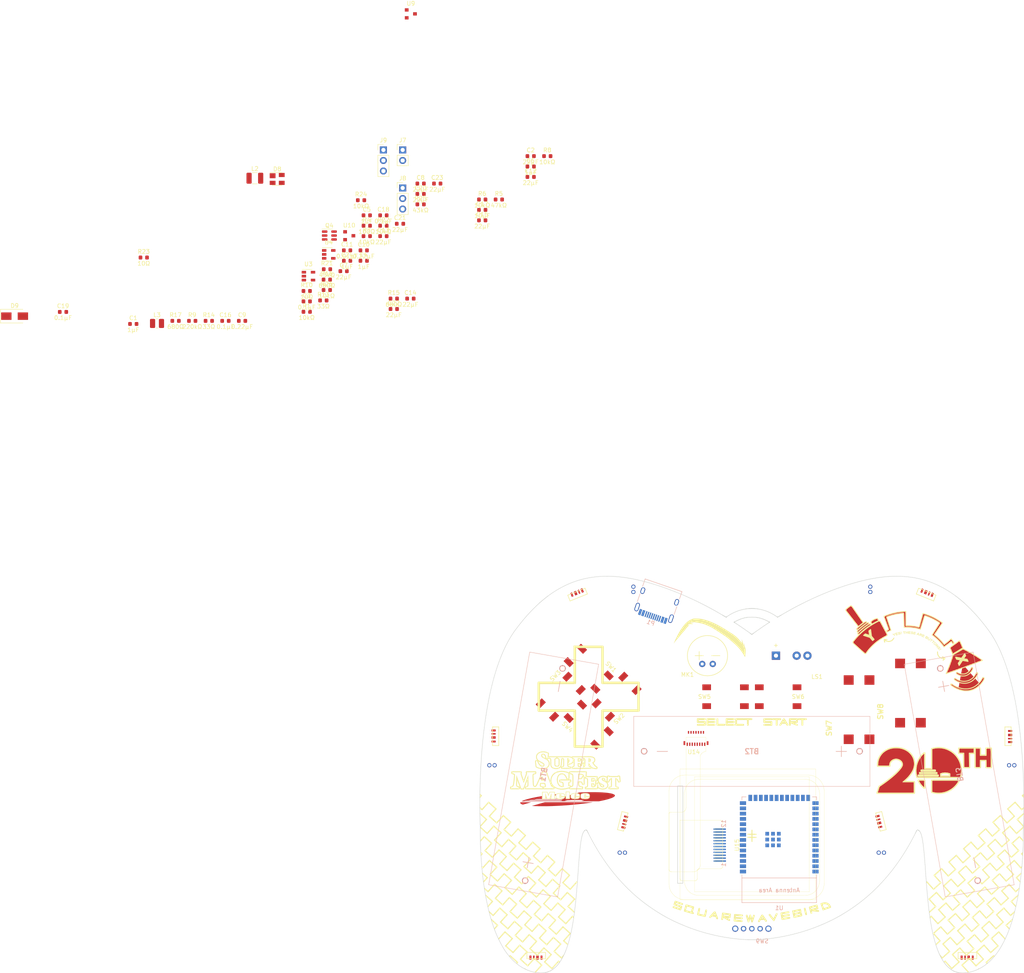
<source format=kicad_pcb>
(kicad_pcb (version 20211014) (generator pcbnew)
  (layers (0 "F.Cu" signal) (31 "B.Cu" signal) (34 "B.Paste" user) (35 "F.Paste" user) (36 "B.SilkS" user "B.Silkscreen") (37 "F.SilkS" user "F.Silkscreen") (38 "B.Mask" user) (39 "F.Mask" user) (44 "Edge.Cuts" user))
  (net 0 "")
  (net 1 "BATTMID")
  (net 2 "GND")
  (net 3 "BATTMID2")
  (net 4 "BATTPLUS")
  (net 5 "EN")
  (net 6 "+3V3")
  (net 7 "Net-(C7-Pad1)")
  (net 8 "Net-(C8-Pad2)")
  (net 9 "Net-(C10-Pad2)")
  (net 10 "Net-(C10-Pad1)")
  (net 11 "Net-(C11-Pad2)")
  (net 12 "Net-(R15-Pad1)")
  (net 13 "BTN_1")
  (net 14 "BTN_2")
  (net 15 "BTN_3")
  (net 16 "BTN_4")
  (net 17 "LCD18")
  (net 18 "LCD28")
  (net 19 "BTN_5")
  (net 20 "BTN_6")
  (net 21 "BTN_7")
  (net 22 "BTN_8")
  (net 23 "Net-(D1-Pad1)")
  (net 24 "Net-(D1-Pad3)")
  (net 25 "Net-(D2-Pad3)")
  (net 26 "Net-(D3-Pad3)")
  (net 27 "Net-(D4-Pad3)")
  (net 28 "Net-(D5-Pad3)")
  (net 29 "Net-(D6-Pad3)")
  (net 30 "Net-(D10-Pad1)")
  (net 31 "Net-(D8-Pad2)")
  (net 32 "Net-(D8-Pad3)")
  (net 33 "5VIN")
  (net 34 "+5V")
  (net 35 "LED_OUT")
  (net 36 "MIC")
  (net 37 "TFT_LEDK")
  (net 38 "Net-(J8-Pad3)")
  (net 39 "Net-(J9-Pad3)")
  (net 40 "Net-(L2-Pad1)")
  (net 41 "TFT_LEDA")
  (net 42 "Net-(L3-Pad2)")
  (net 43 "Net-(LS1-Pad1)")
  (net 48 "TFTATN")
  (net 49 "TFTATP")
  (net 50 "LED")
  (net 51 "Net-(R5-Pad1)")
  (net 52 "USB_D+")
  (net 53 "USB_D-")
  (net 54 "TOUCH_1")
  (net 55 "Net-(R16-Pad1)")
  (net 56 "TOUCH_2")
  (net 57 "Net-(R17-Pad1)")
  (net 58 "TOUCH_3")
  (net 59 "VMON")
  (net 60 "BZR")
  (net 61 "Net-(R24-Pad2)")
  (net 62 "TFT_RS")
  (net 69 "TFT_FMARK")
  (net 70 "TFT_CS")
  (net 72 "TFT_SCL")
  (net 73 "TFT_SDA")
  (net 74 "TFT_RESET")
  (net 77 "RX")
  (net 78 "TX")
  (footprint "Swadge_Parts:select-start" (layer "F.Cu") (at 150 87.3)
    (fp_text reference "U12" hide)
    (fp_text value "art_select_start" hide)
  )
  (footprint "Swadge_Parts:C_0603_1608Metric" (layer "F.Cu") (at 52.345 -26.49)
    (fp_text reference "C11")
    (fp_text value "0.01μF")
  )
  (footprint "Swadge_Parts:SK6812SIDE" (layer "F.Cu") (at 192.044542 56.56121 -22)
    (fp_text reference "D5" hide)
    (fp_text value "SK6812SIDE")
  )
  (footprint "Swadge_Parts:CMA-4544PF-W" (layer "F.Cu") (at 139.300238 71.3)
    (fp_text reference "MK1")
    (fp_text value "Microphone")
  )
  (footprint "Swadge_Parts:SK6812SIDE" (layer "F.Cu") (at 97.98 143.66 180)
    (fp_text reference "D2" hide)
    (fp_text value "SK6812SIDE")
  )
  (footprint "Swadge_Parts:SW_4-1437565-2" (layer "F.Cu") (at 156.35 81.199808)
    (fp_text reference "SW6")
    (fp_text value "TS-1109S-A-A")
  )
  (footprint "Swadge_Parts:SOT-23" (layer "F.Cu") (at 52.865 -30.02)
    (fp_text reference "U10")
    (fp_text value "GENERIC_LDO_2.8")
  )
  (footprint "Swadge_Parts:R_0603_1608Metric" (layer "F.Cu") (at 18.985 -9.48)
    (fp_text reference "R14")
    (fp_text value "33Ω")
  )
  (footprint "Swadge_Parts:Controller_Shape" (layer "F.Cu") (at 150 100)
    (fp_text reference "Ref**" hide)
    (fp_text value "Val**" hide)
    (fp_line (start 37.95903 16.933423) (end 38.20864 16.490882) (layer "Edge.Cuts") (width 0.1))
    (fp_line (start -65.612247 4.754924) (end -65.614345 5.011646) (layer "Edge.Cuts") (width 0.1))
    (fp_line (start 0.872271 -34.446379) (end 0.752824 -34.361149) (layer "Edge.Cuts") (width 0.1))
    (fp_line (start 40.93734 14.675846) (end 40.98634 14.859643) (layer "Edge.Cuts") (width 0.1))
    (fp_line (start 33.601133 -47.832774) (end 33.370014 -47.821007) (layer "Edge.Cuts") (width 0.1))
    (fp_line (start 45.27424 43.349882) (end 45.32704 43.460928) (layer "Edge.Cuts") (width 0.1))
    (fp_line (start -65.263013 -3.952365) (end -65.285867 -3.607632) (layer "Edge.Cuts") (width 0.1))
    (fp_line (start -43.265344 36.298002) (end -43.210304 35.982562) (layer "Edge.Cuts") (width 0.1))
    (fp_line (start -47.834654 46.837317) (end -47.770994 46.787307) (layer "Edge.Cuts") (width 0.1))
    (fp_line (start 65.41341 18.411265) (end 65.41941 18.281934) (layer "Edge.Cuts") (width 0.1))
    (fp_line (start -1.944055 39.774482) (end -1.495624 39.799242) (layer "Edge.Cuts") (width 0.1))
    (fp_line (start -48.025654 46.980467) (end -47.962084 46.933977) (layer "Edge.Cuts") (width 0.1))
    (fp_line (start -50.204433 -42.293078) (end -50.281033 -42.230387) (layer "Edge.Cuts") (width 0.1))
    (fp_line (start 50.36045 -42.168026) (end 50.28435 -42.230622) (layer "Edge.Cuts") (width 0.1))
    (fp_line (start 48.75824 47.416108) (end 48.79224 47.430848) (layer "Edge.Cuts") (width 0.1))
    (fp_line (start -0.1911 -37.993634) (end -0.09607 -37.995074) (layer "Edge.Cuts") (width 0.1))
    (fp_line (start 65.6198 5.552263) (end 65.6188 5.277798) (layer "Edge.Cuts") (width 0.1))
    (fp_line (start 40.07934 13.380896) (end 40.09234 13.382596) (layer "Edge.Cuts") (width 0.1))
    (fp_line (start 49.69904 47.732258) (end 49.73994 47.742368) (layer "Edge.Cuts") (width 0.1))
    (fp_line (start 4.270453 -36.777861) (end 4.272553 -36.776161) (layer "Edge.Cuts") (width 0.1))
    (fp_line (start -0.183135 -33.948929) (end -0.197625 -33.959169) (layer "Edge.Cuts") (width 0.1))
    (fp_line (start -65.493456 15.835614) (end -65.491043 15.976587) (layer "Edge.Cuts") (width 0.1))
    (fp_line (start -46.745844 45.790387) (end -46.685094 45.714017) (layer "Edge.Cuts") (width 0.1))
    (fp_line (start 25.91724 30.96881) (end 26.159121 30.784166) (layer "Edge.Cuts") (width 0.1))
    (fp_line (start -40.115064 13.387332) (end -40.102464 13.384832) (layer "Edge.Cuts") (width 0.1))
    (fp_line (start -49.182093 -43.098098) (end -49.246543 -43.049579) (layer "Edge.Cuts") (width 0.1))
    (fp_line (start -39.655264 13.739269) (end -39.632214 13.783869) (layer "Edge.Cuts") (width 0.1))
    (fp_line (start -1.288354 -39.997699) (end -1.334454 -39.991529) (layer "Edge.Cuts") (width 0.1))
    (fp_line (start -51.855842 47.790333) (end -51.585234 47.828413) (layer "Edge.Cuts") (width 0.1))
    (fp_line (start -15.951528 36.585934) (end -15.68923 36.690615) (layer "Edge.Cuts") (width 0.1))
    (fp_line (start 59.78571 42.108705) (end 59.89961 41.924721) (layer "Edge.Cuts") (width 0.1))
    (fp_line (start -50.278864 47.833327) (end -50.226494 47.827827) (layer "Edge.Cuts") (width 0.1))
    (fp_line (start 25.101089 -46.365072) (end 24.652398 -46.237911) (layer "Edge.Cuts") (width 0.1))
    (fp_line (start -16.463592 36.377611) (end -16.20959 36.481622) (layer "Edge.Cuts") (width 0.1))
    (fp_line (start 4.272553 -36.776161) (end 4.274653 -36.774461) (layer "Edge.Cuts") (width 0.1))
    (fp_line (start 61.80478 38.100043) (end 61.89768 37.868694) (layer "Edge.Cuts") (width 0.1))
    (fp_line (start 3.910553 -36.994061) (end 3.959173 -36.969111) (layer "Edge.Cuts") (width 0.1))
    (fp_line (start -10.295846 38.431046) (end -9.830805 38.547566) (layer "Edge.Cuts") (width 0.1))
    (fp_line (start 42.12274 26.301956) (end 42.15274 26.686073) (layer "Edge.Cuts") (width 0.1))
    (fp_line (start 64.68921 26.38049) (end 64.76841 25.793285) (layer "Edge.Cuts") (width 0.1))
    (fp_line (start -65.453917 17.403251) (end -65.449413 17.52749) (layer "Edge.Cuts") (width 0.1))
    (fp_line (start -0.197625 -33.959169) (end -0.212455 -33.969669) (layer "Edge.Cuts") (width 0.1))
    (fp_line (start -65.513789 14.080615) (end -65.512591 14.183038) (layer "Edge.Cuts") (width 0.1))
    (fp_line (start 49.90015 -42.542087) (end 49.82385 -42.603043) (layer "Edge.Cuts") (width 0.1))
    (fp_line (start 39.93734 13.382894) (end 39.94794 13.381794) (layer "Edge.Cuts") (width 0.1))
    (fp_line (start 4.255753 -36.789761) (end 4.257853 -36.788061) (layer "Edge.Cuts") (width 0.1))
    (fp_line (start 4.249453 -36.745561) (end 4.247353 -36.744361) (layer "Edge.Cuts") (width 0.1))
    (fp_line (start -6.108427 -38.041164) (end -6.111327 -38.039024) (layer "Edge.Cuts") (width 0.1))
    (fp_line (start -49.744743 -42.662974) (end -49.820463 -42.602808) (layer "Edge.Cuts") (width 0.1))
    (fp_line (start -0.199314 39.834381) (end -0.166064 39.834499) (layer "Edge.Cuts") (width 0.1))
    (fp_line (start 31.105689 26.28783) (end 31.42801 25.941364) (layer "Edge.Cuts") (width 0.1))
    (fp_line (start 0.229215 -33.980559) (end 0.214055 -33.969669) (layer "Edge.Cuts") (width 0.1))
    (fp_line (start 0.342335 -34.062869) (end 0.325575 -34.050529) (layer "Edge.Cuts") (width 0.1))
    (fp_line (start -5.978835 -38.135402) (end -6.105527 -38.043304) (layer "Edge.Cuts") (width 0.1))
    (fp_line (start 2.626545 -35.668478) (end 2.474424 -35.564058) (layer "Edge.Cuts") (width 0.1))
    (fp_line (start 30.235742 27.188703) (end 30.450416 26.970953) (layer "Edge.Cuts") (width 0.1))
    (fp_line (start -0.597164 -40.065739) (end -0.643214 -40.062629) (layer "Edge.Cuts") (width 0.1))
    (fp_line (start -4.23318 -36.806761) (end -4.23108 -36.808461) (layer "Edge.Cuts") (width 0.1))
    (fp_line (start 11.222504 38.184326) (end 11.682367 38.054221) (layer "Edge.Cuts") (width 0.1))
    (fp_line (start -61.895369 37.868668) (end -61.802488 38.100018) (layer "Edge.Cuts") (width 0.1))
    (fp_line (start -6.166427 -37.998364) (end -6.169327 -37.996224) (layer "Edge.Cuts") (width 0.1))
    (fp_line (start -6.163527 -38.000504) (end -6.166427 -37.998364) (layer "Edge.Cuts") (width 0.1))
    (fp_line (start 40.15444 13.397196) (end 40.16654 13.401396) (layer "Edge.Cuts") (width 0.1))
    (fp_line (start -53.425769 47.420813) (end -53.170504 47.499193) (layer "Edge.Cuts") (width 0.1))
    (fp_line (start -60.678816 40.537202) (end -60.569407 40.745024) (layer "Edge.Cuts") (width 0.1))
    (fp_line (start -65.473421 16.775143) (end -65.469901 16.90244) (layer "Edge.Cuts") (width 0.1))
    (fp_line (start 49.18535 -43.098336) (end 49.12315 -43.144734) (layer "Edge.Cuts") (width 0.1))
    (fp_line (start -2.67467 -37.548591) (end -2.63747 -37.561661) (layer "Edge.Cuts") (width 0.1))
    (fp_line (start -65.479937 16.516468) (end -65.476764 16.646561) (layer "Edge.Cuts") (width 0.1))
    (fp_line (start -48.976524 47.505647) (end -48.937304 47.490667) (layer "Edge.Cuts") (width 0.1))
    (fp_line (start 0.200566 39.834314) (end 0.233786 39.83415) (layer "Edge.Cuts") (width 0.1))
    (fp_line (start 45.32704 43.460928) (end 45.38064 43.571515) (layer "Edge.Cuts") (width 0.1))
    (fp_line (start -1.93047 -39.891691) (end -2.083225 -39.859845) (layer "Edge.Cuts") (width 0.1))
    (fp_line (start 51.44144 47.844237) (end 51.49144 47.839537) (layer "Edge.Cuts") (width 0.1))
    (fp_line (start 65.50841 14.756563) (end 65.51041 14.586546) (layer "Edge.Cuts") (width 0.1))
    (fp_line (start 49.97685 -42.480488) (end 49.90015 -42.542087) (layer "Edge.Cuts") (width 0.1))
    (fp_line (start -49.737774 47.742527) (end -49.696924 47.732417) (layer "Edge.Cuts") (width 0.1))
    (fp_line (start 6.138372 -38.019748) (end 6.135472 -38.021888) (layer "Edge.Cuts") (width 0.1))
    (fp_line (start -49.441954 47.662067) (end -49.398574 47.648937) (layer "Edge.Cuts") (width 0.1))
    (fp_line (start 0.552056 -40.068519) (end 0.506026 -40.071219) (layer "Edge.Cuts") (width 0.1))
    (fp_line (start -6.711687 -38.275244) (end -6.740207 -38.291934) (layer "Edge.Cuts") (width 0.1))
    (fp_line (start -7.495386 -38.733569) (end -7.681336 -38.841568) (layer "Edge.Cuts") (width 0.1))
    (fp_line (start 20.749486 34.341206) (end 20.95862 34.224778) (layer "Edge.Cuts") (width 0.1))
    (fp_line (start -6.117127 -38.034744) (end -6.120027 -38.032604) (layer "Edge.Cuts") (width 0.1))
    (fp_line (start 6.141272 -38.017608) (end 6.138372 -38.019748) (layer "Edge.Cuts") (width 0.1))
    (fp_line (start -0.367094 -40.078219) (end -0.413084 -40.076129) (layer "Edge.Cuts") (width 0.1))
    (fp_line (start -41.545514 18.755481) (end -41.505284 18.343937) (layer "Edge.Cuts") (width 0.1))
    (fp_line (start -1.018354 39.819592) (end -0.986144 39.820692) (layer "Edge.Cuts") (width 0.1))
    (fp_line (start -17.170662 -43.579491) (end -17.6471 -43.777157) (layer "Edge.Cuts") (width 0.1))
    (fp_line (start 0.018505 -33.838129) (end 0.013405 -33.835329) (layer "Edge.Cuts") (width 0.1))
    (fp_line (start 59.89961 41.924721) (end 60.01309 41.736876) (layer "Edge.Cuts") (width 0.1))
    (fp_line (start 0.167316 39.83445) (end 0.200566 39.834314) (layer "Edge.Cuts") (width 0.1))
    (fp_line (start -47.457064 46.523577) (end -47.395814 46.468657) (layer "Edge.Cuts") (width 0.1))
    (fp_line (start -4.763868 -38.881106) (end -4.904698 -38.805979) (layer "Edge.Cuts") (width 0.1))
    (fp_line (start -0.183214 -40.084549) (end -0.229174 -40.083269) (layer "Edge.Cuts") (width 0.1))
    (fp_line (start 1.012706 -40.030369) (end 0.966616 -40.035109) (layer "Edge.Cuts") (width 0.1))
    (fp_line (start -64.517278 27.536078) (end -64.426791 28.104316) (layer "Edge.Cuts") (width 0.1))
    (fp_line (start 13.943172 37.338391) (end 14.385866 37.182546) (layer "Edge.Cuts") (width 0.1))
    (fp_line (start 0.083975 -33.879529) (end 0.073605 -33.872729) (layer "Edge.Cuts") (width 0.1))
    (fp_line (start 0.118225 -33.902629) (end 0.106285 -33.894529) (layer "Edge.Cuts") (width 0.1))
    (fp_line (start -39.914964 13.385429) (end -39.905764 13.387229) (layer "Edge.Cuts") (width 0.1))
    (fp_line (start 13.373273 -41.867682) (end 12.90308 -41.63848) (layer "Edge.Cuts") (width 0.1))
    (fp_line (start -6.183827 -37.985524) (end -6.186727 -37.983384) (layer "Edge.Cuts") (width 0.1))
    (fp_line (start 6.155772 -38.006907) (end 6.152872 -38.009048) (layer "Edge.Cuts") (width 0.1))
    (fp_line (start -39.763344 13.539969) (end -39.748464 13.565789) (layer "Edge.Cuts") (width 0.1))
    (fp_line (start 40.26224 13.451796) (end 40.27454 13.460296) (layer "Edge.Cuts") (width 0.1))
    (fp_line (start 33.290022 23.790285) (end 33.588747 23.419193) (layer "Edge.Cuts") (width 0.1))
    (fp_line (start -2.85712 -37.477681) (end -2.80703 -37.497931) (layer "Edge.Cuts") (width 0.1))
    (fp_line (start -51.585234 47.828413) (end -51.537814 47.834213) (layer "Edge.Cuts") (width 0.1))
    (fp_line (start 49.53044 47.686978) (end 49.57324 47.698918) (layer "Edge.Cuts") (width 0.1))
    (fp_line (start -63.90711 -15.743106) (end -64.022109 -15.048941) (layer "Edge.Cuts") (width 0.1))
    (fp_line (start -50.507223 -42.043481) (end -50.580803 -41.982061) (layer "Edge.Cuts") (width 0.1))
    (fp_line (start -48.399084 47.228597) (end -48.338274 47.191307) (layer "Edge.Cuts") (width 0.1))
    (fp_line (start -65.084182 -6.304516) (end -65.111731 -5.975361) (layer "Edge.Cuts") (width 0.1))
    (fp_line (start -44.593003 -45.835036) (end -45.016784 -45.63708) (layer "Edge.Cuts") (width 0.1))
    (fp_line (start 56.95146 45.438456) (end 57.16604 45.252482) (layer "Edge.Cuts") (width 0.1))
    (fp_line (start 62.91875 34.869055) (end 63.05656 34.391966) (layer "Edge.Cuts") (width 0.1))
    (fp_line (start -4.25628 -36.788061) (end -4.25418 -36.789761) (layer "Edge.Cuts") (width 0.1))
    (fp_line (start 0.024405 -33.841529) (end 0.018505 -33.838129) (layer "Edge.Cuts") (width 0.1))
    (fp_line (start -60.207293 -29.232726) (end -60.3126 -28.981496) (layer "Edge.Cuts") (width 0.1))
    (fp_line (start -21.432303 -45.213279) (end -21.899252 -45.373561) (layer "Edge.Cuts") (width 0.1))
    (fp_line (start 27.340516 29.840071) (end 27.57159 29.646757) (layer "Edge.Cuts") (width 0.1))
    (fp_line (start 41.34384 16.896959) (end 41.38534 17.229735) (layer "Edge.Cuts") (width 0.1))
    (fp_line (start -0.155275 -33.929329) (end -0.169015 -33.938929) (layer "Edge.Cuts") (width 0.1))
    (fp_line (start 60.82279 -27.702184) (end 60.6289 -28.204853) (layer "Edge.Cuts") (width 0.1))
    (fp_line (start -1.426654 -39.978559) (end -1.472754 -39.971769) (layer "Edge.Cuts") (width 0.1))
    (fp_line (start -18.142429 35.650388) (end -17.912009 35.754792) (layer "Edge.Cuts") (width 0.1))
    (fp_line (start 63.27876 -19.075576) (end 63.14134 -19.714486) (layer "Edge.Cuts") (width 0.1))
    (fp_line (start 6.147072 -38.013328) (end 6.144172 -38.015467) (layer "Edge.Cuts") (width 0.1))
    (fp_line (start -49.595803 -42.780341) (end -49.669793 -42.722201) (layer "Edge.Cuts") (width 0.1))
    (fp_line (start -59.231665 -31.341368) (end -59.3432 -31.119414) (layer "Edge.Cuts") (width 0.1))
    (fp_line (start 49.35724 47.635388) (end 49.40064 47.648778) (layer "Edge.Cuts") (width 0.1))
    (fp_line (start -6.122927 -38.030464) (end -6.125827 -38.028324) (layer "Edge.Cuts") (width 0.1))
    (fp_line (start 65.55229 12.143975) (end 65.55429 12.077005) (layer "Edge.Cuts") (width 0.1))
    (fp_line (start -34.968917 -47.864193) (end -34.968919 -47.864193) (layer "Edge.Cuts") (width 0.1))
    (fp_line (start -27.570348 29.646735) (end -27.339273 29.840048) (layer "Edge.Cuts") (width 0.1))
    (fp_line (start -13.046317 37.637552) (end -12.593902 37.780772) (layer "Edge.Cuts") (width 0.1))
    (fp_line (start -47.912858 -43.990515) (end -48.317299 -43.717894) (layer "Edge.Cuts") (width 0.1))
    (fp_line (start -35.313848 21.111955) (end -35.033783 21.50638) (layer "Edge.Cuts") (width 0.1))
    (fp_line (start 65.34971 19.597183) (end 65.38641 18.947061) (layer "Edge.Cuts") (width 0.1))
    (fp_line (start -22.419074 33.361886) (end -22.209285 33.490889) (layer "Edge.Cuts") (width 0.1))
    (fp_line (start -41.383034 17.229871) (end -41.341504 16.897095) (layer "Edge.Cuts") (width 0.1))
    (fp_line (start 51.11445 -41.528128) (end 51.05555 -41.579905) (layer "Edge.Cuts") (width 0.1))
    (fp_line (start 50.55464 47.854368) (end 50.61104 47.857268) (layer "Edge.Cuts") (width 0.1))
    (fp_line (start 2.294873 -37.673401) (end 2.378563 -37.647341) (layer "Edge.Cuts") (width 0.1))
    (fp_line (start -40.553174 13.758222) (end -40.492174 13.674022) (layer "Edge.Cuts") (width 0.1))
    (fp_line (start -65.476497 -0.056299) (end -65.49171 0.308185) (layer "Edge.Cuts") (width 0.1))
    (fp_line (start -46.624124 45.635237) (end -46.562994 45.554117) (layer "Edge.Cuts") (width 0.1))
    (fp_line (start -22.209285 33.490889) (end -22.000108 33.617831) (layer "Edge.Cuts") (width 0.1))
    (fp_line (start 43.10594 35.338751) (end 43.15864 35.662719) (layer "Edge.Cuts") (width 0.1))
    (fp_line (start 1.268951 -34.726789) (end 1.131091 -34.629719) (layer "Edge.Cuts") (width 0.1))
    (fp_line (start -61.312583 39.236859) (end -61.210044 39.459181) (layer "Edge.Cuts") (width 0.1))
    (fp_line (start 49.81944 47.761068) (end 49.85794 47.769568) (layer "Edge.Cuts") (width 0.1))
    (fp_line (start -65.615373 8.217092) (end -65.613588 8.514813) (layer "Edge.Cuts") (width 0.1))
    (fp_line (start -4.24578 -36.796561) (end -4.24368 -36.798261) (layer "Edge.Cuts") (width 0.1))
    (fp_line (start -65.552766 12.013682) (end -65.550895 12.076992) (layer "Edge.Cuts") (width 0.1))
    (fp_line (start -41.213464 16.007746) (end -41.169384 15.746011) (layer "Edge.Cuts") (width 0.1))
    (fp_line (start 1.051766 39.818403) (end 1.496875 39.799253) (layer "Edge.Cuts") (width 0.1))
    (fp_line (start 5.720946 -38.314237) (end 5.588932 -38.400931) (layer "Edge.Cuts") (width 0.1))
    (fp_line (start 49.40064 47.648778) (end 49.44404 47.661908) (layer "Edge.Cuts") (width 0.1))
    (fp_line (start 30.526113 -47.534786) (end 30.283064 -47.498882) (layer "Edge.Cuts") (width 0.1))
    (fp_line (start -3.69857 -36.395501) (end -3.80346 -36.465011) (layer "Edge.Cuts") (width 0.1))
    (fp_line (start 65.60029 10.185805) (end 65.60329 9.926495) (layer "Edge.Cuts") (width 0.1))
    (fp_line (start -29.146185 28.246029) (end -28.925134 28.451541) (layer "Edge.Cuts") (width 0.1))
    (fp_line (start 18.143678 35.650412) (end 18.371423 35.5456) (layer "Edge.Cuts") (width 0.1))
    (fp_line (start 51.85815 47.790357) (end 52.1262 47.745557) (layer "Edge.Cuts") (width 0.1))
    (fp_line (start -63.569882 32.409167) (end -63.446364 32.915852) (layer "Edge.Cuts") (width 0.1))
    (fp_line (start -65.534135 12.790212) (end -65.532342 12.882132) (layer "Edge.Cuts") (width 0.1))
    (fp_line (start -20.538503 34.456166) (end -20.327999 34.569798) (layer "Edge.Cuts") (width 0.1))
    (fp_line (start -37.87532 -47.69809) (end -38.346475 -47.638162) (layer "Edge.Cuts") (width 0.1))
    (fp_line (start -8.041453 -39.049644) (end -8.216166 -39.150019) (layer "Edge.Cuts") (width 0.1))
    (fp_line (start -1.66048 -37.840381) (end -1.58396 -37.856391) (layer "Edge.Cuts") (width 0.1))
    (fp_line (start 6.144172 -38.015467) (end 6.141272 -38.017608) (layer "Edge.Cuts") (width 0.1))
    (fp_line (start -6.283887 -38.024894) (end -6.312407 -38.041584) (layer "Edge.Cuts") (width 0.1))
    (fp_line (start 55.84054 46.267384) (end 56.0678 46.115054) (layer "Edge.Cuts") (width 0.1))
    (fp_line (start -65.593178 10.434882) (end -65.58919 10.672661) (layer "Edge.Cuts") (width 0.1))
    (fp_line (start 65.548 1.780755) (end 65.5357 1.410518) (layer "Edge.Cuts") (width 0.1))
    (fp_line (start 2.858683 -37.477681) (end 2.911283 -37.455971) (layer "Edge.Cuts") (width 0.1))
    (fp_line (start 63.54238 -17.770204) (end 63.41244 -18.427485) (layer "Edge.Cuts") (width 0.1))
    (fp_line (start -64.981056 23.99509) (end -64.913256 24.600487) (layer "Edge.Cuts") (width 0.1))
    (fp_line (start -62.916482 34.86903) (end -62.775132 35.338505) (layer "Edge.Cuts") (width 0.1))
    (fp_line (start -48.576394 47.329287) (end -48.518244 47.297667) (layer "Edge.Cuts") (width 0.1))
    (fp_line (start 65.58829 10.898049) (end 65.59229 10.672673) (layer "Edge.Cuts") (width 0.1))
    (fp_line (start 6.126772 -38.028308) (end 6.123872 -38.030448) (layer "Edge.Cuts") (width 0.1))
    (fp_line (start -46.195324 45.023057) (end -46.134354 44.927957) (layer "Edge.Cuts") (width 0.1))
    (fp_line (start -65.616861 7.916788) (end -65.615373 8.217092) (layer "Edge.Cuts") (width 0.1))
    (fp_line (start -59.672561 -30.436049) (end -59.780783 -30.202092) (layer "Edge.Cuts") (width 0.1))
    (fp_line (start 30.039056 -47.46113) (end 29.794082 -47.42153) (layer "Edge.Cuts") (width 0.1))
    (fp_line (start 2.236893 -39.825448) (end 2.084161 -39.859825) (layer "Edge.Cuts") (width 0.1))
    (fp_line (start 42.72614 32.604401) (end 42.75884 32.86971) (layer "Edge.Cuts") (width 0.1))
    (fp_line (start -15.266023 -42.751619) (end -15.741627 -42.964024) (layer "Edge.Cuts") (width 0.1))
    (fp_line (start -1.050514 39.818392) (end -1.018354 39.819592) (layer "Edge.Cuts") (width 0.1))
    (fp_line (start 42.15274 26.686073) (end 42.18254 27.06066) (layer "Edge.Cuts") (width 0.1))
    (fp_line (start 65.54629 12.365085) (end 65.54829 12.288195) (layer "Edge.Cuts") (width 0.1))
    (fp_line (start 17.171448 -43.579489) (end 16.694926 -43.378029) (layer "Edge.Cuts") (width 0.1))
    (fp_line (start 4.264153 -36.782961) (end 4.266253 -36.781261) (layer "Edge.Cuts") (width 0.1))
    (fp_line (start -0.551134 -40.068639) (end -0.597164 -40.065739) (layer "Edge.Cuts") (width 0.1))
    (fp_line (start 65.4632 -0.419214) (end 65.4466 -0.780538) (layer "Edge.Cuts") (width 0.1))
    (fp_line (start 33.588747 23.419193) (end 33.884262 23.044355) (layer "Edge.Cuts") (width 0.1))
    (fp_line (start 46.13654 44.927808) (end 46.19754 45.022908) (layer "Edge.Cuts") (width 0.1))
    (fp_line (start 41.62784 19.641615) (end 41.66794 20.117306) (layer "Edge.Cuts") (width 0.1))
    (fp_line (start -0.229174 -40.083269) (end -0.275144 -40.081789) (layer "Edge.Cuts") (width 0.1))
    (fp_line (start -28.803608 -47.244663) (end -29.052508 -47.291641) (layer "Edge.Cuts") (width 0.1))
    (fp_line (start 65.6188 5.277798) (end 65.6168 5.011659) (layer "Edge.Cuts") (width 0.1))
    (fp_line (start -52.44635 -40.263419) (end -52.626819 -40.084109) (layer "Edge.Cuts") (width 0.1))
    (fp_line (start -4.26468 -36.755161) (end -4.26678 -36.756361) (layer "Edge.Cuts") (width 0.1))
    (fp_line (start -2.377 -37.647371) (end -2.29331 -37.673441) (layer "Edge.Cuts") (width 0.1))
    (fp_line (start 0.325575 -34.050529) (end 0.308985 -34.038319) (layer "Edge.Cuts") (width 0.1))
    (fp_line (start 65.3926 -1.8544) (end 65.3732 -2.208826) (layer "Edge.Cuts") (width 0.1))
    (fp_line (start 4.189817 -39.161058) (end 4.043491 -39.225776) (layer "Edge.Cuts") (width 0.1))
    (fp_line (start -43.620014 38.100549) (end -43.558004 37.810892) (layer "Edge.Cuts") (width 0.1))
    (fp_line (start 6.256312 -38.008187) (end 6.227792 -37.991497) (layer "Edge.Cuts") (width 0.1))
    (fp_line (start -61.904148 -24.49679) (end -62.07162 -23.930878) (layer "Edge.Cuts") (width 0.1))
    (fp_line (start -65.618928 7.312791) (end -65.618048 7.614989) (layer "Edge.Cuts") (width 0.1))
    (fp_line (start -0.398164 39.833048) (end -0.365114 39.833349) (layer "Edge.Cuts") (width 0.1))
    (fp_line (start 6.455952 -38.125017) (end 6.427432 -38.108327) (layer "Edge.Cuts") (width 0.1))
    (fp_line (start -39.945194 13.381929) (end -39.934564 13.382929) (layer "Edge.Cuts") (width 0.1))
    (fp_line (start 15.952768 36.585945) (end 16.210831 36.481646) (layer "Edge.Cuts") (width 0.1))
    (fp_line (start 2.084161 -39.859825) (end 1.931409 -39.891671) (layer "Edge.Cuts") (width 0.1))
    (fp_line (start 25.988119 -46.604261) (end 25.546394 -46.487213) (layer "Edge.Cuts") (width 0.1))
    (fp_line (start -63.78838 -16.428032) (end -63.90711 -15.743106) (layer "Edge.Cuts") (width 0.1))
    (fp_line (start 40.01004 13.378025) (end 40.02454 13.37789) (layer "Edge.Cuts") (width 0.1))
    (fp_line (start 4.222153 -36.816961) (end 4.224253 -36.815261) (layer "Edge.Cuts") (width 0.1))
    (fp_line (start -34.968905 -47.864193) (end -34.968907 -47.864193) (layer "Edge.Cuts") (width 0.1))
    (fp_line (start -32.670553 -47.773979) (end -32.904335 -47.791219) (layer "Edge.Cuts") (width 0.1))
    (fp_line (start 23.905426 32.403545) (end 24.164895 32.2279) (layer "Edge.Cuts") (width 0.1))
    (fp_line (start 6.969312 -38.425438) (end 6.940792 -38.408748) (layer "Edge.Cuts") (width 0.1))
    (fp_line (start 29.301211 -47.33679) (end 29.053303 -47.291653) (layer "Edge.Cuts") (width 0.1))
    (fp_line (start 60.01309 41.736876) (end 60.1261 41.54532) (layer "Edge.Cuts") (width 0.1))
    (fp_line (start -32.060978 25.238312) (end -31.745599 25.591529) (layer "Edge.Cuts") (width 0.1))
    (fp_line (start 58.54296 -32.618888) (end 58.42353 -32.823719) (layer "Edge.Cuts") (width 0.1))
    (fp_line (start -62.55146 -22.178596) (end -62.70389 -21.57628) (layer "Edge.Cuts") (width 0.1))
    (fp_line (start -42.432197 -46.685773) (end -42.870159 -46.534129) (layer "Edge.Cuts") (width 0.1))
    (fp_line (start 54.66614 46.928131) (end 54.9061 46.809432) (layer "Edge.Cuts") (width 0.1))
    (fp_line (start -41.585614 19.187924) (end -41.545514 18.755481) (layer "Edge.Cuts") (width 0.1))
    (fp_line (start 39.87234 13.402094) (end 39.88134 13.397094) (layer "Edge.Cuts") (width 0.1))
    (fp_line (start -65.596336 3.650747) (end -65.600257 3.844022) (layer "Edge.Cuts") (width 0.1))
    (fp_line (start 5.320057 -38.568715) (end 5.183331 -38.64975) (layer "Edge.Cuts") (width 0.1))
    (fp_line (start -63.188555 33.907324) (end -63.054294 34.391942) (layer "Edge.Cuts") (width 0.1))
    (fp_line (start 23.379066 32.752125) (end 23.643502 32.578272) (layer "Edge.Cuts") (width 0.1))
    (fp_line (start -59.780783 -30.202092) (end -59.888312 -29.96488) (layer "Edge.Cuts") (width 0.1))
    (fp_line (start 3.767176 39.620433) (end 4.228421 39.568443) (layer "Edge.Cuts") (width 0.1))
    (fp_line (start 49.78004 47.751968) (end 49.81944 47.761068) (layer "Edge.Cuts") (width 0.1))
    (fp_line (start 4.253653 -36.747961) (end 4.251553 -36.746761) (layer "Edge.Cuts") (width 0.1))
    (fp_line (start 40.21414 13.422596) (end 40.22604 13.429196) (layer "Edge.Cuts") (width 0.1))
    (fp_line (start -1.777763 -39.920979) (end -1.93047 -39.891691) (layer "Edge.Cuts") (width 0.1))
    (fp_line (start 50.99415 -41.633404) (end 50.93045 -41.688478) (layer "Edge.Cuts") (width 0.1))
    (fp_line (start 1.778702 -39.920959) (end 1.626109 -39.947661) (layer "Edge.Cuts") (width 0.1))
    (fp_line (start -60.820116 -27.702196) (end -61.010228 -27.190529) (layer "Edge.Cuts") (width 0.1))
    (fp_line (start 6.120972 -38.032588) (end 6.118072 -38.034728) (layer "Edge.Cuts") (width 0.1))
    (fp_line (start 4.241053 -36.801661) (end 4.243153 -36.799961) (layer "Edge.Cuts") (width 0.1))
    (fp_line (start -65.567976 2.525124) (end -65.578159 2.899172) (layer "Edge.Cuts") (width 0.1))
    (fp_line (start -0.791804 39.826433) (end -0.759234 39.82722) (layer "Edge.Cuts") (width 0.1))
    (fp_line (start 24.676701 31.87367) (end 24.92915 31.694993) (layer "Edge.Cuts") (width 0.1))
    (fp_line (start 61.56058 -25.601402) (end 61.3818 -26.140137) (layer "Edge.Cuts") (width 0.1))
    (fp_line (start -51.111033 -41.527892) (end -51.167293 -41.477985) (layer "Edge.Cuts") (width 0.1))
    (fp_line (start 0.721923 -37.971008) (end 0.804563 -37.964778) (layer "Edge.Cuts") (width 0.1))
    (fp_line (start 41.12684 15.500695) (end 41.17174 15.745875) (layer "Edge.Cuts") (width 0.1))
    (fp_line (start 12.434554 -41.406135) (end 12.254423 -41.315872) (layer "Edge.Cuts") (width 0.1))
    (fp_line (start 43.62224 38.100414) (end 43.68544 38.385745) (layer "Edge.Cuts") (width 0.1))
    (fp_line (start 64.13605 -14.345511) (end 64.02478 -15.048928) (layer "Edge.Cuts") (width 0.1))
    (fp_line (start -49.381403 -42.946769) (end -49.451433 -42.892774) (layer "Edge.Cuts") (width 0.1))
    (fp_line (start 6.769672 -38.308608) (end 6.741152 -38.291917) (layer "Edge.Cuts") (width 0.1))
    (fp_line (start -64.027696 30.311454) (end -63.918711 30.846357) (layer "Edge.Cuts") (width 0.1))
    (fp_line (start 50.05385 -42.418394) (end 49.97685 -42.480488) (layer "Edge.Cuts") (width 0.1))
    (fp_line (start 39.67794 13.698274) (end 39.69784 13.660534) (layer "Edge.Cuts") (width 0.1))
    (fp_line (start 4.226353 -36.732361) (end 4.224253 -36.731161) (layer "Edge.Cuts") (width 0.1))
    (fp_line (start -4.26468 -36.781261) (end -4.26258 -36.782961) (layer "Edge.Cuts") (width 0.1))
    (fp_line (start 0.184735 -33.948929) (end 0.170615 -33.938929) (layer "Edge.Cuts") (width 0.1))
    (fp_line (start -0.001195 -33.830529) (end -0.003995 -33.831529) (layer "Edge.Cuts") (width 0.1))
    (fp_line (start -49.893414 47.777627) (end -49.855824 47.769727) (layer "Edge.Cuts") (width 0.1))
    (fp_line (start 14.791897 -42.535709) (end 14.317875 -42.316369) (layer "Edge.Cuts") (width 0.1))
    (fp_line (start 64.98321 23.995115) (end 65.04721 23.383826) (layer "Edge.Cuts") (width 0.1))
    (fp_line (start 50.03014 47.801568) (end 50.07794 47.808768) (layer "Edge.Cuts") (width 0.1))
    (fp_line (start 9.36579 38.65945) (end 9.832053 38.547577) (layer "Edge.Cuts") (width 0.1))
    (fp_line (start 24.421969 32.051291) (end 24.676701 31.87367) (layer "Edge.Cuts") (width 0.1))
    (fp_line (start -21.166073 34.10679) (end -20.957366 34.224754) (layer "Edge.Cuts") (width 0.1))
    (fp_line (start 53.67906 -38.997674) (end 53.50766 -39.180761) (layer "Edge.Cuts") (width 0.1))
    (fp_line (start -50.386224 47.843027) (end -50.332144 47.838427) (layer "Edge.Cuts") (width 0.1))
    (fp_line (start -65.262265 20.881448) (end -65.213778 21.515444) (layer "Edge.Cuts") (width 0.1))
    (fp_line (start -2.29331 -37.673441) (end -2.21094 -37.698301) (layer "Edge.Cuts") (width 0.1))
    (fp_line (start -17.6471 -43.777157) (end -18.123261 -43.970958) (layer "Edge.Cuts") (width 0.1))
    (fp_line (start -34.750707 21.896774) (end -34.464583 22.283193) (layer "Edge.Cuts") (width 0.1))
    (fp_line (start 6.655592 -38.241847) (end 6.627072 -38.225157) (layer "Edge.Cuts") (width 0.1))
    (fp_line (start -15.741627 -42.964024) (end -16.217731 -43.172852) (layer "Edge.Cuts") (width 0.1))
    (fp_line (start 65.3732 -2.208826) (end 65.3531 -2.561409) (layer "Edge.Cuts") (width 0.1))
    (fp_line (start 4.283053 -36.764761) (end 4.280953 -36.763561) (layer "Edge.Cuts") (width 0.1))
    (fp_line (start 3.201773 -37.330231) (end 3.263373 -37.302591) (layer "Edge.Cuts") (width 0.1))
    (fp_line (start -31.745599 25.591529) (end -31.42677 25.941342) (layer "Edge.Cuts") (width 0.1))
    (fp_line (start 0.138186 -40.085569) (end 0.092256 -40.086461) (layer "Edge.Cuts") (width 0.1))
    (fp_line (start 58.18055 -33.227352) (end 58.05691 -33.426354) (layer "Edge.Cuts") (width 0.1))
    (fp_line (start -10.919131 -40.63412) (end -11.077959 -40.716806) (layer "Edge.Cuts") (width 0.1))
    (fp_line (start -48.338274 47.191307) (end -48.276764 47.152287) (layer "Edge.Cuts") (width 0.1))
    (fp_line (start -13.94193 37.33838) (end -13.495744 37.49007) (layer "Edge.Cuts") (width 0.1))
    (fp_line (start 37.45207 17.804583) (end 37.70686 17.371304) (layer "Edge.Cuts") (width 0.1))
    (fp_line (start -51.052123 -41.579669) (end -51.111033 -41.527892) (layer "Edge.Cuts") (width 0.1))
    (fp_line (start 29.147427 28.246052) (end 29.367273 28.038616) (layer "Edge.Cuts") (width 0.1))
    (fp_line (start -25.672115 31.152145) (end -25.426178 31.334265) (layer "Edge.Cuts") (width 0.1))
    (fp_line (start -55.184312 -37.283193) (end -55.350425 -37.082819) (layer "Edge.Cuts") (width 0.1))
    (fp_line (start -61.001026 39.897564) (end -60.894703 40.113321) (layer "Edge.Cuts") (width 0.1))
    (fp_line (start 57.80504 -33.819241) (end 57.67671 -34.013324) (layer "Edge.Cuts") (width 0.1))
    (fp_line (start 1.972083 -37.765761) (end 2.051243 -37.744411) (layer "Edge.Cuts") (width 0.1))
    (fp_line (start 4.047283 -36.922631) (end 4.086203 -36.901381) (layer "Edge.Cuts") (width 0.1))
    (fp_line (start -1.705623 -35.033333) (end -1.857412 -35.138889) (layer "Edge.Cuts") (width 0.1))
    (fp_line (start -0.258785 -34.003009) (end -0.274765 -34.014559) (layer "Edge.Cuts") (width 0.1))
    (fp_line (start -1.129491 -34.629719) (end -1.267352 -34.726789) (layer "Edge.Cuts") (width 0.1))
    (fp_line (start -7.023728 39.147332) (end -6.555432 39.230232) (layer "Edge.Cuts") (width 0.1))
    (fp_line (start -48.691794 47.387187) (end -48.661854 47.372917) (layer "Edge.Cuts") (width 0.1))
    (fp_line (start -4.26048 -36.752761) (end -4.26258 -36.753961) (layer "Edge.Cuts") (width 0.1))
    (fp_line (start 44.97914 42.678458) (end 45.02554 42.790541) (layer "Edge.Cuts") (width 0.1))
    (fp_line (start -65.609794 4.50871) (end -65.612247 4.754924) (layer "Edge.Cuts") (width 0.1))
    (fp_line (start -52.912685 47.570843) (end -52.65231 47.635793) (layer "Edge.Cuts") (width 0.1))
    (fp_line (start -65.61151 8.808861) (end -65.609145 9.098142) (layer "Edge.Cuts") (width 0.1))
    (fp_line (start -50.124874 47.815627) (end -50.075804 47.808827) (layer "Edge.Cuts") (width 0.1))
    (fp_line (start -40.669924 13.959408) (end -40.612394 13.853192) (layer "Edge.Cuts") (width 0.1))
    (fp_line (start -65.49789 15.544901) (end -65.495736 15.691794) (layer "Edge.Cuts") (width 0.1))
    (fp_line (start 0.955136 39.821603) (end 0.987396 39.820603) (layer "Edge.Cuts") (width 0.1))
    (fp_line (start -0.441885 -34.137479) (end -0.536075 -34.206179) (layer "Edge.Cuts") (width 0.1))
    (fp_line (start -4.621804 -38.954208) (end -4.763868 -38.881106) (layer "Edge.Cuts") (width 0.1))
    (fp_line (start -65.533076 1.410506) (end -65.545432 1.780742) (layer "Edge.Cuts") (width 0.1))
    (fp_line (start -2.71552 -37.533521) (end -2.67467 -37.548591) (layer "Edge.Cuts") (width 0.1))
    (fp_line (start 3.805043 -36.465011) (end 3.700153 -36.395501) (layer "Edge.Cuts") (width 0.1))
    (fp_line (start 65.30911 20.242015) (end 65.34971 19.597183) (layer "Edge.Cuts") (width 0.1))
    (fp_line (start -48.152034 47.069357) (end -48.089004 47.025617) (layer "Edge.Cuts") (width 0.1))
    (fp_line (start 54.17856 47.145367) (end 54.42362 47.040109) (layer "Edge.Cuts") (width 0.1))
    (fp_line (start 49.27064 47.607778) (end 49.31384 47.621708) (layer "Edge.Cuts") (width 0.1))
    (fp_line (start -3.747286 -39.348706) (end -3.895337 -39.288347) (layer "Edge.Cuts") (width 0.1))
    (fp_line (start 42.90694 34.000448) (end 42.95494 34.341371) (layer "Edge.Cuts") (width 0.1))
    (fp_line (start -38.207399 16.490859) (end -37.957794 16.9334) (layer "Edge.Cuts") (width 0.1))
    (fp_line (start 2.997872 -39.616592) (end 2.846259 -39.663199) (layer "Edge.Cuts") (width 0.1))
    (fp_line (start -59.669176 42.288652) (end -59.554689 42.464456) (layer "Edge.Cuts") (width 0.1))
    (fp_line (start -65.619678 6.414692) (end -65.619748 6.711551) (layer "Edge.Cuts") (width 0.1))
    (fp_line (start 42.18254 27.06066) (end 42.21224 27.426096) (layer "Edge.Cuts") (width 0.1))
    (fp_line (start -65.443949 -0.78055) (end -65.460576 -0.419227) (layer "Edge.Cuts") (width 0.1))
    (fp_line (start -41.902054 23.314727) (end -41.869244 22.840778) (layer "Edge.Cuts") (width 0.1))
    (fp_line (start -14.31709 -42.31637) (end -14.791113 -42.535711) (layer "Edge.Cuts") (width 0.1))
    (fp_line (start 63.69206 31.895325) (end 63.80834 31.37436) (layer "Edge.Cuts") (width 0.1))
    (fp_line (start 47.33764 46.413058) (end 47.39814 46.468518) (layer "Edge.Cuts") (width 0.1))
    (fp_line (start -49.311794 47.621867) (end -49.268554 47.607937) (layer "Edge.Cuts") (width 0.1))
    (fp_line (start 24.200515 -46.105801) (end 23.745637 -45.968816) (layer "Edge.Cuts") (width 0.1))
    (fp_line (start 6.118072 -38.034728) (end 6.115172 -38.036868) (layer "Edge.Cuts") (width 0.1))
    (fp_line (start 65.62117 7.312803) (end 65.62174 7.011292) (layer "Edge.Cuts") (width 0.1))
    (fp_line (start -28.553713 -47.195842) (end -28.803608 -47.244663) (layer "Edge.Cuts") (width 0.1))
    (fp_line (start 45.85717 -45.213192) (end 45.43861 -45.429732) (layer "Edge.Cuts") (width 0.1))
    (fp_line (start -4.24998 -36.793161) (end -4.24788 -36.794861) (layer "Edge.Cuts") (width 0.1))
    (fp_line (start -2.319253 -35.458367) (end -2.472826 -35.564058) (layer "Edge.Cuts") (width 0.1))
    (fp_line (start -1.011764 -40.030439) (end -1.057854 -40.025489) (layer "Edge.Cuts") (width 0.1))
    (fp_line (start 44.77004 42.140988) (end 44.85144 42.355979) (layer "Edge.Cuts") (width 0.1))
    (fp_line (start 39.81464 13.461694) (end 39.82524 13.447534) (layer "Edge.Cuts") (width 0.1))
    (fp_line (start -54.518893 -38.062595) (end -54.685639 -37.870784) (layer "Edge.Cuts") (width 0.1))
    (fp_line (start 6.570032 -38.191777) (end 6.541512 -38.175087) (layer "Edge.Cuts") (width 0.1))
    (fp_line (start 65.47141 16.902464) (end 65.47541 16.775168) (layer "Edge.Cuts") (width 0.1))
    (fp_line (start 65.5088 0.674193) (end 65.4943 0.308198) (layer "Edge.Cuts") (width 0.1))
    (fp_line (start 8.723756 -39.438254) (end 8.557828 -39.344168) (layer "Edge.Cuts") (width 0.1))
    (fp_line (start -32.986807 24.157669) (end -32.681541 24.521439) (layer "Edge.Cuts") (width 0.1))
    (fp_line (start -50.432613 -42.10544) (end -50.507223 -42.043481) (layer "Edge.Cuts") (width 0.1))
    (fp_line (start -59.095747 43.122976) (end -58.98115 43.27567) (layer "Edge.Cuts") (width 0.1))
    (fp_line (start -42.059794 25.503761) (end -42.028974 25.08879) (layer "Edge.Cuts") (width 0.1))
    (fp_line (start 2.846259 -39.663199) (end 2.694286 -39.707417) (layer "Edge.Cuts") (width 0.1))
    (fp_line (start -59.897308 41.924697) (end -59.783408 42.108681) (layer "Edge.Cuts") (width 0.1))
    (fp_line (start 46.01524 44.732708) (end 46.07574 44.831048) (layer "Edge.Cuts") (width 0.1))
    (fp_line (start -39.418304 14.206259) (end -39.180939 14.672955) (layer "Edge.Cuts") (width 0.1))
    (fp_line (start 39.99514 13.378496) (end 40.01004 13.378025) (layer "Edge.Cuts") (width 0.1))
    (fp_line (start 40.35294 13.523326) (end 40.36694 13.535796) (layer "Edge.Cuts") (width 0.1))
    (fp_line (start -2.849864 39.708352) (end -2.395552 39.744172) (layer "Edge.Cuts") (width 0.1))
    (fp_line (start -34.968968 -47.864193) (end -34.968972 -47.864193) (layer "Edge.Cuts") (width 0.1))
    (fp_line (start -58.177874 -33.227364) (end -58.300058 -33.02652) (layer "Edge.Cuts") (width 0.1))
    (fp_line (start -34.742928 -47.863302) (end -34.968885 -47.864193) (layer "Edge.Cuts") (width 0.1))
    (fp_line (start -62.235328 -23.355883) (end -62.395274 -22.771794) (layer "Edge.Cuts") (width 0.1))
    (fp_line (start -42.210124 27.426232) (end -42.180444 27.060796) (layer "Edge.Cuts") (width 0.1))
    (fp_line (start 35.46385 -47.858875) (end 34.96968 -47.864193) (layer "Edge.Cuts") (width 0.1))
    (fp_line (start -56.017603 -36.255103) (end -56.185694 -36.040933) (layer "Edge.Cuts") (width 0.1))
    (fp_line (start -44.229794 40.511811) (end -44.157464 40.261384) (layer "Edge.Cuts") (width 0.1))
    (fp_line (start -35.953312 -47.84572) (end -36.439549 -47.822638) (layer "Edge.Cuts") (width 0.1))
    (fp_line (start -45.544294 43.89975) (end -45.488294 43.791079) (layer "Edge.Cuts") (width 0.1))
    (fp_line (start -58.300058 -33.02652) (end -58.420841 -32.823732) (layer "Edge.Cuts") (width 0.1))
    (fp_line (start -63.806069 31.374334) (end -63.689788 31.895299) (layer "Edge.Cuts") (width 0.1))
    (fp_line (start 39.96414 13.380394) (end 39.97984 13.379294) (layer "Edge.Cuts") (width 0.1))
    (fp_line (start 50.78164 47.863068) (end 50.83874 47.864068) (layer "Edge.Cuts") (width 0.1))
    (fp_line (start 41.08104 15.271585) (end 41.12684 15.500695) (layer "Edge.Cuts") (width 0.1))
    (fp_line (start 0.067386 39.83469) (end 0.100726 39.834637) (layer "Edge.Cuts") (width 0.1))
    (fp_line (start -54.35168 -38.252608) (end -54.518893 -38.062595) (layer "Edge.Cuts") (width 0.1))
    (fp_line (start 34.176607 22.665714) (end 34.46582 22.283213) (layer "Edge.Cuts") (width 0.1))
    (fp_line (start 1.411432 -34.826759) (end 1.268951 -34.726789) (layer "Edge.Cuts") (width 0.1))
    (fp_line (start -62.07162 -23.930878) (end -62.235328 -23.355883) (layer "Edge.Cuts") (width 0.1))
    (fp_line (start -1.43113 -37.885423) (end -1.35455 -37.898483) (layer "Edge.Cuts") (width 0.1))
    (fp_line (start 65.50441 15.083581) (end 65.50641 14.922168) (layer "Edge.Cuts") (width 0.1))
    (fp_line (start -42.386784 29.447824) (end -42.357334 29.129363) (layer "Edge.Cuts") (width 0.1))
    (fp_line (start 1.201993 -37.921591) (end 1.279263 -37.910381) (layer "Edge.Cuts") (width 0.1))
    (fp_line (start 60.31528 -28.981483) (end 60.20997 -29.232712) (layer "Edge.Cuts") (width 0.1))
    (fp_line (start 45.89524 44.53166) (end 45.95504 44.632888) (layer "Edge.Cuts") (width 0.1))
    (fp_line (start 4.255753 -36.749161) (end 4.253653 -36.747961) (layer "Edge.Cuts") (width 0.1))
    (fp_line (start -42.269144 28.131162) (end -42.239674 27.782894) (layer "Edge.Cuts") (width 0.1))
    (fp_line (start -46.272527 -44.987397) (end -46.686123 -44.752195) (layer "Edge.Cuts") (width 0.1))
    (fp_line (start 65.54829 12.288195) (end 65.55029 12.214425) (layer "Edge.Cuts") (width 0.1))
    (fp_line (start -40.780224 14.20749) (end -40.725844 14.077345) (layer "Edge.Cuts") (width 0.1))
    (fp_line (start -65.164837 -5.309994) (end -65.19039 -4.973876) (layer "Edge.Cuts") (width 0.1))
    (fp_line (start 65.2657 -3.952352) (end 65.2422 -4.295001) (layer "Edge.Cuts") (width 0.1))
    (fp_line (start -65.488491 16.114936) (end -65.485794 16.250882) (layer "Edge.Cuts") (width 0.1))
    (fp_line (start 48.57864 47.329148) (end 48.63574 47.358718) (layer "Edge.Cuts") (width 0.1))
    (fp_line (start 52.39169 47.694047) (end 52.65462 47.635817) (layer "Edge.Cuts") (width 0.1))
    (fp_line (start 0.376353 -37.988708) (end 0.465273 -37.985318) (layer "Edge.Cuts") (width 0.1))
    (fp_line (start -53.928643 47.243893) (end -53.678481 47.335713) (layer "Edge.Cuts") (width 0.1))
    (fp_line (start 4.266253 -36.781261) (end 4.268353 -36.779561) (layer "Edge.Cuts") (width 0.1))
    (fp_line (start -51.703803 -40.980545) (end -51.892787 -40.801006) (layer "Edge.Cuts") (width 0.1))
    (fp_line (start 5.045168 -38.728844) (end 4.905637 -38.805967) (layer "Edge.Cuts") (width 0.1))
    (fp_line (start 58.77801 -32.202695) (end 58.66111 -32.411914) (layer "Edge.Cuts") (width 0.1))
    (fp_line (start 40.27454 13.460296) (end 40.28704 13.469396) (layer "Edge.Cuts") (width 0.1))
    (fp_line (start 6.341872 -38.058257) (end 6.313352 -38.041567) (layer "Edge.Cuts") (width 0.1))
    (fp_line (start -45.023384 42.790677) (end -44.976944 42.678594) (layer "Edge.Cuts") (width 0.1))
    (fp_line (start 0.596986 39.830199) (end 0.629776 39.829625) (layer "Edge.Cuts") (width 0.1))
    (fp_line (start 9.832053 38.547577) (end 10.297095 38.431057) (layer "Edge.Cuts") (width 0.1))
    (fp_line (start -57.375776 45.059746) (end -57.16373 45.252453) (layer "Edge.Cuts") (width 0.1))
    (fp_line (start 17.647886 -43.777155) (end 17.171448 -43.579489) (layer "Edge.Cuts") (width 0.1))
    (fp_line (start 0.134036 39.834558) (end 0.167316 39.83445) (layer "Edge.Cuts") (width 0.1))
    (fp_line (start -49.355164 47.635547) (end -49.311794 47.621867) (layer "Edge.Cuts") (width 0.1))
    (fp_line (start -2.99694 -39.616612) (end -3.14813 -39.567643) (layer "Edge.Cuts") (width 0.1))
    (fp_line (start 65.53029 13.071445) (end 65.53229 12.975955) (layer "Edge.Cuts") (width 0.1))
    (fp_line (start -2.12978 -37.721971) (end -2.04968 -37.744481) (layer "Edge.Cuts") (width 0.1))
    (fp_line (start -63.31925 33.415266) (end -63.188555 33.907324) (layer "Edge.Cuts") (width 0.1))
    (fp_line (start 50.65655 -41.921567) (end 50.58415 -41.982297) (layer "Edge.Cuts") (width 0.1))
    (fp_line (start -30.018909 27.404274) (end -29.802336 27.617761) (layer "Edge.Cuts") (width 0.1))
    (fp_line (start 23.643502 32.578272) (end 23.905426 32.403545) (layer "Edge.Cuts") (width 0.1))
    (fp_line (start -11.903957 -41.139596) (end -12.077126 -41.227074) (layer "Edge.Cuts") (width 0.1))
    (fp_line (start -6.189627 -37.981244) (end -6.192527 -37.979104) (layer "Edge.Cuts") (width 0.1))
    (fp_line (start 44.53274 41.469295) (end 44.61074 41.697637) (layer "Edge.Cuts") (width 0.1))
    (fp_line (start -0.921564 39.822792) (end -0.889194 39.823777) (layer "Edge.Cuts") (width 0.1))
    (fp_line (start -4.24788 -36.794861) (end -4.24578 -36.796561) (layer "Edge.Cuts") (width 0.1))
    (fp_line (start 0.100726 39.834637) (end 0.134036 39.834558) (layer "Edge.Cuts") (width 0.1))
    (fp_line (start -5.587988 -38.400939) (end -5.720002 -38.314247) (layer "Edge.Cuts") (width 0.1))
    (fp_line (start 2.911283 -37.455971) (end 2.966093 -37.432931) (layer "Edge.Cuts") (width 0.1))
    (fp_line (start 1.131091 -34.629719) (end 0.998609 -34.536079) (layer "Edge.Cuts") (width 0.1))
    (fp_line (start -58.789313 43.522256) (end -58.594954 43.762105) (layer "Edge.Cuts") (width 0.1))
    (fp_line (start -50.075804 47.808827) (end -50.028024 47.801627) (layer "Edge.Cuts") (width 0.1))
    (fp_line (start -39.843764 13.424429) (end -39.834164 13.434929) (layer "Edge.Cuts") (width 0.1))
    (fp_line (start 4.251553 -36.793161) (end 4.253653 -36.791461) (layer "Edge.Cuts") (width 0.1))
    (fp_line (start -50.950364 47.864708) (end -50.893504 47.864601) (layer "Edge.Cuts") (width 0.1))
    (fp_line (start 48.46144 47.263938) (end 48.52054 47.297528) (layer "Edge.Cuts") (width 0.1))
    (fp_line (start -59.783408 42.108681) (end -59.669176 42.288652) (layer "Edge.Cuts") (width 0.1))
    (fp_line (start -61.106165 39.679467) (end -61.001026 39.897564) (layer "Edge.Cuts") (width 0.1))
    (fp_line (start 63.41244 -18.427485) (end 63.27876 -19.075576) (layer "Edge.Cuts") (width 0.1))
    (fp_line (start 56.52766 -35.603179) (end 56.35791 -35.82383) (layer "Edge.Cuts") (width 0.1))
    (fp_line (start -65.485794 16.250882) (end -65.482944 16.384652) (layer "Edge.Cuts") (width 0.1))
    (fp_line (start 64.91541 24.600511) (end 64.98321 23.995115) (layer "Edge.Cuts") (width 0.1))
    (fp_line (start -46.073594 44.831197) (end -46.013094 44.732857) (layer "Edge.Cuts") (width 0.1))
    (fp_line (start 0.000293 -37.995919) (end 0.097653 -37.995018) (layer "Edge.Cuts") (width 0.1))
    (fp_line (start 40.36694 13.535796) (end 40.43174 13.599946) (layer "Edge.Cuts") (width 0.1))
    (fp_line (start -29.36603 28.038593) (end -29.146185 28.246029) (layer "Edge.Cuts") (width 0.1))
    (fp_line (start -34.968974 -47.864193) (end -34.968977 -47.864193) (layer "Edge.Cuts") (width 0.1))
    (fp_line (start 41.87154 22.840642) (end 41.90434 23.314591) (layer "Edge.Cuts") (width 0.1))
    (fp_line (start -40.102464 13.384832) (end -40.089734 13.382732) (layer "Edge.Cuts") (width 0.1))
    (fp_line (start 41.78914 21.6804) (end 41.83014 22.248382) (layer "Edge.Cuts") (width 0.1))
    (fp_line (start -42.756554 32.869846) (end -42.723834 32.604537) (layer "Edge.Cuts") (width 0.1))
    (fp_line (start -17.20296 36.066444) (end -16.960104 36.170101) (layer "Edge.Cuts") (width 0.1))
    (fp_line (start -43.321554 36.609166) (end -43.265344 36.298002) (layer "Edge.Cuts") (width 0.1))
    (fp_line (start -65.618557 5.83395) (end -65.619283 6.121794) (layer "Edge.Cuts") (width 0.1))
    (fp_line (start -43.879574 39.215839) (end -43.812954 38.943535) (layer "Edge.Cuts") (width 0.1))
    (fp_line (start 40.13014 13.390096) (end 40.14234 13.393396) (layer "Edge.Cuts") (width 0.1))
    (fp_line (start -0.104685 -33.894529) (end -0.116625 -33.902629) (layer "Edge.Cuts") (width 0.1))
    (fp_line (start 6.173172 -37.994067) (end 6.170272 -37.996207) (layer "Edge.Cuts") (width 0.1))
    (fp_line (start 63.19083 33.90735) (end 63.32152 33.415291) (layer "Edge.Cuts") (width 0.1))
    (fp_line (start 0.399416 39.832863) (end 0.432436 39.832508) (layer "Edge.Cuts") (width 0.1))
    (fp_line (start -48.789974 47.430987) (end -48.755934 47.416247) (layer "Edge.Cuts") (width 0.1))
    (fp_line (start 42.69384 32.336741) (end 42.72614 32.604401) (layer "Edge.Cuts") (width 0.1))
    (fp_line (start 0.266986 39.833955) (end 0.300146 39.83373) (layer "Edge.Cuts") (width 0.1))
    (fp_line (start -48.518244 47.297667) (end -48.459114 47.264077) (layer "Edge.Cuts") (width 0.1))
    (fp_line (start -41.124484 15.500831) (end -41.078664 15.271721) (layer "Edge.Cuts") (width 0.1))
    (fp_line (start 40.23794 13.436296) (end 40.25004 13.443796) (layer "Edge.Cuts") (width 0.1))
    (fp_line (start -38.346475 -47.638162) (end -38.814023 -47.569037) (layer "Edge.Cuts") (width 0.1))
    (fp_line (start 45.60314 44.007458) (end 45.66044 44.114422) (layer "Edge.Cuts") (width 0.1))
    (fp_line (start 0.031005 -33.845429) (end 0.024405 -33.841529) (layer "Edge.Cuts") (width 0.1))
    (fp_line (start 0.537675 -34.206179) (end 0.443485 -34.137479) (layer "Edge.Cuts") (width 0.1))
    (fp_line (start -3.51028 -37.188201) (end -3.44842 -37.217101) (layer "Edge.Cuts") (width 0.1))
    (fp_line (start 6.181872 -37.987647) (end 6.178972 -37.989787) (layer "Edge.Cuts") (width 0.1))
    (fp_line (start -4.23108 -36.808461) (end -4.22898 -36.810161) (layer "Edge.Cuts") (width 0.1))
    (fp_line (start -26.397816 30.598169) (end -26.157878 30.784143) (layer "Edge.Cuts") (width 0.1))
    (fp_line (start -64.133378 -14.345524) (end -64.240921 -13.632845) (layer "Edge.Cuts") (width 0.1))
    (fp_line (start -38.814023 -47.569037) (end -39.278025 -47.490724) (layer "Edge.Cuts") (width 0.1))
    (fp_line (start 0.641043 -34.280909) (end 0.537675 -34.206179) (layer "Edge.Cuts") (width 0.1))
    (fp_line (start 1.816013 -37.805141) (end 1.893723 -37.786001) (layer "Edge.Cuts") (width 0.1))
    (fp_line (start 10.142635 -40.221888) (end 9.988331 -40.138649) (layer "Edge.Cuts") (width 0.1))
    (fp_line (start -46.940474 46.016607) (end -46.889324 45.959707) (layer "Edge.Cuts") (width 0.1))
    (fp_line (start -42.628284 31.79299) (end -42.597204 31.516008) (layer "Edge.Cuts") (width 0.1))
    (fp_line (start 1.427596 -39.978539) (end 1.381496 -39.985119) (layer "Edge.Cuts") (width 0.1))
    (fp_line (start -0.274765 -34.014559) (end -0.290975 -34.026369) (layer "Edge.Cuts") (width 0.1))
    (fp_line (start -1.625169 -39.947681) (end -1.777763 -39.920979) (layer "Edge.Cuts") (width 0.1))
    (fp_line (start -34.96894 -47.864193) (end -34.968943 -47.864193) (layer "Edge.Cuts") (width 0.1))
    (fp_line (start 3.748217 -39.348687) (end 3.599403 -39.406824) (layer "Edge.Cuts") (width 0.1))
    (fp_line (start 47.70994 46.736138) (end 47.77344 46.787168) (layer "Edge.Cuts") (width 0.1))
    (fp_line (start -64.722828 -9.930081) (end -64.808065 -9.161571) (layer "Edge.Cuts") (width 0.1))
    (fp_line (start -26.859259 -46.822793) (end -27.289079 -46.924131) (layer "Edge.Cuts") (width 0.1))
    (fp_line (start 62.238 -23.35587) (end 62.0743 -23.930866) (layer "Edge.Cuts") (width 0.1))
    (fp_line (start 65.4293 -1.140208) (end 65.4113 -1.498179) (layer "Edge.Cuts") (width 0.1))
    (fp_line (start -62.24731 36.935071) (end -62.162417 37.169397) (layer "Edge.Cuts") (width 0.1))
    (fp_line (start -65.469901 16.90244) (end -65.466197 17.028673) (layer "Edge.Cuts") (width 0.1))
    (fp_line (start 63.05656 34.391966) (end 63.19083 33.90735) (layer "Edge.Cuts") (width 0.1))
    (fp_line (start 0.922816 39.822603) (end 0.955136 39.821603) (layer "Edge.Cuts") (width 0.1))
    (fp_line (start 2.717083 -37.533521) (end 2.761303 -37.516591) (layer "Edge.Cuts") (width 0.1))
    (fp_line (start -41.078664 15.271721) (end -41.031854 15.058198) (layer "Edge.Cuts") (width 0.1))
    (fp_line (start 0.413996 -40.076009) (end 0.368006 -40.078109) (layer "Edge.Cuts") (width 0.1))
    (fp_line (start 6.484472 -38.141707) (end 6.455952 -38.125017) (layer "Edge.Cuts") (width 0.1))
    (fp_line (start -34.968897 -47.864193) (end -34.9689 -47.864193) (layer "Edge.Cuts") (width 0.1))
    (fp_line (start 0.432436 39.832508) (end 0.465426 39.832118) (layer "Edge.Cuts") (width 0.1))
    (fp_line (start 0.359225 -34.075339) (end 0.342335 -34.062869) (layer "Edge.Cuts") (width 0.1))
    (fp_line (start 0.793056 39.826152) (end 0.825566 39.825332) (layer "Edge.Cuts") (width 0.1))
    (fp_line (start 46.79414 45.846378) (end 46.84204 45.902848) (layer "Edge.Cuts") (width 0.1))
    (fp_line (start -0.873524 -40.044049) (end -0.919594 -40.039719) (layer "Edge.Cuts") (width 0.1))
    (fp_line (start -25.178125 31.515191) (end -24.927905 31.694969) (layer "Edge.Cuts") (width 0.1))
    (fp_line (start 57.99905 44.441259) (end 58.20098 44.22162) (layer "Edge.Cuts") (width 0.1))
    (fp_line (start -42.823534 33.39492) (end -42.789774 33.133181) (layer "Edge.Cuts") (width 0.1))
    (fp_line (start -42.597204 31.516008) (end -42.566454 31.235163) (layer "Edge.Cuts") (width 0.1))
    (fp_line (start -36.933284 18.65754) (end -36.670435 19.077355) (layer "Edge.Cuts") (width 0.1))
    (fp_line (start 26.399059 30.59819) (end 26.637111 30.410839) (layer "Edge.Cuts") (width 0.1))
    (fp_line (start 41.96854 24.225214) (end 42.00004 24.662643) (layer "Edge.Cuts") (width 0.1))
    (fp_line (start 65.43141 18.027249) (end 65.43641 17.901449) (layer "Edge.Cuts") (width 0.1))
    (fp_line (start 3.338805 -36.153261) (end 3.20533 -36.063021) (layer "Edge.Cuts") (width 0.1))
    (fp_line (start -57.278756 -34.587361) (end -57.412278 -34.397289) (layer "Edge.Cuts") (width 0.1))
    (fp_line (start -44.016234 39.747363) (end -43.947334 39.483784) (layer "Edge.Cuts") (width 0.1))
    (fp_line (start 50.61104 47.857268) (end 50.66774 47.859668) (layer "Edge.Cuts") (width 0.1))
    (fp_line (start 65.5706 2.525136) (end 65.5597 2.15231) (layer "Edge.Cuts") (width 0.1))
    (fp_line (start 63.00016 -20.344231) (end 62.85524 -20.964821) (layer "Edge.Cuts") (width 0.1))
    (fp_line (start 28.554509 -47.195848) (end 28.303611 -47.145183) (layer "Edge.Cuts") (width 0.1))
    (fp_line (start 64.7256 -9.930068) (end 64.6366 -10.689243) (layer "Edge.Cuts") (width 0.1))
    (fp_line (start -45.169554 43.126835) (end -45.119744 43.014883) (layer "Edge.Cuts") (width 0.1))
    (fp_line (start -65.519205 13.670098) (end -65.517764 13.772494) (layer "Edge.Cuts") (width 0.1))
    (fp_line (start 65.5226 1.041649) (end 65.5088 0.674193) (layer "Edge.Cuts") (width 0.1))
    (fp_line (start -43.378924 36.916045) (end -43.321554 36.609166) (layer "Edge.Cuts") (width 0.1))
    (fp_line (start 39.97984 13.379294) (end 39.99514 13.378496) (layer "Edge.Cuts") (width 0.1))
    (fp_line (start 50.72755 -41.861672) (end 50.65655 -41.921567) (layer "Edge.Cuts") (width 0.1))
    (fp_line (start -0.082365 -33.879529) (end -0.093265 -33.886829) (layer "Edge.Cuts") (width 0.1))
    (fp_line (start -39.813424 13.461449) (end -39.802134 13.477659) (layer "Edge.Cuts") (width 0.1))
    (fp_line (start 65.47841 16.646585) (end 65.48141 16.516493) (layer "Edge.Cuts") (width 0.1))
    (fp_line (start 44.61074 41.697637) (end 44.68984 41.921537) (layer "Edge.Cuts") (width 0.1))
    (fp_line (start -0.007495 -33.833129) (end -0.011795 -33.835329) (layer "Edge.Cuts") (width 0.1))
    (fp_line (start 4.217953 -36.727561) (end 4.178703 -36.704801) (layer "Edge.Cuts") (width 0.1))
    (fp_line (start 27.107782 30.031826) (end 27.340516 29.840071) (layer "Edge.Cuts") (width 0.1))
    (fp_line (start 4.241053 -36.740761) (end 4.238953 -36.739561) (layer "Edge.Cuts") (width 0.1))
    (fp_line (start 16.210831 36.481646) (end 16.464835 36.377635) (layer "Edge.Cuts") (width 0.1))
    (fp_line (start -49.528284 47.687137) (end -49.485214 47.674797) (layer "Edge.Cuts") (width 0.1))
    (fp_line (start -39.824054 13.447269) (end -39.813424 13.461449) (layer "Edge.Cuts") (width 0.1))
    (fp_line (start -1.04407 -37.941624) (end -0.96472 -37.950244) (layer "Edge.Cuts") (width 0.1))
    (fp_line (start 46.84204 45.902848) (end 46.89154 45.959568) (layer "Edge.Cuts") (width 0.1))
    (fp_line (start 13.844935 -42.093669) (end 13.373273 -41.867682) (layer "Edge.Cuts") (width 0.1))
    (fp_line (start 55.35378 -37.083058) (end 55.18767 -37.283433) (layer "Edge.Cuts") (width 0.1))
    (fp_line (start 39.85434 13.415794) (end 39.86334 13.408294) (layer "Edge.Cuts") (width 0.1))
    (fp_line (start 34.96968 -47.864193) (end 34.74372 -47.863627) (layer "Edge.Cuts") (width 0.1))
    (fp_line (start 47.90084 46.886098) (end 47.96454 46.933838) (layer "Edge.Cuts") (width 0.1))
    (fp_line (start -42.028974 25.08879) (end -41.997824 24.662778) (layer "Edge.Cuts") (width 0.1))
    (fp_line (start 6.541512 -38.175087) (end 6.512992 -38.158397) (layer "Edge.Cuts") (width 0.1))
    (fp_line (start 38.45571 16.043624) (end 38.7003 15.591592) (layer "Edge.Cuts") (width 0.1))
    (fp_line (start 48.21704 47.111468) (end 48.27914 47.152148) (layer "Edge.Cuts") (width 0.1))
    (fp_line (start 3.700153 -36.395501) (end 3.58698 -36.320021) (layer "Edge.Cuts") (width 0.1))
    (fp_line (start -0.243065 -33.991719) (end -0.258785 -34.003009) (layer "Edge.Cuts") (width 0.1))
    (fp_line (start -65.460576 -0.419227) (end -65.476497 -0.056299) (layer "Edge.Cuts") (width 0.1))
    (fp_line (start -6.939847 -38.408764) (end -6.968367 -38.425454) (layer "Edge.Cuts") (width 0.1))
    (fp_line (start -51.220733 -41.430096) (end -51.271163 -41.384374) (layer "Edge.Cuts") (width 0.1))
    (fp_line (start -6.195427 -37.976964) (end -6.198327 -37.974824) (layer "Edge.Cuts") (width 0.1))
    (fp_line (start -0.751225 -34.361149) (end -0.870672 -34.446379) (layer "Edge.Cuts") (width 0.1))
    (fp_line (start -39.777194 13.516779) (end -39.763344 13.539969) (layer "Edge.Cuts") (width 0.1))
    (fp_line (start -65.30804 -3.260867) (end -65.329529 -2.912114) (layer "Edge.Cuts") (width 0.1))
    (fp_line (start 50.12704 47.815568) (end 50.17734 47.821968) (layer "Edge.Cuts") (width 0.1))
    (fp_line (start -5.620727 39.380942) (end -5.154823 39.448632) (layer "Edge.Cuts") (width 0.1))
    (fp_line (start 6.190572 -37.981227) (end 6.187672 -37.983367) (layer "Edge.Cuts") (width 0.1))
    (fp_line (start 4.272553 -36.758761) (end 4.270453 -36.757561) (layer "Edge.Cuts") (width 0.1))
    (fp_line (start -57.929081 -33.62363) (end -58.054233 -33.426368) (layer "Edge.Cuts") (width 0.1))
    (fp_line (start -23.377817 32.752101) (end -23.110814 32.925127) (layer "Edge.Cuts") (width 0.1))
    (fp_line (start -28.302815 -47.145179) (end -28.553713 -47.195842) (layer "Edge.Cuts") (width 0.1))
    (fp_line (start -40.151824 13.397332) (end -40.139744 13.393532) (layer "Edge.Cuts") (width 0.1))
    (fp_line (start -41.665734 20.117442) (end -41.625664 19.641751) (layer "Edge.Cuts") (width 0.1))
    (fp_line (start 62.70657 -21.576268) (end 62.55414 -22.178583) (layer "Edge.Cuts") (width 0.1))
    (fp_line (start 4.257853 -36.788061) (end 4.259953 -36.786361) (layer "Edge.Cuts") (width 0.1))
    (fp_line (start -4.27098 -36.776161) (end -4.26888 -36.777861) (layer "Edge.Cuts") (width 0.1))
    (fp_line (start -30.038263 -47.461106) (end -30.282272 -47.498855) (layer "Edge.Cuts") (width 0.1))
    (fp_line (start -37.193405 18.233294) (end -36.933284 18.65754) (layer "Edge.Cuts") (width 0.1))
    (fp_line (start -5.154823 39.448632) (end -4.690218 39.511152) (layer "Edge.Cuts") (width 0.1))
    (fp_line (start -49.182814 47.579437) (end -49.140474 47.564907) (layer "Edge.Cuts") (width 0.1))
    (fp_line (start -16.20959 36.481622) (end -15.951528 36.585934) (layer "Edge.Cuts") (width 0.1))
    (fp_line (start 39.65644 13.739364) (end 39.67794 13.698274) (layer "Edge.Cuts") (width 0.1))
    (fp_line (start 0.629776 39.829625) (end 0.662516 39.829012) (layer "Edge.Cuts") (width 0.1))
    (fp_line (start 33.138014 -47.807376) (end 32.905126 -47.791884) (layer "Edge.Cuts") (width 0.1))
    (fp_line (start 40.78254 14.207354) (end 40.83544 14.350184) (layer "Edge.Cuts") (width 0.1))
    (fp_line (start -40.934944 14.675982) (end -40.884694 14.506323) (layer "Edge.Cuts") (width 0.1))
    (fp_line (start 36.44025 -47.821045) (end 35.95401 -47.844496) (layer "Edge.Cuts") (width 0.1))
    (fp_line (start -2.010786 -35.245261) (end -2.164986 -35.351928) (layer "Edge.Cuts") (width 0.1))
    (fp_line (start 48.86384 47.460588) (end 48.90124 47.475548) (layer "Edge.Cuts") (width 0.1))
    (fp_line (start 40.61474 13.853056) (end 40.67224 13.959272) (layer "Edge.Cuts") (width 0.1))
    (fp_line (start -1.73727 -37.823341) (end -1.66048 -37.840381) (layer "Edge.Cuts") (width 0.1))
    (fp_line (start -38.454477 16.0436) (end -38.207399 16.490859) (layer "Edge.Cuts") (width 0.1))
    (fp_line (start -20.493104 -44.879461) (end -20.963523 -45.048555) (layer "Edge.Cuts") (width 0.1))
    (fp_line (start 43.49934 37.516779) (end 43.56024 37.810756) (layer "Edge.Cuts") (width 0.1))
    (fp_line (start 1.356113 -37.898266) (end 1.432693 -37.885219) (layer "Edge.Cuts") (width 0.1))
    (fp_line (start 65.10731 22.766731) (end 65.16361 22.143916) (layer "Edge.Cuts") (width 0.1))
    (fp_line (start 3.149062 -39.567623) (end 2.997872 -39.616592) (layer "Edge.Cuts") (width 0.1))
    (fp_line (start 1.557775 -34.929116) (end 1.411432 -34.826759) (layer "Edge.Cuts") (width 0.1))
    (fp_line (start 3.900903 -36.528031) (end 3.805043 -36.465011) (layer "Edge.Cuts") (width 0.1))
    (fp_line (start 43.43964 37.218495) (end 43.49934 37.516779) (layer "Edge.Cuts") (width 0.1))
    (fp_line (start 43.88184 39.215703) (end 43.94964 39.483648) (layer "Edge.Cuts") (width 0.1))
    (fp_line (start 2.966093 -37.432931) (end 3.022833 -37.408701) (layer "Edge.Cuts") (width 0.1))
    (fp_line (start 6.712632 -38.275227) (end 6.684112 -38.258537) (layer "Edge.Cuts") (width 0.1))
    (fp_line (start -46.562994 45.554117) (end -46.501734 45.470737) (layer "Edge.Cuts") (width 0.1))
    (fp_line (start 2.389536 -39.788569) (end 2.236893 -39.825448) (layer "Edge.Cuts") (width 0.1))
    (fp_line (start -3.85771 -37.019971) (end -3.80406 -37.046721) (layer "Edge.Cuts") (width 0.1))
    (fp_line (start -39.834164 13.434929) (end -39.824054 13.447269) (layer "Edge.Cuts") (width 0.1))
    (fp_line (start 0.285533 -37.991438) (end 0.376353 -37.988708) (layer "Edge.Cuts") (width 0.1))
    (fp_line (start -34.968931 -47.864193) (end -34.968934 -47.864193) (layer "Edge.Cuts") (width 0.1))
    (fp_line (start 45.49044 43.79093) (end 45.54644 43.899601) (layer "Edge.Cuts") (width 0.1))
    (fp_line (start 65.60629 9.658057) (end 65.60929 9.381579) (layer "Edge.Cuts") (width 0.1))
    (fp_line (start -39.852964 13.415529) (end -39.843764 13.424429) (layer "Edge.Cuts") (width 0.1))
    (fp_line (start -65.384223 18.947037) (end -65.347502 19.597159) (layer "Edge.Cuts") (width 0.1))
    (fp_line (start -0.275144 -40.081789) (end -0.321114 -40.080109) (layer "Edge.Cuts") (width 0.1))
    (fp_line (start -58.98115 43.27567) (end -58.789313 43.522256) (layer "Edge.Cuts") (width 0.1))
    (fp_line (start 3.022833 -37.408701) (end 3.081223 -37.383421) (layer "Edge.Cuts") (width 0.1))
    (fp_line (start 21.584157 33.865925) (end 21.792625 33.742828) (layer "Edge.Cuts") (width 0.1))
    (fp_line (start 7.962193 38.966703) (end 8.430608 38.869073) (layer "Edge.Cuts") (width 0.1))
    (fp_line (start -45.952914 44.633037) (end -45.893084 44.531809) (layer "Edge.Cuts") (width 0.1))
    (fp_line (start -40.163904 13.401532) (end -40.151824 13.397332) (layer "Edge.Cuts") (width 0.1))
    (fp_line (start -56.732041 45.617671) (end -56.512395 45.790185) (layer "Edge.Cuts") (width 0.1))
    (fp_line (start 1.738833 -37.823211) (end 1.816013 -37.805141) (layer "Edge.Cuts") (width 0.1))
    (fp_line (start 43.32374 36.60903) (end 43.38114 36.915908) (layer "Edge.Cuts") (width 0.1))
    (fp_line (start 19.476058 35.012459) (end 19.691381 34.903408) (layer "Edge.Cuts") (width 0.1))
    (fp_line (start 36.92262 -47.788512) (end 36.44025 -47.821045) (layer "Edge.Cuts") (width 0.1))
    (fp_line (start -43.747494 38.666878) (end -43.683174 38.385881) (layer "Edge.Cuts") (width 0.1))
    (fp_line (start 6.940792 -38.408748) (end 6.912272 -38.392057) (layer "Edge.Cuts") (width 0.1))
    (fp_line (start 4.222153 -36.729961) (end 4.220053 -36.728761) (layer "Edge.Cuts") (width 0.1))
    (fp_line (start -61.196562 -26.669852) (end -61.379118 -26.14015) (layer "Edge.Cuts") (width 0.1))
    (fp_line (start -0.28397 -37.991574) (end -0.1911 -37.993634) (layer "Edge.Cuts") (width 0.1))
    (fp_line (start 39.73924 -47.401939) (end 39.27872 -47.489206) (layer "Edge.Cuts") (width 0.1))
    (fp_line (start -39.696674 13.660409) (end -39.676724 13.698159) (layer "Edge.Cuts") (width 0.1))
    (fp_line (start 39.82524 13.447534) (end 39.83534 13.435194) (layer "Edge.Cuts") (width 0.1))
    (fp_line (start 47.45944 46.523438) (end 47.52134 46.577738) (layer "Edge.Cuts") (width 0.1))
    (fp_line (start -40.492174 13.674022) (end -40.429344 13.600082) (layer "Edge.Cuts") (width 0.1))
    (fp_line (start 4.224253 -36.731161) (end 4.222153 -36.729961) (layer "Edge.Cuts") (width 0.1))
    (fp_line (start -60.894703 40.113321) (end -60.787274 40.326584) (layer "Edge.Cuts") (width 0.1))
    (fp_line (start -52.65231 47.635793) (end -52.38938 47.694023) (layer "Edge.Cuts") (width 0.1))
    (fp_line (start 65.59229 10.672673) (end 65.59629 10.434895) (layer "Edge.Cuts") (width 0.1))
    (fp_line (start 64.33481 28.666083) (end 64.42901 28.104341) (layer "Edge.Cuts") (width 0.1))
    (fp_line (start -28.925134 28.451541) (end -28.702821 28.655173) (layer "Edge.Cuts") (width 0.1))
    (fp_line (start -6.140327 -38.017624) (end -6.143227 -38.015484) (layer "Edge.Cuts") (width 0.1))
    (fp_line (start -65.405077 18.542199) (end -65.398401 18.675001) (layer "Edge.Cuts") (width 0.1))
    (fp_line (start 0.782306 -40.051989) (end 0.736246 -40.055699) (layer "Edge.Cuts") (width 0.1))
    (fp_line (start 41.90434 23.314591) (end 41.93664 23.775989) (layer "Edge.Cuts") (width 0.1))
    (fp_line (start 35.03502 21.5064) (end 35.31509 21.111975) (layer "Edge.Cuts") (width 0.1))
    (fp_line (start 65.49641 15.691818) (end 65.49841 15.544926) (layer "Edge.Cuts") (width 0.1))
    (fp_line (start -9.364541 38.659439) (end -8.897308 38.766626) (layer "Edge.Cuts") (width 0.1))
    (fp_line (start 65.47541 16.775168) (end 65.47841 16.646585) (layer "Edge.Cuts") (width 0.1))
    (fp_line (start 1.289296 -39.997669) (end 1.243196 -40.003629) (layer "Edge.Cuts") (width 0.1))
    (fp_line (start -65.619748 6.711551) (end -65.619496 7.01128) (layer "Edge.Cuts") (width 0.1))
    (fp_line (start 30.450416 26.970953) (end 30.779838 26.631008) (layer "Edge.Cuts") (width 0.1))
    (fp_line (start 64.3474 -12.910878) (end 64.24359 -13.632832) (layer "Edge.Cuts") (width 0.1))
    (fp_line (start -34.968914 -47.864193) (end -34.968917 -47.864193) (layer "Edge.Cuts") (width 0.1))
    (fp_line (start 4.268353 -36.779561) (end 4.270453 -36.777861) (layer "Edge.Cuts") (width 0.1))
    (fp_line (start 0.890446 39.823557) (end 0.922816 39.822603) (layer "Edge.Cuts") (width 0.1))
    (fp_line (start 44.38014 40.999319) (end 44.45584 41.23652) (layer "Edge.Cuts") (width 0.1))
    (fp_line (start -45.433044 43.681687) (end -45.378584 43.571651) (layer "Edge.Cuts") (width 0.1))
    (fp_line (start 38.94244 15.13473) (end 39.18218 14.672979) (layer "Edge.Cuts") (width 0.1))
    (fp_line (start 39.41954 14.206284) (end 39.45644 14.133114) (layer "Edge.Cuts") (width 0.1))
    (fp_line (start -50.281033 -42.230387) (end -50.357153 -42.167791) (layer "Edge.Cuts") (width 0.1))
    (fp_line (start 47.04954 46.130478) (end 47.10494 46.187428) (layer "Edge.Cuts") (width 0.1))
    (fp_line (start -65.539638 12.527532) (end -65.537787 12.612732) (layer "Edge.Cuts") (width 0.1))
    (fp_line (start 46.25864 45.116278) (end 46.31994 45.207808) (layer "Edge.Cuts") (width 0.1))
    (fp_line (start 11.734646 -41.053292) (end 11.567348 -40.968006) (layer "Edge.Cuts") (width 0.1))
    (fp_line (start -7.053927 -38.475524) (end -7.082447 -38.492214) (layer "Edge.Cuts") (width 0.1))
    (fp_line (start 6.284832 -38.024877) (end 6.256312 -38.008187) (layer "Edge.Cuts") (width 0.1))
    (fp_line (start 27.57159 29.646757) (end 27.801062 29.451838) (layer "Edge.Cuts") (width 0.1))
    (fp_line (start 0.038205 -33.849929) (end 0.031005 -33.845429) (layer "Edge.Cuts") (width 0.1))
    (fp_line (start -13.495744 37.49007) (end -13.046317 37.637552) (layer "Edge.Cuts") (width 0.1))
    (fp_line (start -65.541502 12.444922) (end -65.539638 12.527532) (layer "Edge.Cuts") (width 0.1))
    (fp_line (start -65.606981 4.274093) (end -65.609794 4.50871) (layer "Edge.Cuts") (width 0.1))
    (fp_line (start -50.722344 47.861627) (end -50.665424 47.859627) (layer "Edge.Cuts") (width 0.1))
    (fp_line (start 0.034016 39.834718) (end 0.067386 39.83469) (layer "Edge.Cuts") (width 0.1))
    (fp_line (start 24.92915 31.694993) (end 25.17937 31.515215) (layer "Edge.Cuts") (width 0.1))
    (fp_line (start -65.449413 17.52749) (end -65.444693 17.65178) (layer "Edge.Cuts") (width 0.1))
    (fp_line (start -2.845325 -39.663219) (end -2.99694 -39.616612) (layer "Edge.Cuts") (width 0.1))
    (fp_line (start -46.440404 45.385197) (end -46.379054 45.297577) (layer "Edge.Cuts") (width 0.1))
    (fp_line (start 4.236853 -36.805061) (end 4.238953 -36.803361) (layer "Edge.Cuts") (width 0.1))
    (fp_line (start -0.63635 -37.976734) (end -0.55085 -37.981484) (layer "Edge.Cuts") (width 0.1))
    (fp_line (start -4.23948 -36.801661) (end -4.23738 -36.803361) (layer "Edge.Cuts") (width 0.1))
    (fp_line (start 39.90834 13.387294) (end 39.91734 13.385494) (layer "Edge.Cuts") (width 0.1))
    (fp_line (start 6.427432 -38.108327) (end 6.398912 -38.091637) (layer "Edge.Cuts") (width 0.1))
    (fp_line (start 19.074759 -44.346674) (end 18.599735 -44.16082) (layer "Edge.Cuts") (width 0.1))
    (fp_line (start 40.43174 13.599946) (end 40.49454 13.673886) (layer "Edge.Cuts") (width 0.1))
    (fp_line (start -43.812954 38.943535) (end -43.747494 38.666878) (layer "Edge.Cuts") (width 0.1))
    (fp_line (start 1.509113 -37.871211) (end 1.585523 -37.856221) (layer "Edge.Cuts") (width 0.1))
    (fp_line (start 42.53824 30.949942) (end 42.56874 31.235027) (layer "Edge.Cuts") (width 0.1))
    (fp_line (start -41.966304 24.22535) (end -41.934394 23.776125) (layer "Edge.Cuts") (width 0.1))
    (fp_line (start 4.230553 -36.734761) (end 4.228453 -36.733561) (layer "Edge.Cuts") (width 0.1))
    (fp_line (start -25.915996 30.968787) (end -25.672115 31.152145) (layer "Edge.Cuts") (width 0.1))
    (fp_line (start 45.83584 44.429119) (end 45.89524 44.53166) (layer "Edge.Cuts") (width 0.1))
    (fp_line (start -40.247654 13.443932) (end -40.235574 13.436432) (layer "Edge.Cuts") (width 0.1))
    (fp_line (start 56.0678 46.115054) (end 56.29252 45.955998) (layer "Edge.Cuts") (width 0.1))
    (fp_line (start -39.455154 14.133099) (end -39.418304 14.206259) (layer "Edge.Cuts") (width 0.1))
    (fp_line (start -46.379054 45.297577) (end -46.317724 45.207957) (layer "Edge.Cuts") (width 0.1))
    (fp_line (start 0.106285 -33.894529) (end 0.094865 -33.886829) (layer "Edge.Cuts") (width 0.1))
    (fp_line (start -3.07966 -37.383421) (end -3.02128 -37.408701) (layer "Edge.Cuts") (width 0.1))
    (fp_line (start 62.63253 35.800304) (end 62.7774 35.33853) (layer "Edge.Cuts") (width 0.1))
    (fp_line (start -45.220394 43.238577) (end -45.169554 43.126835) (layer "Edge.Cuts") (width 0.1))
    (fp_line (start 1.931409 -39.891671) (end 1.778702 -39.920959) (layer "Edge.Cuts") (width 0.1))
    (fp_line (start 45.54644 43.899601) (end 45.60314 44.007458) (layer "Edge.Cuts") (width 0.1))
    (fp_line (start -42.180444 27.060796) (end -42.150604 26.686209) (layer "Edge.Cuts") (width 0.1))
    (fp_line (start 40.6501 -47.199911) (end 40.19635 -47.305511) (layer "Edge.Cuts") (width 0.1))
    (fp_line (start 18.371423 35.5456) (end 18.596664 35.440303) (layer "Edge.Cuts") (width 0.1))
    (fp_line (start -6.186727 -37.983384) (end -6.189627 -37.981244) (layer "Edge.Cuts") (width 0.1))
    (fp_line (start -49.398574 47.648937) (end -49.355164 47.635547) (layer "Edge.Cuts") (width 0.1))
    (fp_line (start -65.423529 18.153983) (end -65.417634 18.28191) (layer "Edge.Cuts") (width 0.1))
    (fp_line (start -64.808065 -9.161571) (end -64.889593 -8.383714) (layer "Edge.Cuts") (width 0.1))
    (fp_line (start 0.498376 39.831694) (end 0.531286 39.831232) (layer "Edge.Cuts") (width 0.1))
    (fp_line (start 6.158672 -38.004767) (end 6.155772 -38.006907) (layer "Edge.Cuts") (width 0.1))
    (fp_line (start 37.87602 -47.69615) (end 37.40119 -47.746884) (layer "Edge.Cuts") (width 0.1))
    (fp_line (start -46.889324 45.959707) (end -46.839774 45.902987) (layer "Edge.Cuts") (width 0.1))
    (fp_line (start -41.031854 15.058198) (end -40.983974 14.859779) (layer "Edge.Cuts") (width 0.1))
    (fp_line (start 62.55414 -22.178583) (end 62.39795 -22.77178) (layer "Edge.Cuts") (width 0.1))
    (fp_line (start -65.417634 18.28191) (end -65.411486 18.411241) (layer "Edge.Cuts") (width 0.1))
    (fp_line (start 2.320851 -35.458367) (end 2.166584 -35.351928) (layer "Edge.Cuts") (width 0.1))
    (fp_line (start -65.584949 10.898037) (end -65.580459 11.10992) (layer "Edge.Cuts") (width 0.1))
    (fp_line (start 4.62274 -38.954193) (end 4.479509 -39.025239) (layer "Edge.Cuts") (width 0.1))
    (fp_line (start -55.608441 46.412957) (end -55.376103 46.551834) (layer "Edge.Cuts") (width 0.1))
    (fp_line (start -65.547137 12.214412) (end -65.545255 12.288182) (layer "Edge.Cuts") (width 0.1))
    (fp_line (start 65.59629 10.434895) (end 65.60029 10.185805) (layer "Edge.Cuts") (width 0.1))
    (fp_line (start -57.585291 44.860309) (end -57.375776 45.059746) (layer "Edge.Cuts") (width 0.1))
    (fp_line (start -3.80406 -37.046721) (end -3.74833 -37.074161) (layer "Edge.Cuts") (width 0.1))
    (fp_line (start 65.55629 12.013695) (end 65.55829 11.954235) (layer "Edge.Cuts") (width 0.1))
    (fp_line (start -0.96472 -37.950244) (end -0.88441 -37.958044) (layer "Edge.Cuts") (width 0.1))
    (fp_line (start 49.59915 -42.780578) (end 49.52625 -42.837485) (layer "Edge.Cuts") (width 0.1))
    (fp_line (start -27.10654 30.031803) (end -26.87209 30.222044) (layer "Edge.Cuts") (width 0.1))
    (fp_line (start -4.25418 -36.789761) (end -4.25208 -36.791461) (layer "Edge.Cuts") (width 0.1))
    (fp_line (start 0.199225 -33.959169) (end 0.184735 -33.948929) (layer "Edge.Cuts") (width 0.1))
    (fp_line (start -51.282814 47.855413) (end -51.228934 47.858213) (layer "Edge.Cuts") (width 0.1))
    (fp_line (start -49.896773 -42.541852) (end -49.973513 -42.480253) (layer "Edge.Cuts") (width 0.1))
    (fp_line (start 3.449983 -37.217101) (end 3.511843 -37.188201) (layer "Edge.Cuts") (width 0.1))
    (fp_line (start -4.26678 -36.756361) (end -4.26888 -36.757561) (layer "Edge.Cuts") (width 0.1))
    (fp_line (start -40.364584 13.535932) (end -40.350554 13.523462) (layer "Edge.Cuts") (width 0.1))
    (fp_line (start -6.597607 -38.208484) (end -6.626127 -38.225174) (layer "Edge.Cuts") (width 0.1))
    (fp_line (start -54.852043 -37.677039) (end -55.018226 -37.481221) (layer "Edge.Cuts") (width 0.1))
    (fp_line (start -60.569407 40.745024) (end -60.459123 40.949896) (layer "Edge.Cuts") (width 0.1))
    (fp_line (start 52.80882 -39.904752) (end 52.63017 -40.084348) (layer "Edge.Cuts") (width 0.1))
    (fp_line (start 51.32175 -41.341204) (end 51.27455 -41.384612) (layer "Edge.Cuts") (width 0.1))
    (fp_line (start 29.548136 -47.380083) (end 29.301211 -47.33679) (layer "Edge.Cuts") (width 0.1))
    (fp_line (start -59.3432 -31.119414) (end -59.453825 -30.894609) (layer "Edge.Cuts") (width 0.1))
    (fp_line (start -49.522953 -42.837248) (end -49.595803 -42.780341) (layer "Edge.Cuts") (width 0.1))
    (fp_line (start 46.50394 45.470598) (end 46.56524 45.553978) (layer "Edge.Cuts") (width 0.1))
    (fp_line (start 26.426071 -46.716146) (end 25.988119 -46.604261) (layer "Edge.Cuts") (width 0.1))
    (fp_line (start -39.489744 14.064449) (end -39.455154 14.133099) (layer "Edge.Cuts") (width 0.1))
    (fp_line (start -0.870672 -34.446379) (end -0.99701 -34.536079) (layer "Edge.Cuts") (width 0.1))
    (fp_line (start 65.62029 7.615002) (end 65.62117 7.312803) (layer "Edge.Cuts") (width 0.1))
    (fp_line (start 40.06604 13.379596) (end 40.07934 13.380896) (layer "Edge.Cuts") (width 0.1))
    (fp_line (start 11.24006 -40.799903) (end 11.079523 -40.716788) (layer "Edge.Cuts") (width 0.1))
    (fp_line (start 42.82584 33.394784) (end 42.86014 33.655305) (layer "Edge.Cuts") (width 0.1))
    (fp_line (start 4.285153 -36.765961) (end 4.283053 -36.764761) (layer "Edge.Cuts") (width 0.1))
    (fp_line (start -45.119744 43.014883) (end -45.071004 42.9028) (layer "Edge.Cuts") (width 0.1))
    (fp_line (start -16.694142 -43.378032) (end -17.170662 -43.579491) (layer "Edge.Cuts") (width 0.1))
    (fp_line (start 29.367273 28.038616) (end 29.58597 27.829209) (layer "Edge.Cuts") (width 0.1))
    (fp_line (start -35.463143 -47.859573) (end -35.953312 -47.84572) (layer "Edge.Cuts") (width 0.1))
    (fp_line (start -7.305145 -38.622731) (end -7.495386 -38.733569) (layer "Edge.Cuts") (width 0.1))
    (fp_line (start -34.9689 -47.864193) (end -34.968902 -47.864193) (layer "Edge.Cuts") (width 0.1))
    (fp_line (start -7.492315 39.059472) (end -7.023728 39.147332) (layer "Edge.Cuts") (width 0.1))
    (fp_line (start 0.054605 -33.860429) (end 0.046105 -33.854929) (layer "Edge.Cuts") (width 0.1))
    (fp_line (start -0.72036 -37.971264) (end -0.63635 -37.976734) (layer "Edge.Cuts") (width 0.1))
    (fp_line (start -49.613494 47.710627) (end -49.571074 47.699077) (layer "Edge.Cuts") (width 0.1))
    (fp_line (start 65.6028 3.844034) (end 65.5988 3.65076) (layer "Edge.Cuts") (width 0.1))
    (fp_line (start 39.77834 13.516984) (end 39.79124 13.496274) (layer "Edge.Cuts") (width 0.1))
    (fp_line (start -11.73386 -41.053287) (end -11.903957 -41.139596) (layer "Edge.Cuts") (width 0.1))
    (fp_line (start 59.55699 42.46448) (end 59.67148 42.288675) (layer "Edge.Cuts") (width 0.1))
    (fp_line (start 36.40605 19.492816) (end 36.67167 19.077376) (layer "Edge.Cuts") (width 0.1))
    (fp_line (start 65.61929 7.9168) (end 65.62029 7.615002) (layer "Edge.Cuts") (width 0.1))
    (fp_line (start -16.960104 36.170101) (end -16.713705 36.273797) (layer "Edge.Cuts") (width 0.1))
    (fp_line (start 57.16604 45.252482) (end 57.37808 45.059776) (layer "Edge.Cuts") (width 0.1))
    (fp_line (start 3.896268 -39.288328) (end 3.748217 -39.348687) (layer "Edge.Cuts") (width 0.1))
    (fp_line (start 1.058796 -40.025429) (end 1.012706 -40.030369) (layer "Edge.Cuts") (width 0.1))
    (fp_line (start -65.458212 17.278856) (end -65.453917 17.403251) (layer "Edge.Cuts") (width 0.1))
    (fp_line (start -39.278025 -47.490724) (end -39.738547 -47.403228) (layer "Edge.Cuts") (width 0.1))
    (fp_line (start -44.687594 41.921673) (end -44.608474 41.697773) (layer "Edge.Cuts") (width 0.1))
    (fp_line (start -52.123891 47.745533) (end -51.855842 47.790333) (layer "Edge.Cuts") (width 0.1))
    (fp_line (start 6.370392 -38.074947) (end 6.341872 -38.058257) (layer "Edge.Cuts") (width 0.1))
    (fp_line (start -58.198667 44.221593) (end -57.996735 44.441232) (layer "Edge.Cuts") (width 0.1))
    (fp_line (start -12.138754 37.919675) (end -11.68112 38.05421) (layer "Edge.Cuts") (width 0.1))
    (fp_line (start -29.802336 27.617761) (end -29.584729 27.829185) (layer "Edge.Cuts") (width 0.1))
    (fp_line (start -42.904674 34.000584) (end -42.857854 33.655441) (layer "Edge.Cuts") (width 0.1))
    (fp_line (start -0.46371 -37.985524) (end -0.37479 -37.988884) (layer "Edge.Cuts") (width 0.1))
    (fp_line (start -4.25838 -36.786361) (end -4.25628 -36.788061) (layer "Edge.Cuts") (width 0.1))
    (fp_line (start 28.704063 28.655194) (end 28.926376 28.451563) (layer "Edge.Cuts") (width 0.1))
    (fp_line (start -30.7786 26.630985) (end -30.449178 26.970929) (layer "Edge.Cuts") (width 0.1))
    (fp_line (start -0.953884 39.821792) (end -0.921564 39.822792) (layer "Edge.Cuts") (width 0.1))
    (fp_line (start 0.828376 -40.048079) (end 0.782306 -40.051989) (layer "Edge.Cuts") (width 0.1))
    (fp_line (start 20.022031 -44.706066) (end 19.548922 -44.528447) (layer "Edge.Cuts") (width 0.1))
    (fp_line (start -2.921799 -35.871421) (end -3.065011 -35.968901) (layer "Edge.Cuts") (width 0.1))
    (fp_line (start 0.214055 -33.969669) (end 0.199225 -33.959169) (layer "Edge.Cuts") (width 0.1))
    (fp_line (start -52.38938 47.694023) (end -52.123891 47.745533) (layer "Edge.Cuts") (width 0.1))
    (fp_line (start -65.52546 13.266802) (end -65.523829 13.366322) (layer "Edge.Cuts") (width 0.1))
    (fp_line (start -40.310264 13.489472) (end -40.297404 13.479232) (layer "Edge.Cuts") (width 0.1))
    (fp_line (start 6.627072 -38.225157) (end 6.598552 -38.208467) (layer "Edge.Cuts") (width 0.1))
    (fp_line (start -47.216904 46.300977) (end -47.159184 46.244377) (layer "Edge.Cuts") (width 0.1))
    (fp_line (start 3.805633 -37.046731) (end 3.859283 -37.019981) (layer "Edge.Cuts") (width 0.1))
    (fp_line (start 49.18494 47.579278) (end 49.22764 47.593628) (layer "Edge.Cuts") (width 0.1))
    (fp_line (start -40.175854 13.406132) (end -40.163904 13.401532) (layer "Edge.Cuts") (width 0.1))
    (fp_line (start 40.67224 13.959272) (end 40.72814 14.07721) (layer "Edge.Cuts") (width 0.1))
    (fp_line (start 18.599735 -44.16082) (end 18.124046 -43.970956) (layer "Edge.Cuts") (width 0.1))
    (fp_line (start -2.472826 -35.564058) (end -2.624948 -35.668478) (layer "Edge.Cuts") (width 0.1))
    (fp_line (start 22.630902 33.230768) (end 22.842436 33.097395) (layer "Edge.Cuts") (width 0.1))
    (fp_line (start -41.746274 21.136352) (end -41.705914 20.615481) (layer "Edge.Cuts") (width 0.1))
    (fp_line (start -0.212455 -33.969669) (end -0.227615 -33.980559) (layer "Edge.Cuts") (width 0.1))
    (fp_line (start -55.018226 -37.481221) (end -55.184312 -37.283193) (layer "Edge.Cuts") (width 0.1))
    (fp_line (start -6.111327 -38.039024) (end -6.114227 -38.036884) (layer "Edge.Cuts") (width 0.1))
    (fp_line (start 39.74954 13.565964) (end 39.76444 13.540164) (layer "Edge.Cuts") (width 0.1))
    (fp_line (start 45.07314 42.902664) (end 45.12184 43.014747) (layer "Edge.Cuts") (width 0.1))
    (fp_line (start 28.480433 28.856991) (end 28.704063 28.655194) (layer "Edge.Cuts") (width 0.1))
    (fp_line (start -31.726374 -47.686407) (end -31.963789 -47.711106) (layer "Edge.Cuts") (width 0.1))
    (fp_line (start 65.60329 9.926495) (end 65.60629 9.658057) (layer "Edge.Cuts") (width 0.1))
    (fp_line (start -62.70389 -21.57628) (end -62.852565 -20.964833) (layer "Edge.Cuts") (width 0.1))
    (fp_line (start 60.68109 40.537226) (end 60.78955 40.326608) (layer "Edge.Cuts") (width 0.1))
    (fp_line (start -61.413706 39.012651) (end -61.312583 39.236859) (layer "Edge.Cuts") (width 0.1))
    (fp_line (start 51.58754 47.828437) (end 51.85815 47.790357) (layer "Edge.Cuts") (width 0.1))
    (fp_line (start -65.491043 15.976587) (end -65.488491 16.114936) (layer "Edge.Cuts") (width 0.1))
    (fp_line (start -65.556471 11.898792) (end -65.554625 11.954222) (layer "Edge.Cuts") (width 0.1))
    (fp_line (start -65.495736 15.691794) (end -65.493456 15.835614) (layer "Edge.Cuts") (width 0.1))
    (fp_line (start -19.548136 -44.528449) (end -20.021245 -44.706068) (layer "Edge.Cuts") (width 0.1))
    (fp_line (start -65.614345 5.011646) (end -65.616093 5.277786) (layer "Edge.Cuts") (width 0.1))
    (fp_line (start 5.156075 39.448643) (end 5.621979 39.380953) (layer "Edge.Cuts") (width 0.1))
    (fp_line (start 0.874446 -40.043959) (end 0.828376 -40.048079) (layer "Edge.Cuts") (width 0.1))
    (fp_line (start -3.3862 -37.245891) (end -3.3239 -37.274431) (layer "Edge.Cuts") (width 0.1))
    (fp_line (start -32.435873 -47.754885) (end -32.670553 -47.773979) (layer "Edge.Cuts") (width 0.1))
    (fp_line (start 40.10504 13.384696) (end 40.11764 13.387196) (layer "Edge.Cuts") (width 0.1))
    (fp_line (start -33.137223 -47.806613) (end -33.369223 -47.820169) (layer "Edge.Cuts") (width 0.1))
    (fp_line (start 65.2422 -4.295001) (end 65.218 -4.635521) (layer "Edge.Cuts") (width 0.1))
    (fp_line (start 54.8554 -37.677278) (end 54.689 -37.871023) (layer "Edge.Cuts") (width 0.1))
    (fp_line (start 6.106472 -38.043288) (end 5.979779 -38.135388) (layer "Edge.Cuts") (width 0.1))
    (fp_line (start -42.659734 32.066487) (end -42.628284 31.79299) (layer "Edge.Cuts") (width 0.1))
    (fp_line (start 65.52629 13.266825) (end 65.52829 13.168455) (layer "Edge.Cuts") (width 0.1))
    (fp_line (start -1.89216 -37.786101) (end -1.81445 -37.805261) (layer "Edge.Cuts") (width 0.1))
    (fp_line (start 5.588932 -38.400931) (end 5.45528 -38.485766) (layer "Edge.Cuts") (width 0.1))
    (fp_line (start -53.675705 -38.997435) (end -53.846014 -38.813237) (layer "Edge.Cuts") (width 0.1))
    (fp_line (start -60.236245 41.350185) (end -60.123805 41.545297) (layer "Edge.Cuts") (width 0.1))
    (fp_line (start -24.199725 -46.105801) (end -24.651607 -46.23791) (layer "Edge.Cuts") (width 0.1))
    (fp_line (start -65.499924 15.394713) (end -65.49789 15.544901) (layer "Edge.Cuts") (width 0.1))
    (fp_line (start -40.833144 14.35032) (end -40.780224 14.20749) (layer "Edge.Cuts") (width 0.1))
    (fp_line (start 59.12183 -31.56056) (end 59.00832 -31.777119) (layer "Edge.Cuts") (width 0.1))
    (fp_line (start -11.077959 -40.716806) (end -11.238496 -40.79992) (layer "Edge.Cuts") (width 0.1))
    (fp_line (start -4.26258 -36.782961) (end -4.26048 -36.784661) (layer "Edge.Cuts") (width 0.1))
    (fp_line (start -40.127534 13.390232) (end -40.115064 13.387332) (layer "Edge.Cuts") (width 0.1))
    (fp_line (start -34.968936 -47.864193) (end -34.96894 -47.864193) (layer "Edge.Cuts") (width 0.1))
    (fp_line (start 6.883752 -38.375368) (end 6.855232 -38.358677) (layer "Edge.Cuts") (width 0.1))
    (fp_line (start 11.682367 38.054221) (end 12.139999 37.919686) (layer "Edge.Cuts") (width 0.1))
    (fp_line (start -0.09607 -37.995074) (end 0.000293 -37.995919) (layer "Edge.Cuts") (width 0.1))
    (fp_line (start 0.276365 -34.014559) (end 0.260395 -34.003009) (layer "Edge.Cuts") (width 0.1))
    (fp_line (start 49.24985 -43.049817) (end 49.18535 -43.098336) (layer "Edge.Cuts") (width 0.1))
    (fp_line (start -0.827454 -40.048169) (end -0.873524 -40.044049) (layer "Edge.Cuts") (width 0.1))
    (fp_line (start 59.21279 42.965379) (end 59.32757 42.802983) (layer "Edge.Cuts") (width 0.1))
    (fp_line (start -39.738547 -47.403228) (end -40.195653 -47.306555) (layer "Edge.Cuts") (width 0.1))
    (fp_line (start -11.565785 -40.968026) (end -11.73386 -41.053287) (layer "Edge.Cuts") (width 0.1))
    (fp_line (start 64.4475 -12.179635) (end 64.3474 -12.910878) (layer "Edge.Cuts") (width 0.1))
    (fp_line (start 14.385866 37.182546) (end 14.824814 37.022601) (layer "Edge.Cuts") (width 0.1))
    (fp_line (start 6.135472 -38.021888) (end 6.132572 -38.024028) (layer "Edge.Cuts") (width 0.1))
    (fp_line (start -33.600342 -47.831893) (end -33.830586 -47.841793) (layer "Edge.Cuts") (width 0.1))
    (fp_line (start 48.97874 47.505508) (end 49.01874 47.520448) (layer "Edge.Cuts") (width 0.1))
    (fp_line (start 57.0095 -34.964436) (end 56.8703 -35.151402) (layer "Edge.Cuts") (width 0.1))
    (fp_line (start -64.841637 25.199906) (end -64.766216 25.793261) (layer "Edge.Cuts") (width 0.1))
    (fp_line (start -6.255367 -38.008204) (end -6.283887 -38.024894) (layer "Edge.Cuts") (width 0.1))
    (fp_line (start 40.33924 13.511386) (end 40.35294 13.523326) (layer "Edge.Cuts") (width 0.1))
    (fp_line (start -6.226847 -37.991514) (end -6.255367 -38.008204) (layer "Edge.Cuts") (width 0.1))
    (fp_line (start 65.1931 -4.973864) (end 65.1675 -5.309981) (layer "Edge.Cuts") (width 0.1))
    (fp_line (start 30.283064 -47.498882) (end 30.039056 -47.46113) (layer "Edge.Cuts") (width 0.1))
    (fp_line (start -3.464677 -36.239101) (end -3.585384 -36.320021) (layer "Edge.Cuts") (width 0.1))
    (fp_line (start 65.61229 9.098154) (end 65.61429 8.808873) (layer "Edge.Cuts") (width 0.1))
    (fp_line (start -59.995204 -29.724316) (end -60.101513 -29.480299) (layer "Edge.Cuts") (width 0.1))
    (fp_line (start -0.965684 -40.035179) (end -1.011764 -40.030439) (layer "Edge.Cuts") (width 0.1))
    (fp_line (start 1.243196 -40.003629) (end 1.197096 -40.009389) (layer "Edge.Cuts") (width 0.1))
    (fp_line (start -3.895337 -39.288347) (end -4.042559 -39.225795) (layer "Edge.Cuts") (width 0.1))
    (fp_line (start 2.776455 -35.771107) (end 2.626545 -35.668478) (layer "Edge.Cuts") (width 0.1))
    (fp_line (start 2.694286 -39.707417) (end 2.542023 -39.749216) (layer "Edge.Cuts") (width 0.1))
    (fp_line (start -0.856774 39.824713) (end -0.824314 39.825597) (layer "Edge.Cuts") (width 0.1))
    (fp_line (start -42.952674 34.341507) (end -42.904674 34.000584) (layer "Edge.Cuts") (width 0.1))
    (fp_line (start 6.132572 -38.024028) (end 6.129672 -38.026168) (layer "Edge.Cuts") (width 0.1))
    (fp_line (start 3.263373 -37.302591) (end 3.325463 -37.274431) (layer "Edge.Cuts") (width 0.1))
    (fp_line (start 41.17174 15.745875) (end 41.21584 16.00761) (layer "Edge.Cuts") (width 0.1))
    (fp_line (start -3.585384 -36.320021) (end -3.69857 -36.395501) (layer "Edge.Cuts") (width 0.1))
    (fp_line (start -22.364174 -45.529327) (end -22.826878 -45.680507) (layer "Edge.Cuts") (width 0.1))
    (fp_line (start -50.552374 47.854327) (end -50.496444 47.851027) (layer "Edge.Cuts") (width 0.1))
    (fp_line (start 51.17075 -41.478222) (end 51.11445 -41.528128) (layer "Edge.Cuts") (width 0.1))
    (fp_line (start -0.824314 39.825597) (end -0.791804 39.826433) (layer "Edge.Cuts") (width 0.1))
    (fp_line (start -61.379118 -26.14015) (end -61.557899 -25.601414) (layer "Edge.Cuts") (width 0.1))
    (fp_line (start -50.779394 47.863027) (end -50.722344 47.861627) (layer "Edge.Cuts") (width 0.1))
    (fp_line (start 0.170615 -33.938929) (end 0.156875 -33.929329) (layer "Edge.Cuts") (width 0.1))
    (fp_line (start 35.59218 20.71346) (end 35.86635 20.310801) (layer "Edge.Cuts") (width 0.1))
    (fp_line (start -4.12503 -36.672951) (end -4.17713 -36.704801) (layer "Edge.Cuts") (width 0.1))
    (fp_line (start -65.616093 5.277786) (end -65.617495 5.552251) (layer "Edge.Cuts") (width 0.1))
    (fp_line (start -44.377864 40.999455) (end -44.303264 40.757837) (layer "Edge.Cuts") (width 0.1))
    (fp_line (start -64.234643 29.22122) (end -64.133012 29.769713) (layer "Edge.Cuts") (width 0.1))
    (fp_line (start -56.185694 -36.040933) (end -56.354551 -35.823591) (layer "Edge.Cuts") (width 0.1))
    (fp_line (start -4.23738 -36.739561) (end -4.23948 -36.740761) (layer "Edge.Cuts") (width 0.1))
    (fp_line (start -0.643214 -40.062629) (end -0.689264 -40.059319) (layer "Edge.Cuts") (width 0.1))
    (fp_line (start -36.670435 19.077355) (end -36.404816 19.492794) (layer "Edge.Cuts") (width 0.1))
    (fp_line (start 32.68278 24.521459) (end 32.988047 24.157687) (layer "Edge.Cuts") (width 0.1))
    (fp_line (start 65.55429 12.077005) (end 65.55629 12.013695) (layer "Edge.Cuts") (width 0.1))
    (fp_line (start 3.20533 -36.063021) (end 3.066606 -35.968901) (layer "Edge.Cuts") (width 0.1))
    (fp_line (start -3.1394 -37.357221) (end -3.07966 -37.383421) (layer "Edge.Cuts") (width 0.1))
    (fp_line (start 49.65764 47.721628) (end 49.69904 47.732258) (layer "Edge.Cuts") (width 0.1))
    (fp_line (start 41.42644 17.581479) (end 41.46714 17.952674) (layer "Edge.Cuts") (width 0.1))
    (fp_line (start 43.73795 -46.202942) (end 43.30585 -46.373062) (layer "Edge.Cuts") (width 0.1))
    (fp_line (start -48.723184 47.401637) (end -48.691794 47.387187) (layer "Edge.Cuts") (width 0.1))
    (fp_line (start -51.387994 47.848413) (end -51.335874 47.852113) (layer "Edge.Cuts") (width 0.1))
    (fp_line (start -62.997488 -20.344244) (end -63.138662 -19.7145) (layer "Edge.Cuts") (width 0.1))
    (fp_line (start -65.508522 14.586522) (end -65.506991 14.756538) (layer "Edge.Cuts") (width 0.1))
    (fp_line (start -56.065495 46.115026) (end -55.838238 46.267355) (layer "Edge.Cuts") (width 0.1))
    (fp_line (start 45.43861 -45.429732) (end 45.01748 -45.636966) (layer "Edge.Cuts") (width 0.1))
    (fp_line (start -0.227615 -33.980559) (end -0.243065 -33.991719) (layer "Edge.Cuts") (width 0.1))
    (fp_line (start 65.41941 18.281934) (end 65.42541 18.154007) (layer "Edge.Cuts") (width 0.1))
    (fp_line (start 47.50692 -44.253742) (end 47.09803 -44.50762) (layer "Edge.Cuts") (width 0.1))
    (fp_line (start 0.005605 -33.831529) (end 0.002805 -33.830529) (layer "Edge.Cuts") (width 0.1))
    (fp_line (start 59.99788 -29.724304) (end 59.89099 -29.964868) (layer "Edge.Cuts") (width 0.1))
    (fp_line (start 9.678844 -39.970188) (end 9.523119 -39.88467) (layer "Edge.Cuts") (width 0.1))
    (fp_line (start -4.22268 -36.731161) (end -4.22478 -36.732361) (layer "Edge.Cuts") (width 0.1))
    (fp_line (start -0.066134 39.834702) (end -0.032764 39.834722) (layer "Edge.Cuts") (width 0.1))
    (fp_line (start -54.685639 -37.870784) (end -54.852043 -37.677039) (layer "Edge.Cuts") (width 0.1))
    (fp_line (start 42.09244 25.907933) (end 42.12274 26.301956) (layer "Edge.Cuts") (width 0.1))
    (fp_line (start -2.083225 -39.859845) (end -2.235957 -39.825468) (layer "Edge.Cuts") (width 0.1))
    (fp_line (start -22.000108 33.617831) (end -21.791372 33.742804) (layer "Edge.Cuts") (width 0.1))
    (fp_line (start 25.427421 31.334288) (end 25.673359 31.152168) (layer "Edge.Cuts") (width 0.1))
    (fp_line (start -4.00327 -36.945251) (end -3.9576 -36.969101) (layer "Edge.Cuts") (width 0.1))
    (fp_line (start -6.882807 -38.375384) (end -6.911327 -38.392074) (layer "Edge.Cuts") (width 0.1))
    (fp_line (start 50.44334 47.847268) (end 50.49874 47.851068) (layer "Edge.Cuts") (width 0.1))
    (fp_line (start 4.69147 39.511163) (end 5.156075 39.448643) (layer "Edge.Cuts") (width 0.1))
    (fp_line (start -20.021245 -44.706068) (end -20.493104 -44.879461) (layer "Edge.Cuts") (width 0.1))
    (fp_line (start -4.227169 39.568432) (end -3.765925 39.620422) (layer "Edge.Cuts") (width 0.1))
    (fp_line (start -7.960943 38.966692) (end -7.492315 39.059472) (layer "Edge.Cuts") (width 0.1))
    (fp_line (start 65.62174 7.011292) (end 65.622 6.711563) (layer "Edge.Cuts") (width 0.1))
    (fp_line (start 65.39341 18.809897) (end 65.40041 18.675025) (layer "Edge.Cuts") (width 0.1))
    (fp_line (start 41.21584 16.00761) (end 41.25914 16.28638) (layer "Edge.Cuts") (width 0.1))
    (fp_line (start 1.893723 -37.786001) (end 1.972083 -37.765761) (layer "Edge.Cuts") (width 0.1))
    (fp_line (start 53.42807 47.420827) (end 53.68079 47.335727) (layer "Edge.Cuts") (width 0.1))
    (fp_line (start -0.661264 39.829307) (end -0.628524 39.829915) (layer "Edge.Cuts") (width 0.1))
    (fp_line (start 41.70814 20.615345) (end 41.74854 21.136216) (layer "Edge.Cuts") (width 0.1))
    (fp_line (start 49.74815 -42.663209) (end 49.67315 -42.722436) (layer "Edge.Cuts") (width 0.1))
    (fp_line (start 64.5439 -11.439095) (end 64.4475 -12.179635) (layer "Edge.Cuts") (width 0.1))
    (fp_line (start -1.35455 -37.898483) (end -1.2777 -37.910611) (layer "Edge.Cuts") (width 0.1))
    (fp_line (start -32.681541 24.521439) (end -32.372945 24.881634) (layer "Edge.Cuts") (width 0.1))
    (fp_line (start 19.040328 35.227884) (end 19.259099 35.120592) (layer "Edge.Cuts") (width 0.1))
    (fp_line (start -65.49171 0.308185) (end -65.506213 0.67418) (layer "Edge.Cuts") (width 0.1))
    (fp_line (start 7.024978 39.147343) (end 7.493565 39.059483) (layer "Edge.Cuts") (width 0.1))
    (fp_line (start 6.184772 -37.985507) (end 6.181872 -37.987647) (layer "Edge.Cuts") (width 0.1))
    (fp_line (start -29.547342 -47.380065) (end -29.793288 -47.421509) (layer "Edge.Cuts") (width 0.1))
    (fp_line (start -65.537787 12.612732) (end -65.535951 12.700352) (layer "Edge.Cuts") (width 0.1))
    (fp_line (start -34.968922 -47.864193) (end -34.968926 -47.864193) (layer "Edge.Cuts") (width 0.1))
    (fp_line (start -60.787274 40.326584) (end -60.678816 40.537202) (layer "Edge.Cuts") (width 0.1))
    (fp_line (start -2.693351 -39.707437) (end -2.845325 -39.663219) (layer "Edge.Cuts") (width 0.1))
    (fp_line (start -62.481883 36.254267) (end -62.330012 36.700382) (layer "Edge.Cuts") (width 0.1))
    (fp_line (start -65.543375 12.365072) (end -65.541502 12.444922) (layer "Edge.Cuts") (width 0.1))
    (fp_line (start 4.228421 39.568443) (end 4.69147 39.511163) (layer "Edge.Cuts") (width 0.1))
    (fp_line (start -65.476764 16.646561) (end -65.473421 16.775143) (layer "Edge.Cuts") (width 0.1))
    (fp_line (start 59.23433 -31.341355) (end 59.12183 -31.56056) (layer "Edge.Cuts") (width 0.1))
    (fp_line (start 28.926376 28.451563) (end 29.147427 28.246052) (layer "Edge.Cuts") (width 0.1))
    (fp_line (start -44.303264 40.757837) (end -44.229794 40.511811) (layer "Edge.Cuts") (width 0.1))
    (fp_line (start -45.324954 43.461064) (end -45.272214 43.350018) (layer "Edge.Cuts") (width 0.1))
    (fp_line (start -0.332024 39.833617) (end -0.298894 39.833853) (layer "Edge.Cuts") (width 0.1))
    (fp_line (start 42.86014 33.655305) (end 42.90694 34.000448) (layer "Edge.Cuts") (width 0.1))
    (fp_line (start 57.79459 44.654165) (end 57.99905 44.441259) (layer "Edge.Cuts") (width 0.1))
    (fp_line (start 40.16654 13.401396) (end 40.17844 13.405996) (layer "Edge.Cuts") (width 0.1))
    (fp_line (start 29.794082 -47.42153) (end 29.548136 -47.380083) (layer "Edge.Cuts") (width 0.1))
    (fp_line (start 31.009352 -47.601041) (end 30.768207 -47.568839) (layer "Edge.Cuts") (width 0.1))
    (fp_line (start -43.683174 38.385881) (end -43.620014 38.100549) (layer "Edge.Cuts") (width 0.1))
    (fp_line (start 27.798785 -47.038333) (end 27.544844 -46.982151) (layer "Edge.Cuts") (width 0.1))
    (fp_line (start -65.329529 -2.912114) (end -65.350331 -2.561423) (layer "Edge.Cuts") (width 0.1))
    (fp_line (start 61.71008 38.330268) (end 61.80478 38.100043) (layer "Edge.Cuts") (width 0.1))
    (fp_line (start -0.759234 39.82722) (end -0.726624 39.827961) (layer "Edge.Cuts") (width 0.1))
    (fp_line (start -57.412278 -34.397289) (end -57.544018 -34.205982) (layer "Edge.Cuts") (width 0.1))
    (fp_line (start 56.69841 -35.379082) (end 56.52766 -35.603179) (layer "Edge.Cuts") (width 0.1))
    (fp_line (start 42.50804 30.660238) (end 42.53824 30.949942) (layer "Edge.Cuts") (width 0.1))
    (fp_line (start -4.24788 -36.745561) (end -4.24998 -36.746761) (layer "Edge.Cuts") (width 0.1))
    (fp_line (start -4.04571 -36.922631) (end -4.00327 -36.945251) (layer "Edge.Cuts") (width 0.1))
    (fp_line (start 29.58597 27.829209) (end 29.803576 27.617784) (layer "Edge.Cuts") (width 0.1))
    (fp_line (start 38.34717 -47.6363) (end 37.87602 -47.69615) (layer "Edge.Cuts") (width 0.1))
    (fp_line (start 7.083392 -38.492198) (end 7.054872 -38.475508) (layer "Edge.Cuts") (width 0.1))
    (fp_line (start -46.501734 45.470737) (end -46.440404 45.385197) (layer "Edge.Cuts") (width 0.1))
    (fp_line (start -2.54895 -37.591501) (end -2.46217 -37.620061) (layer "Edge.Cuts") (width 0.1))
    (fp_line (start -30.52532 -47.534755) (end -30.767414 -47.568805) (layer "Edge.Cuts") (width 0.1))
    (fp_line (start 11.402578 -40.883592) (end 11.24006 -40.799903) (layer "Edge.Cuts") (width 0.1))
    (fp_line (start -0.735324 -40.055799) (end -0.781384 -40.052089) (layer "Edge.Cuts") (width 0.1))
    (fp_line (start -2.80703 -37.497931) (end -2.75974 -37.516591) (layer "Edge.Cuts") (width 0.1))
    (fp_line (start 0.644136 -40.062509) (end 0.598086 -40.065619) (layer "Edge.Cuts") (width 0.1))
    (fp_line (start 60.52469 -28.467655) (end 60.42017 -28.726498) (layer "Edge.Cuts") (width 0.1))
    (fp_line (start 65.1413 -5.643826) (end 65.1144 -5.975349) (layer "Edge.Cuts") (width 0.1))
    (fp_line (start -2.04968 -37.744481) (end -1.97052 -37.765851) (layer "Edge.Cuts") (width 0.1))
    (fp_line (start -1.196154 -40.009429) (end -1.242254 -40.003669) (layer "Edge.Cuts") (width 0.1))
    (fp_line (start -49.696924 47.732417) (end -49.655474 47.721787) (layer "Edge.Cuts") (width 0.1))
    (fp_line (start 34.46582 22.283213) (end 34.75194 21.896794) (layer "Edge.Cuts") (width 0.1))
    (fp_line (start -53.157793 -39.543914) (end -53.331718 -39.362636) (layer "Edge.Cuts") (width 0.1))
    (fp_line (start -44.086274 40.006566) (end -44.016234 39.747363) (layer "Edge.Cuts") (width 0.1))
    (fp_line (start 41.46714 17.952674) (end 41.50754 18.343801) (layer "Edge.Cuts") (width 0.1))
    (fp_line (start -20.963523 -45.048555) (end -21.432303 -45.213279) (layer "Edge.Cuts") (width 0.1))
    (fp_line (start 6.193472 -37.979087) (end 6.190572 -37.981227) (layer "Edge.Cuts") (width 0.1))
    (fp_line (start 42.06194 25.503625) (end 42.09244 25.907933) (layer "Edge.Cuts") (width 0.1))
    (fp_line (start 49.10074 47.550098) (end 49.14264 47.564758) (layer "Edge.Cuts") (width 0.1))
    (fp_line (start -0.052995 -33.860429) (end -0.062195 -33.866329) (layer "Edge.Cuts") (width 0.1))
    (fp_line (start -65.619496 7.01128) (end -65.618928 7.312791) (layer "Edge.Cuts") (width 0.1))
    (fp_line (start -45.272214 43.350018) (end -45.220394 43.238577) (layer "Edge.Cuts") (width 0.1))
    (fp_line (start -65.027107 -6.95553) (end -65.055973 -6.631255) (layer "Edge.Cuts") (width 0.1))
    (fp_line (start -4.28148 -36.767661) (end -4.27938 -36.769361) (layer "Edge.Cuts") (width 0.1))
    (fp_line (start -62.330012 36.700382) (end -62.24731 36.935071) (layer "Edge.Cuts") (width 0.1))
    (fp_line (start 34.51692 -47.861191) (end 34.289264 -47.856887) (layer "Edge.Cuts") (width 0.1))
    (fp_line (start 0.920536 -40.039639) (end 0.874446 -40.043959) (layer "Edge.Cuts") (width 0.1))
    (fp_line (start -44.849214 42.356115) (end -44.767844 42.141124) (layer "Edge.Cuts") (width 0.1))
    (fp_line (start 59.56627 -30.666841) (end 59.45649 -30.894596) (layer "Edge.Cuts") (width 0.1))
    (fp_line (start -47.102584 46.187567) (end -47.047204 46.130617) (layer "Edge.Cuts") (width 0.1))
    (fp_line (start -6.683167 -38.258554) (end -6.711687 -38.275244) (layer "Edge.Cuts") (width 0.1))
    (fp_line (start 7.864835 -38.946861) (end 7.682905 -38.84155) (layer "Edge.Cuts") (width 0.1))
    (fp_line (start 4.280953 -36.769361) (end 4.283053 -36.767661) (layer "Edge.Cuts") (width 0.1))
    (fp_line (start 4.259953 -36.751561) (end 4.257853 -36.750361) (layer "Edge.Cuts") (width 0.1))
    (fp_line (start -65.557066 2.152298) (end -65.567976 2.525124) (layer "Edge.Cuts") (width 0.1))
    (fp_line (start 47.83714 46.837178) (end 47.90084 46.886098) (layer "Edge.Cuts") (width 0.1))
    (fp_line (start 53.16114 -39.544153) (end 52.98577 -39.724733) (layer "Edge.Cuts") (width 0.1))
    (fp_line (start 53.33507 -39.362875) (end 53.16114 -39.544153) (layer "Edge.Cuts") (width 0.1))
    (fp_line (start 48.82744 47.445678) (end 48.86384 47.460588) (layer "Edge.Cuts") (width 0.1))
    (fp_line (start 48.93954 47.490528) (end 48.97874 47.505508) (layer "Edge.Cuts") (width 0.1))
    (fp_line (start 42.03114 25.088654) (end 42.06194 25.503625) (layer "Edge.Cuts") (width 0.1))
    (fp_line (start 6.684112 -38.258537) (end 6.655592 -38.241847) (layer "Edge.Cuts") (width 0.1))
    (fp_line (start -43.558004 37.810892) (end -43.497154 37.516915) (layer "Edge.Cuts") (width 0.1))
    (fp_line (start -26.87209 30.222044) (end -26.635867 30.410818) (layer "Edge.Cuts") (width 0.1))
    (fp_line (start 15.259766 36.85861) (end 15.690468 36.690626) (layer "Edge.Cuts") (width 0.1))
    (fp_line (start -3.598472 -39.406843) (end -3.747286 -39.348706) (layer "Edge.Cuts") (width 0.1))
    (fp_line (start 9.20834 -39.710313) (end 9.04874 -39.621178) (layer "Edge.Cuts") (width 0.1))
    (fp_line (start -58.420841 -32.823732) (end -58.540278 -32.618902) (layer "Edge.Cuts") (width 0.1))
    (fp_line (start 50.28435 -42.230622) (end 50.20775 -42.293313) (layer "Edge.Cuts") (width 0.1))
    (fp_line (start -60.101513 -29.480299) (end -60.207293 -29.232726) (layer "Edge.Cuts") (width 0.1))
    (fp_line (start 65.62153 6.121807) (end 65.6208 5.833963) (layer "Edge.Cuts") (width 0.1))
    (fp_line (start -42.327934 28.804018) (end -42.298544 28.47141) (layer "Edge.Cuts") (width 0.1))
    (fp_line (start -59.005645 -31.777132) (end -59.119164 -31.560574) (layer "Edge.Cuts") (width 0.1))
    (fp_line (start 38.20864 16.490882) (end 38.45571 16.043624) (layer "Edge.Cuts") (width 0.1))
    (fp_line (start -55.683222 -36.67448) (end -55.850153 -36.46624) (layer "Edge.Cuts") (width 0.1))
    (fp_line (start -1.150054 -40.014979) (end -1.196154 -40.009429) (layer "Edge.Cuts") (width 0.1))
    (fp_line (start 59.67148 42.288675) (end 59.78571 42.108705) (layer "Edge.Cuts") (width 0.1))
    (fp_line (start -39.676724 13.698159) (end -39.655264 13.739269) (layer "Edge.Cuts") (width 0.1))
    (fp_line (start 45.38064 43.571515) (end 45.43514 43.681538) (layer "Edge.Cuts") (width 0.1))
    (fp_line (start -60.522009 -28.467667) (end -60.626221 -28.204865) (layer "Edge.Cuts") (width 0.1))
    (fp_line (start 4.264153 -36.753961) (end 4.262053 -36.752761) (layer "Edge.Cuts") (width 0.1))
    (fp_line (start 32.201077 -47.734245) (end 31.96458 -47.711315) (layer "Edge.Cuts") (width 0.1))
    (fp_line (start -45.716224 44.220564) (end -45.658294 44.114571) (layer "Edge.Cuts") (width 0.1))
    (fp_line (start 16.714949 36.273821) (end 16.961349 36.170125) (layer "Edge.Cuts") (width 0.1))
    (fp_line (start -48.089004 47.025617) (end -48.025654 46.980467) (layer "Edge.Cuts") (width 0.1))
    (fp_line (start -48.633454 47.358857) (end -48.576394 47.329287) (layer "Edge.Cuts") (width 0.1))
    (fp_line (start -42.505764 30.660374) (end -42.475774 30.365676) (layer "Edge.Cuts") (width 0.1))
    (fp_line (start -65.580459 11.10992) (end -65.575725 11.307219) (layer "Edge.Cuts") (width 0.1))
    (fp_line (start -3.9576 -36.969101) (end -3.90898 -36.994051) (layer "Edge.Cuts") (width 0.1))
    (fp_line (start 12.077911 -41.227077) (end 11.904743 -41.1396) (layer "Edge.Cuts") (width 0.1))
    (fp_line (start -4.24368 -36.743161) (end -4.24578 -36.744361) (layer "Edge.Cuts") (width 0.1))
    (fp_line (start -6.105527 -38.043304) (end -6.108427 -38.041164) (layer "Edge.Cuts") (width 0.1))
    (fp_line (start 3.573053 -37.159321) (end 3.633333 -37.130601) (layer "Edge.Cuts") (width 0.1))
    (fp_line (start -4.28358 -36.765961) (end -4.28148 -36.767661) (layer "Edge.Cuts") (width 0.1))
    (fp_line (start -3.89932 -36.528031) (end -3.98537 -36.584041) (layer "Edge.Cuts") (width 0.1))
    (fp_line (start -34.968948 -47.864193) (end -34.968951 -47.864193) (layer "Edge.Cuts") (width 0.1))
    (fp_line (start 25.17937 31.515215) (end 25.427421 31.334288) (layer "Edge.Cuts") (width 0.1))
    (fp_line (start -4.21638 -36.727561) (end -4.21848 -36.728761) (layer "Edge.Cuts") (width 0.1))
    (fp_line (start -49.225544 47.593787) (end -49.182814 47.579437) (layer "Edge.Cuts") (width 0.1))
    (fp_line (start 39.92734 13.384094) (end 39.93734 13.382894) (layer "Edge.Cuts") (width 0.1))
    (fp_line (start 39.18218 14.672979) (end 39.41954 14.206284) (layer "Edge.Cuts") (width 0.1))
    (fp_line (start -40.195653 -47.306555) (end -40.649408 -47.200712) (layer "Edge.Cuts") (width 0.1))
    (fp_line (start -42.691574 32.336876) (end -42.659734 32.066487) (layer "Edge.Cuts") (width 0.1))
    (fp_line (start -65.530574 12.975932) (end -65.528836 13.071422) (layer "Edge.Cuts") (width 0.1))
    (fp_line (start 1.381496 -39.985119) (end 1.335396 -39.991499) (layer "Edge.Cuts") (width 0.1))
    (fp_line (start -64.344741 -12.91089) (end -64.444839 -12.179649) (layer "Edge.Cuts") (width 0.1))
    (fp_line (start -1.334454 -39.991529) (end -1.380554 -39.985149) (layer "Edge.Cuts") (width 0.1))
    (fp_line (start -5.319114 -38.568723) (end -5.454336 -38.485774) (layer "Edge.Cuts") (width 0.1))
    (fp_line (start -3.90898 -36.994051) (end -3.85771 -37.019971) (layer "Edge.Cuts") (width 0.1))
    (fp_line (start 0.966283 -37.949968) (end 1.045633 -37.941358) (layer "Edge.Cuts") (width 0.1))
    (fp_line (start 10.763303 -40.551696) (end 10.607073 -40.469419) (layer "Edge.Cuts") (width 0.1))
    (fp_line (start -42.723834 32.604537) (end -42.691574 32.336876) (layer "Edge.Cuts") (width 0.1))
    (fp_line (start -16.217731 -43.172852) (end -16.694142 -43.378032) (layer "Edge.Cuts") (width 0.1))
    (fp_line (start 39.58224 13.884204) (end 39.60874 13.832184) (layer "Edge.Cuts") (width 0.1))
    (fp_line (start -62.162417 37.169397) (end -62.075411 37.403206) (layer "Edge.Cuts") (width 0.1))
    (fp_line (start -63.689788 31.895299) (end -63.569882 32.409167) (layer "Edge.Cuts") (width 0.1))
    (fp_line (start 44.30554 40.757701) (end 44.38014 40.999319) (layer "Edge.Cuts") (width 0.1))
    (fp_line (start 47.64664 46.684168) (end 47.70994 46.736138) (layer "Edge.Cuts") (width 0.1))
    (fp_line (start 65.53229 12.975955) (end 65.53429 12.882155) (layer "Edge.Cuts") (width 0.1))
    (fp_line (start 22.364962 -45.529327) (end 21.900039 -45.37356) (layer "Edge.Cuts") (width 0.1))
    (fp_line (start -40.049944 13.378803) (end -40.036094 13.378239) (layer "Edge.Cuts") (width 0.1))
    (fp_line (start -63.054294 34.391942) (end -62.916482 34.86903) (layer "Edge.Cuts") (width 0.1))
    (fp_line (start 65.51929 13.670121) (end 65.52029 13.568171) (layer "Edge.Cuts") (width 0.1))
    (fp_line (start -0.091344 -40.086504) (end -0.137274 -40.085629) (layer "Edge.Cuts") (width 0.1))
    (fp_line (start 19.259099 35.120592) (end 19.476058 35.012459) (layer "Edge.Cuts") (width 0.1))
    (fp_line (start -65.105142 22.766706) (end -65.045023 23.383802) (layer "Edge.Cuts") (width 0.1))
    (fp_line (start -56.354551 -35.823591) (end -56.524296 -35.60294) (layer "Edge.Cuts") (width 0.1))
    (fp_line (start 8.04302 -39.049629) (end 7.864835 -38.946861) (layer "Edge.Cuts") (width 0.1))
    (fp_line (start -4.21848 -36.818661) (end -4.21638 -36.820361) (layer "Edge.Cuts") (width 0.1))
    (fp_line (start -15.258526 36.858599) (end -14.823574 37.02259) (layer "Edge.Cuts") (width 0.1))
    (fp_line (start 40.29974 13.479096) (end 40.31264 13.489336) (layer "Edge.Cuts") (width 0.1))
    (fp_line (start 49.93884 47.785968) (end 49.98374 47.793968) (layer "Edge.Cuts") (width 0.1))
    (fp_line (start -6.768727 -38.308624) (end -6.797247 -38.325314) (layer "Edge.Cuts") (width 0.1))
    (fp_line (start -0.726624 39.827961) (end -0.693964 39.828656) (layer "Edge.Cuts") (width 0.1))
    (fp_line (start -65.350331 -2.561423) (end -65.370444 -2.20884) (layer "Edge.Cuts") (width 0.1))
    (fp_line (start 64.84381 25.199931) (end 64.91541 24.600511) (layer "Edge.Cuts") (width 0.1))
    (fp_line (start 0.465273 -37.985318) (end 0.552413 -37.981258) (layer "Edge.Cuts") (width 0.1))
    (fp_line (start 11.904743 -41.1396) (end 11.734646 -41.053292) (layer "Edge.Cuts") (width 0.1))
    (fp_line (start 0.233786 39.83415) (end 0.266986 39.833955) (layer "Edge.Cuts") (width 0.1))
    (fp_line (start 3.066606 -35.968901) (end 2.923396 -35.871421) (layer "Edge.Cuts") (width 0.1))
    (fp_line (start 20.117804 34.682181) (end 20.329253 34.569822) (layer "Edge.Cuts") (width 0.1))
    (fp_line (start -20.957366 34.224754) (end -20.748234 34.341182) (layer "Edge.Cuts") (width 0.1))
    (fp_line (start 29.053303 -47.291653) (end 28.804404 -47.244672) (layer "Edge.Cuts") (width 0.1))
    (fp_line (start -5.720002 -38.314247) (end -5.850304 -38.225725) (layer "Edge.Cuts") (width 0.1))
    (fp_line (start -50.653193 -41.921331) (end -50.724193 -41.861436) (layer "Edge.Cuts") (width 0.1))
    (fp_line (start -48.825204 47.445817) (end -48.789974 47.430987) (layer "Edge.Cuts") (width 0.1))
    (fp_line (start 57.14676 -34.776537) (end 57.0095 -34.964436) (layer "Edge.Cuts") (width 0.1))
    (fp_line (start 28.255427 29.057001) (end 28.480433 28.856991) (layer "Edge.Cuts") (width 0.1))
    (fp_line (start 3.986963 -36.584041) (end 3.900903 -36.528031) (layer "Edge.Cuts") (width 0.1))
    (fp_line (start -44.530474 41.46943) (end -44.453604 41.236656) (layer "Edge.Cuts") (width 0.1))
    (fp_line (start 40.55554 13.758086) (end 40.61474 13.853056) (layer "Edge.Cuts") (width 0.1))
    (fp_line (start -65.603572 9.658044) (end -65.600374 9.926483) (layer "Edge.Cuts") (width 0.1))
    (fp_line (start -48.214654 47.111607) (end -48.152034 47.069357) (layer "Edge.Cuts") (width 0.1))
    (fp_line (start 31.488826 -47.659887) (end 31.249556 -47.63139) (layer "Edge.Cuts") (width 0.1))
    (fp_line (start -39.924564 13.384029) (end -39.914964 13.385429) (layer "Edge.Cuts") (width 0.1))
    (fp_line (start -39.790054 13.496049) (end -39.777194 13.516779) (layer "Edge.Cuts") (width 0.1))
    (fp_line (start 4.200933 -36.832751) (end 4.217953 -36.820361) (layer "Edge.Cuts") (width 0.1))
    (fp_line (start -31.008561 -47.601004) (end -31.248765 -47.631351) (layer "Edge.Cuts") (width 0.1))
    (fp_line (start 63.66859 -17.103719) (end 63.54238 -17.770204) (layer "Edge.Cuts") (width 0.1))
    (fp_line (start -0.628524 39.829915) (end -0.595734 39.83048) (layer "Edge.Cuts") (width 0.1))
    (fp_line (start 59.89099 -29.964868) (end 59.78346 -30.202078) (layer "Edge.Cuts") (width 0.1))
    (fp_line (start 38.7003 15.591592) (end 38.94244 15.13473) (layer "Edge.Cuts") (width 0.1))
    (fp_line (start -34.968911 -47.864193) (end -34.968914 -47.864193) (layer "Edge.Cuts") (width 0.1))
    (fp_line (start 35.95401 -47.844496) (end 35.46385 -47.858875) (layer "Edge.Cuts") (width 0.1))
    (fp_line (start -0.365114 39.833349) (end -0.332024 39.833617) (layer "Edge.Cuts") (width 0.1))
    (fp_line (start -40.336834 13.511522) (end -40.323414 13.500232) (layer "Edge.Cuts") (width 0.1))
    (fp_line (start -3.203734 -36.063021) (end -3.33721 -36.153261) (layer "Edge.Cuts") (width 0.1))
    (fp_line (start -21.374528 33.987198) (end -21.166073 34.10679) (layer "Edge.Cuts") (width 0.1))
    (fp_line (start 65.61429 8.808873) (end 65.61629 8.514826) (layer "Edge.Cuts") (width 0.1))
    (fp_line (start -20.748234 34.341182) (end -20.538503 34.456166) (layer "Edge.Cuts") (width 0.1))
    (fp_line (start -35.590944 20.71344) (end -35.313848 21.111955) (layer "Edge.Cuts") (width 0.1))
    (fp_line (start 9.366376 -39.798094) (end 9.20834 -39.710313) (layer "Edge.Cuts") (width 0.1))
    (fp_line (start -34.96896 -47.864193) (end -34.968963 -47.864193) (layer "Edge.Cuts") (width 0.1))
    (fp_line (start 32.436664 -47.755317) (end 32.201077 -47.734245) (layer "Edge.Cuts") (width 0.1))
    (fp_line (start -34.968919 -47.864193) (end -34.968922 -47.864193) (layer "Edge.Cuts") (width 0.1))
    (fp_line (start 1.662043 -37.840231) (end 1.738833 -37.823211) (layer "Edge.Cuts") (width 0.1))
    (fp_line (start 0.825566 39.825332) (end 0.858026 39.824467) (layer "Edge.Cuts") (width 0.1))
    (fp_line (start -14.791113 -42.535711) (end -15.266023 -42.751619) (layer "Edge.Cuts") (width 0.1))
    (fp_line (start 1.197096 -40.009389) (end 1.150996 -40.014939) (layer "Edge.Cuts") (width 0.1))
    (fp_line (start 52.91499 47.570867) (end 53.17281 47.499207) (layer "Edge.Cuts") (width 0.1))
    (fp_line (start 65.40041 18.675025) (end 65.40741 18.542224) (layer "Edge.Cuts") (width 0.1))
    (fp_line (start 65.52029 13.568171) (end 65.52229 13.466851) (layer "Edge.Cuts") (width 0.1))
    (fp_line (start -34.96889 -47.864193) (end -34.968894 -47.864193) (layer "Edge.Cuts") (width 0.1))
    (fp_line (start 54.18723 -38.4412) (end 54.01872 -38.628031) (layer "Edge.Cuts") (width 0.1))
    (fp_line (start -3.065011 -35.968901) (end -3.203734 -36.063021) (layer "Edge.Cuts") (width 0.1))
    (fp_line (start 65.1675 -5.309981) (end 65.1413 -5.643826) (layer "Edge.Cuts") (width 0.1))
    (fp_line (start 4.268353 -36.756361) (end 4.266253 -36.755161) (layer "Edge.Cuts") (width 0.1))
    (fp_line (start 4.178703 -36.704801) (end 4.126623 -36.672951) (layer "Edge.Cuts") (width 0.1))
    (fp_line (start 0.506026 -40.071219) (end 0.460006 -40.073709) (layer "Edge.Cuts") (width 0.1))
    (fp_line (start -37.957794 16.9334) (end -37.70562 17.371281) (layer "Edge.Cuts") (width 0.1))
    (fp_line (start -0.413084 -40.076129) (end -0.459094 -40.073829) (layer "Edge.Cuts") (width 0.1))
    (fp_line (start -21.791372 33.742804) (end -21.582903 33.8659) (layer "Edge.Cuts") (width 0.1))
    (fp_line (start -54.903799 46.809418) (end -54.663831 46.928117) (layer "Edge.Cuts") (width 0.1))
    (fp_line (start 51.22415 -41.430334) (end 51.17075 -41.478222) (layer "Edge.Cuts") (width 0.1))
    (fp_line (start 54.35503 -38.252847) (end 54.18723 -38.4412) (layer "Edge.Cuts") (width 0.1))
    (fp_line (start 17.443695 35.96276) (end 17.679987 35.858906) (layer "Edge.Cuts") (width 0.1))
    (fp_line (start 50.20775 -42.293313) (end 50.13085 -42.355953) (layer "Edge.Cuts") (width 0.1))
    (fp_line (start -42.239674 27.782894) (end -42.210124 27.426232) (layer "Edge.Cuts") (width 0.1))
    (fp_line (start 4.220053 -36.728761) (end 4.217953 -36.727561) (layer "Edge.Cuts") (width 0.1))
    (fp_line (start -39.732454 13.594369) (end -39.715224 13.625859) (layer "Edge.Cuts") (width 0.1))
    (fp_line (start -65.523829 13.366322) (end -65.522241 13.466828) (layer "Edge.Cuts") (width 0.1))
    (fp_line (start 0.009105 -33.833129) (end 0.005605 -33.831529) (layer "Edge.Cuts") (width 0.1))
    (fp_line (start 10.297012 -40.304665) (end 10.142635 -40.221888) (layer "Edge.Cuts") (width 0.1))
    (fp_line (start 43.00414 34.678069) (end 43.05444 35.010531) (layer "Edge.Cuts") (width 0.1))
    (fp_line (start 41.30174 16.582669) (end 41.34384 16.896959) (layer "Edge.Cuts") (width 0.1))
    (fp_line (start 65.6128 4.508722) (end 65.6098 4.274105) (layer "Edge.Cuts") (width 0.1))
    (fp_line (start 42.75884 32.86971) (end 42.79204 33.133045) (layer "Edge.Cuts") (width 0.1))
    (fp_line (start -65.58919 10.672661) (end -65.584949 10.898037) (layer "Edge.Cuts") (width 0.1))
    (fp_line (start 7.493565 39.059483) (end 7.962193 38.966703) (layer "Edge.Cuts") (width 0.1))
    (fp_line (start -58.775327 -32.202709) (end -58.891051 -31.991143) (layer "Edge.Cuts") (width 0.1))
    (fp_line (start 43.56024 37.810756) (end 43.62224 38.100414) (layer "Edge.Cuts") (width 0.1))
    (fp_line (start -61.611393 38.559191) (end -61.513335 38.786711) (layer "Edge.Cuts") (width 0.1))
    (fp_line (start -46.256464 45.116427) (end -46.195324 45.023057) (layer "Edge.Cuts") (width 0.1))
    (fp_line (start -4.22478 -36.732361) (end -4.22688 -36.733561) (layer "Edge.Cuts") (width 0.1))
    (fp_line (start 61.73559 -25.053619) (end 61.56058 -25.601402) (layer "Edge.Cuts") (width 0.1))
    (fp_line (start 2.639033 -37.561641) (end 2.676233 -37.548581) (layer "Edge.Cuts") (width 0.1))
    (fp_line (start -6.512047 -38.158414) (end -6.540567 -38.175104) (layer "Edge.Cuts") (width 0.1))
    (fp_line (start -34.968888 -47.864193) (end -34.96889 -47.864193) (layer "Edge.Cuts") (width 0.1))
    (fp_line (start -9.830805 38.547566) (end -9.364541 38.659439) (layer "Edge.Cuts") (width 0.1))
    (fp_line (start -64.541218 -11.439107) (end -64.63388 -10.689256) (layer "Edge.Cuts") (width 0.1))
    (fp_line (start 4.245253 -36.798261) (end 4.247353 -36.796561) (layer "Edge.Cuts") (width 0.1))
    (fp_line (start -41.827874 22.248517) (end -41.786904 21.680536) (layer "Edge.Cuts") (width 0.1))
    (fp_line (start 57.5876 44.860337) (end 57.79459 44.654165) (layer "Edge.Cuts") (width 0.1))
    (fp_line (start -40.323414 13.500232) (end -40.310264 13.489472) (layer "Edge.Cuts") (width 0.1))
    (fp_line (start -41.869244 22.840778) (end -41.827874 22.248517) (layer "Edge.Cuts") (width 0.1))
    (fp_line (start -0.639443 -34.280909) (end -0.751225 -34.361149) (layer "Edge.Cuts") (width 0.1))
    (fp_line (start 44.68984 41.921537) (end 44.77004 42.140988) (layer "Edge.Cuts") (width 0.1))
    (fp_line (start -50.893504 47.864601) (end -50.836484 47.864027) (layer "Edge.Cuts") (width 0.1))
    (fp_line (start 32.062216 25.238332) (end 32.374183 24.881654) (layer "Edge.Cuts") (width 0.1))
    (fp_line (start 18.819574 35.334428) (end 19.040328 35.227884) (layer "Edge.Cuts") (width 0.1))
    (fp_line (start 40.11764 13.387196) (end 40.13014 13.390096) (layer "Edge.Cuts") (width 0.1))
    (fp_line (start -0.093265 -33.886829) (end -0.104685 -33.894529) (layer "Edge.Cuts") (width 0.1))
    (fp_line (start -2.96454 -37.432931) (end -2.90972 -37.455971) (layer "Edge.Cuts") (width 0.1))
    (fp_line (start 36.93452 18.657562) (end 37.19464 18.233317) (layer "Edge.Cuts") (width 0.1))
    (fp_line (start 40.17844 13.405996) (end 40.19034 13.411096) (layer "Edge.Cuts") (width 0.1))
    (fp_line (start -50.050483 -42.418159) (end -50.127523 -42.355718) (layer "Edge.Cuts") (width 0.1))
    (fp_line (start -40.272204 13.460432) (end -40.259864 13.451932) (layer "Edge.Cuts") (width 0.1))
    (fp_line (start 2.012385 -35.245261) (end 1.859011 -35.138889) (layer "Edge.Cuts") (width 0.1))
    (fp_line (start 0.230076 -40.083189) (end 0.184126 -40.084479) (layer "Edge.Cuts") (width 0.1))
    (fp_line (start 43.26754 36.297866) (end 43.32374 36.60903) (layer "Edge.Cuts") (width 0.1))
    (fp_line (start 26.873332 30.222067) (end 27.107782 30.031826) (layer "Edge.Cuts") (width 0.1))
    (fp_line (start 33.884262 23.044355) (end 34.176607 22.665714) (layer "Edge.Cuts") (width 0.1))
    (fp_line (start -46.685094 45.714017) (end -46.624124 45.635237) (layer "Edge.Cuts") (width 0.1))
    (fp_line (start 25.546394 -46.487213) (end 25.101089 -46.365072) (layer "Edge.Cuts") (width 0.1))
    (fp_line (start -34.968957 -47.864193) (end -34.96896 -47.864193) (layer "Edge.Cuts") (width 0.1))
    (fp_line (start 65.44141 17.776371) (end 65.44641 17.651805) (layer "Edge.Cuts") (width 0.1))
    (fp_line (start -56.524296 -35.60294) (end -56.695053 -35.378843) (layer "Edge.Cuts") (width 0.1))
    (fp_line (start 15.266807 -42.751618) (end 14.791897 -42.535709) (layer "Edge.Cuts") (width 0.1))
    (fp_line (start 40.19034 13.411096) (end 40.20224 13.416596) (layer "Edge.Cuts") (width 0.1))
    (fp_line (start -65.609145 9.098142) (end -65.606497 9.381566) (layer "Edge.Cuts") (width 0.1))
    (fp_line (start 52.98577 -39.724733) (end 52.80882 -39.904752) (layer "Edge.Cuts") (width 0.1))
    (fp_line (start -6.125827 -38.028324) (end -6.128727 -38.026184) (layer "Edge.Cuts") (width 0.1))
    (fp_line (start -26.425277 -46.716145) (end -26.859259 -46.822793) (layer "Edge.Cuts") (width 0.1))
    (fp_line (start -3.74833 -37.074161) (end -3.6908 -37.102171) (layer "Edge.Cuts") (width 0.1))
    (fp_line (start -45.437922 -45.429828) (end -45.856481 -45.213271) (layer "Edge.Cuts") (width 0.1))
    (fp_line (start -29.584729 27.829185) (end -29.36603 28.038593) (layer "Edge.Cuts") (width 0.1))
    (fp_line (start -61.802488 38.100018) (end -61.707803 38.330242) (layer "Edge.Cuts") (width 0.1))
    (fp_line (start -40.429344 13.600082) (end -40.364584 13.535932) (layer "Edge.Cuts") (width 0.1))
    (fp_line (start -1.472754 -39.971769) (end -1.625169 -39.947681) (layer "Edge.Cuts") (width 0.1))
    (fp_line (start 48.52054 47.297528) (end 48.57864 47.329148) (layer "Edge.Cuts") (width 0.1))
    (fp_line (start -27.544048 -46.98215) (end -27.797988 -47.038332) (layer "Edge.Cuts") (width 0.1))
    (fp_line (start 40.25004 13.443796) (end 40.26224 13.451796) (layer "Edge.Cuts") (width 0.1))
    (fp_line (start -13.844151 -42.09367) (end -14.31709 -42.31637) (layer "Edge.Cuts") (width 0.1))
    (fp_line (start -1.495624 39.799242) (end -1.050514 39.818392) (layer "Edge.Cuts") (width 0.1))
    (fp_line (start 4.280953 -36.763561) (end 4.278853 -36.762361) (layer "Edge.Cuts") (width 0.1))
    (fp_line (start 12.254423 -41.315872) (end 12.077911 -41.227077) (layer "Edge.Cuts") (width 0.1))
    (fp_line (start -39.607474 13.832119) (end -39.580944 13.884149) (layer "Edge.Cuts") (width 0.1))
    (fp_line (start 65.04721 23.383826) (end 65.10731 22.766731) (layer "Edge.Cuts") (width 0.1))
    (fp_line (start -9.206774 -39.71033) (end -9.36481 -39.798111) (layer "Edge.Cuts") (width 0.1))
    (fp_line (start -0.321114 -40.080109) (end -0.367094 -40.078219) (layer "Edge.Cuts") (width 0.1))
    (fp_line (start -49.936734 47.786027) (end -49.893414 47.777627) (layer "Edge.Cuts") (width 0.1))
    (fp_line (start 41.38534 17.229735) (end 41.42644 17.581479) (layer "Edge.Cuts") (width 0.1))
    (fp_line (start -65.617495 5.552251) (end -65.618557 5.83395) (layer "Edge.Cuts") (width 0.1))
    (fp_line (start -36.404816 19.492794) (end -36.136388 19.903917) (layer "Edge.Cuts") (width 0.1))
    (fp_line (start 48.79224 47.430848) (end 48.82744 47.445678) (layer "Edge.Cuts") (width 0.1))
    (fp_line (start 2.378563 -37.647341) (end 2.463733 -37.620041) (layer "Edge.Cuts") (width 0.1))
    (fp_line (start 46.74804 45.790248) (end 46.79414 45.846378) (layer "Edge.Cuts") (width 0.1))
    (fp_line (start 28.804404 -47.244672) (end 28.554509 -47.195848) (layer "Edge.Cuts") (width 0.1))
    (fp_line (start -6.143227 -38.015484) (end -6.146127 -38.013344) (layer "Edge.Cuts") (width 0.1))
    (fp_line (start -34.968943 -47.864193) (end -34.968946 -47.864193) (layer "Edge.Cuts") (width 0.1))
    (fp_line (start 46.31994 45.207808) (end 46.38124 45.297428) (layer "Edge.Cuts") (width 0.1))
    (fp_line (start 5.45528 -38.485766) (end 5.320057 -38.568715) (layer "Edge.Cuts") (width 0.1))
    (fp_line (start -3.26181 -37.302591) (end -3.20021 -37.330231) (layer "Edge.Cuts") (width 0.1))
    (fp_line (start -41.099874 -47.085707) (end -41.547118 -46.961544) (layer "Edge.Cuts") (width 0.1))
    (fp_line (start -63.409772 -18.427498) (end -63.539713 -17.770216) (layer "Edge.Cuts") (width 0.1))
    (fp_line (start -6.157727 -38.004784) (end -6.160627 -38.002644) (layer "Edge.Cuts") (width 0.1))
    (fp_line (start 12.595149 37.780783) (end 13.047562 37.637563) (layer "Edge.Cuts") (width 0.1))
    (fp_line (start -49.981634 47.794027) (end -49.936734 47.786027) (layer "Edge.Cuts") (width 0.1))
    (fp_line (start -55.838238 46.267355) (end -55.608441 46.412957) (layer "Edge.Cuts") (width 0.1))
    (fp_line (start -29.793288 -47.421509) (end -30.038263 -47.461106) (layer "Edge.Cuts") (width 0.1))
    (fp_line (start 58.42353 -32.823719) (end 58.30274 -33.026506) (layer "Edge.Cuts") (width 0.1))
    (fp_line (start 0.564156 39.830734) (end 0.596986 39.830199) (layer "Edge.Cuts") (width 0.1))
    (fp_line (start -4.06086 -36.632521) (end -4.12503 -36.672951) (layer "Edge.Cuts") (width 0.1))
    (fp_line (start 28.02899 29.255267) (end 28.255427 29.057001) (layer "Edge.Cuts") (width 0.1))
    (fp_line (start 0.987396 39.820603) (end 1.019606 39.819503) (layer "Edge.Cuts") (width 0.1))
    (fp_line (start 42.66194 32.066351) (end 42.69384 32.336741) (layer "Edge.Cuts") (width 0.1))
    (fp_line (start -54.663831 46.928117) (end -54.421316 47.040096) (layer "Edge.Cuts") (width 0.1))
    (fp_line (start -5.182389 -38.649759) (end -5.319114 -38.568723) (layer "Edge.Cuts") (width 0.1))
    (fp_line (start -64.022109 -15.048941) (end -64.133378 -14.345524) (layer "Edge.Cuts") (width 0.1))
    (fp_line (start 36.13762 19.903938) (end 36.40605 19.492816) (layer "Edge.Cuts") (width 0.1))
    (fp_line (start -34.968926 -47.864193) (end -34.968928 -47.864193) (layer "Edge.Cuts") (width 0.1))
    (fp_line (start -61.707803 38.330242) (end -61.611393 38.559191) (layer "Edge.Cuts") (width 0.1))
    (fp_line (start -43.210304 35.982562) (end -43.156434 35.662854) (layer "Edge.Cuts") (width 0.1))
    (fp_line (start -6.131627 -38.024044) (end -6.134527 -38.021904) (layer "Edge.Cuts") (width 0.1))
    (fp_line (start -0.265734 39.834058) (end -0.232534 39.834234) (layer "Edge.Cuts") (width 0.1))
    (fp_line (start 4.276753 -36.761161) (end 4.274653 -36.759961) (layer "Edge.Cuts") (width 0.1))
    (fp_line (start -2.3886 -39.788589) (end -2.541088 -39.749236) (layer "Edge.Cuts") (width 0.1))
    (fp_line (start 42.95494 34.341371) (end 43.00414 34.678069) (layer "Edge.Cuts") (width 0.1))
    (fp_line (start 59.45649 -30.894596) (end 59.34587 -31.1194) (layer "Edge.Cuts") (width 0.1))
    (fp_line (start 39.91734 13.385494) (end 39.92734 13.384094) (layer "Edge.Cuts") (width 0.1))
    (fp_line (start -19.073973 -44.346676) (end -19.548136 -44.528449) (layer "Edge.Cuts") (width 0.1))
    (fp_line (start -0.141955 -33.920029) (end -0.155275 -33.929329) (layer "Edge.Cuts") (width 0.1))
    (fp_line (start -54.176254 47.145353) (end -53.928643 47.243893) (layer "Edge.Cuts") (width 0.1))
    (fp_line (start 45.01748 -45.636966) (end 44.59369 -45.834905) (layer "Edge.Cuts") (width 0.1))
    (fp_line (start 9.523119 -39.88467) (end 9.366376 -39.798094) (layer "Edge.Cuts") (width 0.1))
    (fp_line (start -40.089734 13.382732) (end -40.076734 13.381032) (layer "Edge.Cuts") (width 0.1))
    (fp_line (start -60.626221 -28.204865) (end -60.820116 -27.702196) (layer "Edge.Cuts") (width 0.1))
    (fp_line (start 6.826712 -38.341988) (end 6.798192 -38.325297) (layer "Edge.Cuts") (width 0.1))
    (fp_line (start -0.689264 -40.059319) (end -0.735324 -40.055799) (layer "Edge.Cuts") (width 0.1))
    (fp_line (start -58.594954 43.762105) (end -58.398072 43.995217) (layer "Edge.Cuts") (width 0.1))
    (fp_line (start -2.63747 -37.561661) (end -2.54895 -37.591501) (layer "Edge.Cuts") (width 0.1))
    (fp_line (start -0.232534 39.834234) (end -0.199314 39.834381) (layer "Edge.Cuts") (width 0.1))
    (fp_line (start -0.029395 -33.845429) (end -0.036595 -33.849929) (layer "Edge.Cuts") (width 0.1))
    (fp_line (start -4.26888 -36.777861) (end -4.26678 -36.779561) (layer "Edge.Cuts") (width 0.1))
    (fp_line (start 4.905637 -38.805967) (end 4.764806 -38.881093) (layer "Edge.Cuts") (width 0.1))
    (fp_line (start 47.39814 46.468518) (end 47.45944 46.523438) (layer "Edge.Cuts") (width 0.1))
    (fp_line (start 6.129672 -38.026168) (end 6.126772 -38.028308) (layer "Edge.Cuts") (width 0.1))
    (fp_line (start -2.75974 -37.516591) (end -2.71552 -37.533521) (layer "Edge.Cuts") (width 0.1))
    (fp_line (start -65.619283 6.121794) (end -65.619678 6.414692) (layer "Edge.Cuts") (width 0.1))
    (fp_line (start -51.174304 47.860413) (end -51.119044 47.862213) (layer "Edge.Cuts") (width 0.1))
    (fp_line (start -21.582903 33.8659) (end -21.374528 33.987198) (layer "Edge.Cuts") (width 0.1))
    (fp_line (start -57.006145 -34.964198) (end -57.143399 -34.776298) (layer "Edge.Cuts") (width 0.1))
    (fp_line (start 65.55029 12.214425) (end 65.55229 12.143975) (layer "Edge.Cuts") (width 0.1))
    (fp_line (start -40.235574 13.436432) (end -40.223634 13.429332) (layer "Edge.Cuts") (width 0.1))
    (fp_line (start 65.3108 -3.260855) (end 65.2886 -3.60762) (layer "Edge.Cuts") (width 0.1))
    (fp_line (start 3.511843 -37.188201) (end 3.573053 -37.159321) (layer "Edge.Cuts") (width 0.1))
    (fp_line (start 40.02454 13.37789) (end 40.03874 13.3781) (layer "Edge.Cuts") (width 0.1))
    (fp_line (start 63.92098 30.846382) (end 64.02996 30.31148) (layer "Edge.Cuts") (width 0.1))
    (fp_line (start -18.598949 -44.160822) (end -19.073973 -44.346676) (layer "Edge.Cuts") (width 0.1))
    (fp_line (start -6.654647 -38.241864) (end -6.683167 -38.258554) (layer "Edge.Cuts") (width 0.1))
    (fp_line (start -6.198327 -37.974824) (end -6.226847 -37.991514) (layer "Edge.Cuts") (width 0.1))
    (fp_line (start -65.516379 13.875166) (end -65.515053 13.97793) (layer "Edge.Cuts") (width 0.1))
    (fp_line (start -35.033783 21.50638) (end -34.750707 21.896774) (layer "Edge.Cuts") (width 0.1))
    (fp_line (start 45.17164 43.126699) (end 45.22244 43.238442) (layer "Edge.Cuts") (width 0.1))
    (fp_line (start -50.127523 -42.355718) (end -50.204433 -42.293078) (layer "Edge.Cuts") (width 0.1))
    (fp_line (start -49.246543 -43.049579) (end -49.313043 -42.999087) (layer "Edge.Cuts") (width 0.1))
    (fp_line (start 65.6208 5.833963) (end 65.6198 5.552263) (layer "Edge.Cuts") (width 0.1))
    (fp_line (start 40.22604 13.429196) (end 40.23794 13.436296) (layer "Edge.Cuts") (width 0.1))
    (fp_line (start 43.05444 35.010531) (end 43.10594 35.338751) (layer "Edge.Cuts") (width 0.1))
    (fp_line (start 2.396803 39.744183) (end 2.851115 39.708363) (layer "Edge.Cuts") (width 0.1))
    (fp_line (start -42.357334 29.129363) (end -42.327934 28.804018) (layer "Edge.Cuts") (width 0.1))
    (fp_line (start -40.983974 14.859779) (end -40.934944 14.675982) (layer "Edge.Cuts") (width 0.1))
    (fp_line (start 4.249453 -36.794861) (end 4.251553 -36.793161) (layer "Edge.Cuts") (width 0.1))
    (fp_line (start 4.232653 -36.808461) (end 4.234753 -36.806761) (layer "Edge.Cuts") (width 0.1))
    (fp_line (start -4.188884 -39.161077) (end -4.334245 -39.094221) (layer "Edge.Cuts") (width 0.1))
    (fp_line (start -51.512382 -41.160486) (end -51.703803 -40.980545) (layer "Edge.Cuts") (width 0.1))
    (fp_line (start -47.275644 46.357277) (end -47.216904 46.300977) (layer "Edge.Cuts") (width 0.1))
    (fp_line (start -65.391452 18.809872) (end -65.384223 18.947037) (layer "Edge.Cuts") (width 0.1))
    (fp_line (start -50.861323 -41.744743) (end -50.927083 -41.688242) (layer "Edge.Cuts") (width 0.1))
    (fp_line (start -40.259864 13.451932) (end -40.247654 13.443932) (layer "Edge.Cuts") (width 0.1))
    (fp_line (start 44.45584 41.23652) (end 44.53274 41.469295) (layer "Edge.Cuts") (width 0.1))
    (fp_line (start 1.585523 -37.856221) (end 1.662043 -37.840231) (layer "Edge.Cuts") (width 0.1))
    (fp_line (start -50.357153 -42.167791) (end -50.432613 -42.10544) (layer "Edge.Cuts") (width 0.1))
    (fp_line (start 16.694926 -43.378029) (end 16.218517 -43.17285) (layer "Edge.Cuts") (width 0.1))
    (fp_line (start 1.945306 39.774493) (end 2.396803 39.744183) (layer "Edge.Cuts") (width 0.1))
    (fp_line (start 6.123872 -38.030448) (end 6.120972 -38.032588) (layer "Edge.Cuts") (width 0.1))
    (fp_line (start 61.0033 39.897588) (end 61.10844 39.679492) (layer "Edge.Cuts") (width 0.1))
    (fp_line (start 65.52429 13.366345) (end 65.52629 13.266825) (layer "Edge.Cuts") (width 0.1))
    (fp_line (start -53.331718 -39.362636) (end -53.504314 -39.180522) (layer "Edge.Cuts") (width 0.1))
    (fp_line (start -52.263937 -40.44258) (end -52.44635 -40.263419) (layer "Edge.Cuts") (width 0.1))
    (fp_line (start 44.08854 40.006429) (end 44.15974 40.261247) (layer "Edge.Cuts") (width 0.1))
    (fp_line (start -58.398072 43.995217) (end -58.198667 44.221593) (layer "Edge.Cuts") (width 0.1))
    (fp_line (start -47.581384 46.631487) (end -47.518954 46.577877) (layer "Edge.Cuts") (width 0.1))
    (fp_line (start -4.26888 -36.757561) (end -4.27098 -36.758761) (layer "Edge.Cuts") (width 0.1))
    (fp_line (start -34.968972 -47.864193) (end -34.968974 -47.864193) (layer "Edge.Cuts") (width 0.1))
    (fp_line (start 65.49241 15.976611) (end 65.49441 15.835639) (layer "Edge.Cuts") (width 0.1))
    (fp_line (start -1.267352 -34.726789) (end -1.409834 -34.826759) (layer "Edge.Cuts") (width 0.1))
    (fp_line (start 51.05555 -41.579905) (end 50.99415 -41.633404) (layer "Edge.Cuts") (width 0.1))
    (fp_line (start 50.28114 47.833368) (end 50.33444 47.838468) (layer "Edge.Cuts") (width 0.1))
    (fp_line (start -40.063474 13.379732) (end -40.049944 13.378803) (layer "Edge.Cuts") (width 0.1))
    (fp_line (start -2.395552 39.744172) (end -1.944055 39.774482) (layer "Edge.Cuts") (width 0.1))
    (fp_line (start -4.334245 -39.094221) (end -4.478574 -39.025255) (layer "Edge.Cuts") (width 0.1))
    (fp_line (start 0.097653 -37.995018) (end 0.192683 -37.993538) (layer "Edge.Cuts") (width 0.1))
    (fp_line (start 45.43514 43.681538) (end 45.49044 43.79093) (layer "Edge.Cuts") (width 0.1))
    (fp_line (start 1.150996 -40.014939) (end 1.104896 -40.020279) (layer "Edge.Cuts") (width 0.1))
    (fp_line (start 41.54774 18.755345) (end 41.58784 19.187788) (layer "Edge.Cuts") (width 0.1))
    (fp_line (start -50.441024 47.847227) (end -50.386224 47.843027) (layer "Edge.Cuts") (width 0.1))
    (fp_line (start -53.170504 47.499193) (end -52.912685 47.570843) (layer "Edge.Cuts") (width 0.1))
    (fp_line (start -38.699066 15.591569) (end -38.454477 16.0436) (layer "Edge.Cuts") (width 0.1))
    (fp_line (start -65.52713 13.168432) (end -65.52546 13.266802) (layer "Edge.Cuts") (width 0.1))
    (fp_line (start -4.26678 -36.779561) (end -4.26468 -36.781261) (layer "Edge.Cuts") (width 0.1))
    (fp_line (start -4.22688 -36.811861) (end -4.22478 -36.813561) (layer "Edge.Cuts") (width 0.1))
    (fp_line (start -28.027746 29.255246) (end -27.79982 29.451815) (layer "Edge.Cuts") (width 0.1))
    (fp_line (start 55.18767 -37.283433) (end 55.02158 -37.48146) (layer "Edge.Cuts") (width 0.1))
    (fp_line (start -51.228934 47.858213) (end -51.174304 47.860413) (layer "Edge.Cuts") (width 0.1))
    (fp_line (start -39.802134 13.477659) (end -39.790054 13.496049) (layer "Edge.Cuts") (width 0.1))
    (fp_line (start 42.43289 -46.685561) (end 41.9919 -46.827963) (layer "Edge.Cuts") (width 0.1))
    (fp_line (start 56.73435 45.6177) (end 56.95146 45.438456) (layer "Edge.Cuts") (width 0.1))
    (fp_line (start 0.092256 -40.086461) (end 0.046346 -40.087154) (layer "Edge.Cuts") (width 0.1))
    (fp_line (start 65.50041 15.394737) (end 65.50241 15.241031) (layer "Edge.Cuts") (width 0.1))
    (fp_line (start 50.83874 47.864068) (end 50.89574 47.864637) (layer "Edge.Cuts") (width 0.1))
    (fp_line (start -0.298894 39.833853) (end -0.265734 39.834058) (layer "Edge.Cuts") (width 0.1))
    (fp_line (start 63.32152 33.415291) (end 63.44864 32.915877) (layer "Edge.Cuts") (width 0.1))
    (fp_line (start 0.192683 -37.993538) (end 0.285533 -37.991438) (layer "Edge.Cuts") (width 0.1))
    (fp_line (start -52.626819 -40.084109) (end -52.805467 -39.904514) (layer "Edge.Cuts") (width 0.1))
    (fp_line (start -0.919594 -40.039719) (end -0.965684 -40.035179) (layer "Edge.Cuts") (width 0.1))
    (fp_line (start -4.24998 -36.746761) (end -4.25208 -36.747961) (layer "Edge.Cuts") (width 0.1))
    (fp_line (start 60.1261 41.54532) (end 60.23853 41.350208) (layer "Edge.Cuts") (width 0.1))
    (fp_line (start 0.130695 -33.911129) (end 0.118225 -33.902629) (layer "Edge.Cuts") (width 0.1))
    (fp_line (start -65.570752 11.488843) (end -65.565544 11.653701) (layer "Edge.Cuts") (width 0.1))
    (fp_line (start 61.10844 39.679492) (end 61.21232 39.459206) (layer "Edge.Cuts") (width 0.1))
    (fp_line (start -0.307385 -34.038319) (end -0.323975 -34.050529) (layer "Edge.Cuts") (width 0.1))
    (fp_line (start 23.287955 -45.827027) (end 22.827666 -45.680506) (layer "Edge.Cuts") (width 0.1))
    (fp_line (start -64.426791 28.104316) (end -64.332574 28.666059) (layer "Edge.Cuts") (width 0.1))
    (fp_line (start 44.23204 40.511674) (end 44.30554 40.757701) (layer "Edge.Cuts") (width 0.1))
    (fp_line (start 46.56524 45.553978) (end 46.62634 45.635098) (layer "Edge.Cuts") (width 0.1))
    (fp_line (start 64.02478 -15.048928) (end 63.90978 -15.743093) (layer "Edge.Cuts") (width 0.1))
    (fp_line (start 65.57429 11.488855) (end 65.57929 11.307231) (layer "Edge.Cuts") (width 0.1))
    (fp_line (start 62.48415 36.254291) (end 62.63253 35.800304) (layer "Edge.Cuts") (width 0.1))
    (fp_line (start -65.045023 23.383802) (end -64.981056 23.99509) (layer "Edge.Cuts") (width 0.1))
    (fp_line (start -4.22058 -36.816961) (end -4.21848 -36.818661) (layer "Edge.Cuts") (width 0.1))
    (fp_line (start -64.444839 -12.179649) (end -64.541218 -11.439107) (layer "Edge.Cuts") (width 0.1))
    (fp_line (start 58.20098 44.22162) (end 58.40038 43.995244) (layer "Edge.Cuts") (width 0.1))
    (fp_line (start 3.749903 -37.074171) (end 3.805633 -37.046731) (layer "Edge.Cuts") (width 0.1))
    (fp_line (start 41.74854 21.136216) (end 41.78914 21.6804) (layer "Edge.Cuts") (width 0.1))
    (fp_line (start -44.608474 41.697773) (end -44.530474 41.46943) (layer "Edge.Cuts") (width 0.1))
    (fp_line (start 34.060752 -47.850715) (end 33.831377 -47.842677) (layer "Edge.Cuts") (width 0.1))
    (fp_line (start 39.45644 14.133114) (end 39.49104 14.064464) (layer "Edge.Cuts") (width 0.1))
    (fp_line (start 65.61829 8.217104) (end 65.61929 7.9168) (layer "Edge.Cuts") (width 0.1))
    (fp_line (start -1.057854 -40.025489) (end -1.103954 -40.020339) (layer "Edge.Cuts") (width 0.1))
    (fp_line (start -45.071004 42.9028) (end -45.023384 42.790677) (layer "Edge.Cuts") (width 0.1))
    (fp_line (start -6.175127 -37.991944) (end -6.178027 -37.989804) (layer "Edge.Cuts") (width 0.1))
    (fp_line (start -1.242254 -40.003669) (end -1.288354 -39.997699) (layer "Edge.Cuts") (width 0.1))
    (fp_line (start 49.31635 -42.999324) (end 49.24985 -43.049817) (layer "Edge.Cuts") (width 0.1))
    (fp_line (start 4.259953 -36.786361) (end 4.262053 -36.784661) (layer "Edge.Cuts") (width 0.1))
    (fp_line (start 60.20997 -29.232712) (end 60.10419 -29.480285) (layer "Edge.Cuts") (width 0.1))
    (fp_line (start -29.300418 -47.336776) (end -29.547342 -47.380065) (layer "Edge.Cuts") (width 0.1))
    (fp_line (start 51.51573 -41.160725) (end 51.32175 -41.341204) (layer "Edge.Cuts") (width 0.1))
    (fp_line (start 50.13085 -42.355953) (end 50.05385 -42.418394) (layer "Edge.Cuts") (width 0.1))
    (fp_line (start -6.180927 -37.987664) (end -6.183827 -37.985524) (layer "Edge.Cuts") (width 0.1))
    (fp_line (start -56.695053 -35.378843) (end -56.866945 -35.151163) (layer "Edge.Cuts") (width 0.1))
    (fp_line (start 40.88704 14.506187) (end 40.93734 14.675846) (layer "Edge.Cuts") (width 0.1))
    (fp_line (start 6.161572 -38.002627) (end 6.158672 -38.004767) (layer "Edge.Cuts") (width 0.1))
    (fp_line (start -43.052204 35.010667) (end -43.001854 34.678205) (layer "Edge.Cuts") (width 0.1))
    (fp_line (start 34.75194 21.896794) (end 35.03502 21.5064) (layer "Edge.Cuts") (width 0.1))
    (fp_line (start 57.93176 -33.623618) (end 57.80504 -33.819241) (layer "Edge.Cuts") (width 0.1))
    (fp_line (start -65.558299 11.847562) (end -65.556471 11.898792) (layer "Edge.Cuts") (width 0.1))
    (fp_line (start -64.687005 26.380466) (end -64.604021 26.961433) (layer "Edge.Cuts") (width 0.1))
    (fp_line (start 4.253653 -36.791461) (end 4.255753 -36.789761) (layer "Edge.Cuts") (width 0.1))
    (fp_line (start -62.775132 35.338505) (end -62.630261 35.800279) (layer "Edge.Cuts") (width 0.1))
    (fp_line (start 19.905238 34.793346) (end 20.117804 34.682181) (layer "Edge.Cuts") (width 0.1))
    (fp_line (start 3.599403 -39.406824) (end 3.449894 -39.462711) (layer "Edge.Cuts") (width 0.1))
    (fp_line (start -24.420723 32.051267) (end -24.163649 32.227876) (layer "Edge.Cuts") (width 0.1))
    (fp_line (start 48.90124 47.475548) (end 48.93954 47.490528) (layer "Edge.Cuts") (width 0.1))
    (fp_line (start -0.323975 -34.050529) (end -0.340735 -34.062869) (layer "Edge.Cuts") (width 0.1))
    (fp_line (start 4.238953 -36.739561) (end 4.236853 -36.738361) (layer "Edge.Cuts") (width 0.1))
    (fp_line (start -59.210477 42.965354) (end -59.095747 43.122976) (layer "Edge.Cuts") (width 0.1))
    (fp_line (start 42.59944 31.515872) (end 42.63054 31.792854) (layer "Edge.Cuts") (width 0.1))
    (fp_line (start -52.982418 -39.724494) (end -53.157793 -39.543914) (layer "Edge.Cuts") (width 0.1))
    (fp_line (start 65.45541 17.403276) (end 65.45941 17.27888) (layer "Edge.Cuts") (width 0.1))
    (fp_line (start 64.51951 27.536104) (end 64.60621 26.961458) (layer "Edge.Cuts") (width 0.1))
    (fp_line (start -36.136388 19.903917) (end -35.865111 20.31078) (layer "Edge.Cuts") (width 0.1))
    (fp_line (start 0.000626 39.834721) (end 0.034016 39.834718) (layer "Edge.Cuts") (width 0.1))
    (fp_line (start -4.11974 -36.881631) (end -4.08463 -36.901381) (layer "Edge.Cuts") (width 0.1))
    (fp_line (start -50.580803 -41.982061) (end -50.653193 -41.921331) (layer "Edge.Cuts") (width 0.1))
    (fp_line (start 13.047562 37.637563) (end 13.496987 37.490081) (layer "Edge.Cuts") (width 0.1))
    (fp_line (start -3.306739 39.667082) (end -2.849864 39.708352) (layer "Edge.Cuts") (width 0.1))
    (fp_line (start -42.566454 31.235163) (end -42.535984 30.950078) (layer "Edge.Cuts") (width 0.1))
    (fp_line (start 60.78955 40.326608) (end 60.89698 40.113345) (layer "Edge.Cuts") (width 0.1))
    (fp_line (start 30.768207 -47.568839) (end 30.526113 -47.534786) (layer "Edge.Cuts") (width 0.1))
    (fp_line (start 10.760663 38.309956) (end 11.222504 38.184326) (layer "Edge.Cuts") (width 0.1))
    (fp_line (start -65.505372 14.922143) (end -65.503659 15.083557) (layer "Edge.Cuts") (width 0.1))
    (fp_line (start 34.74372 -47.863627) (end 34.51692 -47.861191) (layer "Edge.Cuts") (width 0.1))
    (fp_line (start -36.92192 -47.790335) (end -37.400488 -47.748817) (layer "Edge.Cuts") (width 0.1))
    (fp_line (start 47.91355 -43.990502) (end 47.50692 -44.253742) (layer "Edge.Cuts") (width 0.1))
    (fp_line (start 59.00832 -31.777119) (end 58.89373 -31.99113) (layer "Edge.Cuts") (width 0.1))
    (fp_line (start -0.889194 39.823777) (end -0.856774 39.824713) (layer "Edge.Cuts") (width 0.1))
    (fp_line (start -14.384625 37.182535) (end -13.94193 37.33838) (layer "Edge.Cuts") (width 0.1))
    (fp_line (start 22.842436 33.097395) (end 23.112064 32.925151) (layer "Edge.Cuts") (width 0.1))
    (fp_line (start 48.02814 46.980328) (end 48.09144 47.025478) (layer "Edge.Cuts") (width 0.1))
    (fp_line (start -40.223634 13.429332) (end -40.211684 13.422732) (layer "Edge.Cuts") (width 0.1))
    (fp_line (start -30.282272 -47.498855) (end -30.52532 -47.534755) (layer "Edge.Cuts") (width 0.1))
    (fp_line (start 7.054872 -38.475508) (end 7.026352 -38.458818) (layer "Edge.Cuts") (width 0.1))
    (fp_line (start -49.817304 47.761227) (end -49.777924 47.752127) (layer "Edge.Cuts") (width 0.1))
    (fp_line (start 62.39795 -22.77178) (end 62.238 -23.35587) (layer "Edge.Cuts") (width 0.1))
    (fp_line (start -64.240921 -13.632845) (end -64.344741 -12.91089) (layer "Edge.Cuts") (width 0.1))
    (fp_line (start -63.276089 -19.075588) (end -63.409772 -18.427498) (layer "Edge.Cuts") (width 0.1))
    (fp_line (start -46.013094 44.732857) (end -45.952914 44.633037) (layer "Edge.Cuts") (width 0.1))
    (fp_line (start 44.01854 39.747226) (end 44.08854 40.006429) (layer "Edge.Cuts") (width 0.1))
    (fp_line (start -31.42677 25.941342) (end -31.10445 26.287808) (layer "Edge.Cuts") (width 0.1))
    (fp_line (start -30.449178 26.970929) (end -30.234504 27.188678) (layer "Edge.Cuts") (width 0.1))
    (fp_line (start -64.63388 -10.689256) (end -64.722828 -9.930081) (layer "Edge.Cuts") (width 0.1))
    (fp_line (start -1.97052 -37.765851) (end -1.89216 -37.786101) (layer "Edge.Cuts") (width 0.1))
    (fp_line (start 47.16154 46.244238) (end 47.21924 46.300838) (layer "Edge.Cuts") (width 0.1))
    (fp_line (start 4.247353 -36.744361) (end 4.245253 -36.743161) (layer "Edge.Cuts") (width 0.1))
    (fp_line (start 64.8108 -9.161559) (end 64.7256 -9.930068) (layer "Edge.Cuts") (width 0.1))
    (fp_line (start -65.439751 17.776346) (end -65.434581 17.901425) (layer "Edge.Cuts") (width 0.1))
    (fp_line (start 65.6098 4.274105) (end 65.6068 4.052179) (layer "Edge.Cuts") (width 0.1))
    (fp_line (start 14.824814 37.022601) (end 15.259766 36.85861) (layer "Edge.Cuts") (width 0.1))
    (fp_line (start 2.051243 -37.744411) (end 2.131343 -37.721911) (layer "Edge.Cuts") (width 0.1))
    (fp_line (start 4.178963 -36.847181) (end 4.200933 -36.832751) (layer "Edge.Cuts") (width 0.1))
    (fp_line (start -12.077126 -41.227074) (end -12.253639 -41.31587) (layer "Edge.Cuts") (width 0.1))
    (fp_line (start -4.27938 -36.769361) (end -4.27728 -36.771061) (layer "Edge.Cuts") (width 0.1))
    (fp_line (start 62.07768 37.403231) (end 62.16468 37.169422) (layer "Edge.Cuts") (width 0.1))
    (fp_line (start 65.54429 12.444935) (end 65.54629 12.365085) (layer "Edge.Cuts") (width 0.1))
    (fp_line (start 20.964308 -45.048554) (end 20.493892 -44.879459) (layer "Edge.Cuts") (width 0.1))
    (fp_line (start 65.51529 14.080639) (end 65.51629 13.977954) (layer "Edge.Cuts") (width 0.1))
    (fp_line (start 50.07794 47.808768) (end 50.12704 47.815568) (layer "Edge.Cuts") (width 0.1))
    (fp_line (start 17.679987 35.858906) (end 17.913258 35.754817) (layer "Edge.Cuts") (width 0.1))
    (fp_line (start -0.036595 -33.849929) (end -0.044495 -33.854929) (layer "Edge.Cuts") (width 0.1))
    (fp_line (start -51.892787 -40.801006) (end -52.079457 -40.62173) (layer "Edge.Cuts") (width 0.1))
    (fp_line (start -3.98537 -36.584041) (end -4.06086 -36.632521) (layer "Edge.Cuts") (width 0.1))
    (fp_line (start 22.00136 33.617855) (end 22.210537 33.490913) (layer "Edge.Cuts") (width 0.1))
    (fp_line (start 50.17734 47.821968) (end 50.22874 47.827868) (layer "Edge.Cuts") (width 0.1))
    (fp_line (start 41.66794 20.117306) (end 41.70814 20.615345) (layer "Edge.Cuts") (width 0.1))
    (fp_line (start 60.57169 40.745048) (end 60.68109 40.537226) (layer "Edge.Cuts") (width 0.1))
    (fp_line (start -65.429176 18.027225) (end -65.423529 18.153983) (layer "Edge.Cuts") (width 0.1))
    (fp_line (start 49.45475 -42.893011) (end 49.38475 -42.947006) (layer "Edge.Cuts") (width 0.1))
    (fp_line (start 4.243153 -36.799961) (end 4.245253 -36.798261) (layer "Edge.Cuts") (width 0.1))
    (fp_line (start -33.369223 -47.820169) (end -33.600342 -47.831893) (layer "Edge.Cuts") (width 0.1))
    (fp_line (start 61.98868 37.636372) (end 62.07768 37.403231) (layer "Edge.Cuts") (width 0.1))
    (fp_line (start 4.004843 -36.945251) (end 4.047283 -36.922631) (layer "Edge.Cuts") (width 0.1))
    (fp_line (start 0.366366 39.833185) (end 0.399416 39.832863) (layer "Edge.Cuts") (width 0.1))
    (fp_line (start 51.17664 47.860437) (end 51.23124 47.858237) (layer "Edge.Cuts") (width 0.1))
    (fp_line (start -34.968951 -47.864193) (end -34.968953 -47.864193) (layer "Edge.Cuts") (width 0.1))
    (fp_line (start -0.132784 39.834592) (end -0.099474 39.834659) (layer "Edge.Cuts") (width 0.1))
    (fp_line (start 65.53429 12.882155) (end 65.53629 12.790235) (layer "Edge.Cuts") (width 0.1))
    (fp_line (start 40.03874 13.3781) (end 40.05254 13.378666) (layer "Edge.Cuts") (width 0.1))
    (fp_line (start -45.774684 44.325494) (end -45.716224 44.220564) (layer "Edge.Cuts") (width 0.1))
    (fp_line (start 10.607073 -40.469419) (end 10.451734 -40.387124) (layer "Edge.Cuts") (width 0.1))
    (fp_line (start -8.429358 38.869062) (end -7.960943 38.966692) (layer "Edge.Cuts") (width 0.1))
    (fp_line (start -40.076734 13.381032) (end -40.063474 13.379732) (layer "Edge.Cuts") (width 0.1))
    (fp_line (start 45.66044 44.114422) (end 45.71834 44.220415) (layer "Edge.Cuts") (width 0.1))
    (fp_line (start -42.870159 -46.534129) (end -43.305157 -46.373244) (layer "Edge.Cuts") (width 0.1))
    (fp_line (start 51.70715 -40.980784) (end 51.51573 -41.160725) (layer "Edge.Cuts") (width 0.1))
    (fp_line (start -4.690218 39.511152) (end -4.227169 39.568432) (layer "Edge.Cuts") (width 0.1))
    (fp_line (start -6.996887 -38.442144) (end -7.025407 -38.458834) (layer "Edge.Cuts") (width 0.1))
    (fp_line (start 57.28212 -34.587601) (end 57.14676 -34.776537) (layer "Edge.Cuts") (width 0.1))
    (fp_line (start -46.686123 -44.752195) (end -47.097335 -44.507654) (layer "Edge.Cuts") (width 0.1))
    (fp_line (start -65.515053 13.97793) (end -65.513789 14.080615) (layer "Edge.Cuts") (width 0.1))
    (fp_line (start 41.58784 19.187788) (end 41.62784 19.641615) (layer "Edge.Cuts") (width 0.1))
    (fp_line (start 62.33228 36.700407) (end 62.48415 36.254291) (layer "Edge.Cuts") (width 0.1))
    (fp_line (start 43.15864 35.662719) (end 43.21254 35.982426) (layer "Edge.Cuts") (width 0.1))
    (fp_line (start -31.488035 -47.659824) (end -31.726374 -47.686407) (layer "Edge.Cuts") (width 0.1))
    (fp_line (start -3.57149 -37.159321) (end -3.51028 -37.188201) (layer "Edge.Cuts") (width 0.1))
    (fp_line (start 63.80834 31.37436) (end 63.92098 30.846382) (layer "Edge.Cuts") (width 0.1))
    (fp_line (start -3.3239 -37.274431) (end -3.26181 -37.302591) (layer "Edge.Cuts") (width 0.1))
    (fp_line (start 22.420326 33.36191) (end 22.630902 33.230768) (layer "Edge.Cuts") (width 0.1))
    (fp_line (start -4.25208 -36.791461) (end -4.24998 -36.793161) (layer "Edge.Cuts") (width 0.1))
    (fp_line (start 52.26729 -40.442819) (end 52.08281 -40.621969) (layer "Edge.Cuts") (width 0.1))
    (fp_line (start -33.288782 23.790266) (end -32.986807 24.157669) (layer "Edge.Cuts") (width 0.1))
    (fp_line (start 26.637111 30.410839) (end 26.873332 30.222067) (layer "Edge.Cuts") (width 0.1))
    (fp_line (start -0.693964 39.828656) (end -0.661264 39.829307) (layer "Edge.Cuts") (width 0.1))
    (fp_line (start 0.046346 -40.087154) (end 0.000456 -40.087647) (layer "Edge.Cuts") (width 0.1))
    (fp_line (start -65.434581 17.901425) (end -65.429176 18.027225) (layer "Edge.Cuts") (width 0.1))
    (fp_line (start -0.099474 39.834659) (end -0.066134 39.834702) (layer "Edge.Cuts") (width 0.1))
    (fp_line (start 40.32584 13.500096) (end 40.33924 13.511386) (layer "Edge.Cuts") (width 0.1))
    (fp_line (start -46.993134 46.073597) (end -46.940474 46.016607) (layer "Edge.Cuts") (width 0.1))
    (fp_line (start 0.752824 -34.361149) (end 0.641043 -34.280909) (layer "Edge.Cuts") (width 0.1))
    (fp_line (start -43.001854 34.678205) (end -42.952674 34.341507) (layer "Edge.Cuts") (width 0.1))
    (fp_line (start 61.61368 38.559216) (end 61.71008 38.330268) (layer "Edge.Cuts") (width 0.1))
    (fp_line (start -61.210044 39.459181) (end -61.106165 39.679467) (layer "Edge.Cuts") (width 0.1))
    (fp_line (start -65.370444 -2.20884) (end -65.389865 -1.854413) (layer "Edge.Cuts") (width 0.1))
    (fp_line (start -55.850153 -36.46624) (end -56.017603 -36.255103) (layer "Edge.Cuts") (width 0.1))
    (fp_line (start 24.652398 -46.237911) (end 24.200515 -46.105801) (layer "Edge.Cuts") (width 0.1))
    (fp_line (start -43.103734 35.338886) (end -43.052204 35.010667) (layer "Edge.Cuts") (width 0.1))
    (fp_line (start 0.143555 -33.920029) (end 0.130695 -33.911129) (layer "Edge.Cuts") (width 0.1))
    (fp_line (start -47.506224 -44.253765) (end -47.912858 -43.990515) (layer "Edge.Cuts") (width 0.1))
    (fp_line (start -43.737253 -46.203108) (end -44.166513 -46.023709) (layer "Edge.Cuts") (width 0.1))
    (fp_line (start 65.42541 18.154007) (end 65.43141 18.027249) (layer "Edge.Cuts") (width 0.1))
    (fp_line (start -19.690128 34.903384) (end -19.474807 35.012435) (layer "Edge.Cuts") (width 0.1))
    (fp_line (start 1.124153 -37.931908) (end 1.201993 -37.921591) (layer "Edge.Cuts") (width 0.1))
    (fp_line (start -9.986765 -40.138666) (end -10.14107 -40.221905) (layer "Edge.Cuts") (width 0.1))
    (fp_line (start 42.56874 31.235027) (end 42.59944 31.515872) (layer "Edge.Cuts") (width 0.1))
    (fp_line (start 65.38641 18.947061) (end 65.39341 18.809897) (layer "Edge.Cuts") (width 0.1))
    (fp_line (start -40.350554 13.523462) (end -40.336834 13.511522) (layer "Edge.Cuts") (width 0.1))
    (fp_line (start -49.451433 -42.892774) (end -49.522953 -42.837248) (layer "Edge.Cuts") (width 0.1))
    (fp_line (start -0.032764 39.834722) (end 0.000626 39.834721) (layer "Edge.Cuts") (width 0.1))
    (fp_line (start 5.851249 -38.225714) (end 5.720946 -38.314237) (layer "Edge.Cuts") (width 0.1))
    (fp_line (start -65.512591 14.183038) (end -65.511462 14.285014) (layer "Edge.Cuts") (width 0.1))
    (fp_line (start 4.121313 -36.881631) (end 4.152333 -36.863521) (layer "Edge.Cuts") (width 0.1))
    (fp_line (start 45.22244 43.238442) (end 45.27424 43.349882) (layer "Edge.Cuts") (width 0.1))
    (fp_line (start -7.863267 -38.946877) (end -8.041453 -39.049644) (layer "Edge.Cuts") (width 0.1))
    (fp_line (start 4.266253 -36.755161) (end 4.264153 -36.753961) (layer "Edge.Cuts") (width 0.1))
    (fp_line (start 52.08281 -40.621969) (end 51.89613 -40.801245) (layer "Edge.Cuts") (width 0.1))
    (fp_line (start -65.509424 14.486932) (end -65.508522 14.586522) (layer "Edge.Cuts") (width 0.1))
    (fp_line (start -61.986369 37.636347) (end -61.895369 37.868668) (layer "Edge.Cuts") (width 0.1))
    (fp_line (start 1.335396 -39.991499) (end 1.289296 -39.997669) (layer "Edge.Cuts") (width 0.1))
    (fp_line (start 2.923396 -35.871421) (end 2.776455 -35.771107) (layer "Edge.Cuts") (width 0.1))
    (fp_line (start 2.463733 -37.620041) (end 2.550513 -37.591481) (layer "Edge.Cuts") (width 0.1))
    (fp_line (start 65.4466 -0.780538) (end 65.4293 -1.140208) (layer "Edge.Cuts") (width 0.1))
    (fp_line (start 41.25914 16.28638) (end 41.30174 16.582669) (layer "Edge.Cuts") (width 0.1))
    (fp_line (start -41.625664 19.641751) (end -41.585614 19.187924) (layer "Edge.Cuts") (width 0.1))
    (fp_line (start 31.727165 -47.686529) (end 31.488826 -47.659887) (layer "Edge.Cuts") (width 0.1))
    (fp_line (start -65.347502 19.597159) (end -65.306844 20.241991) (layer "Edge.Cuts") (width 0.1))
    (fp_line (start 6.164472 -38.000487) (end 6.161572 -38.002627) (layer "Edge.Cuts") (width 0.1))
    (fp_line (start 65.48141 16.516493) (end 65.48441 16.384677) (layer "Edge.Cuts") (width 0.1))
    (fp_line (start 58.59726 43.762132) (end 58.79162 43.522282) (layer "Edge.Cuts") (width 0.1))
    (fp_line (start -34.968902 -47.864193) (end -34.968905 -47.864193) (layer "Edge.Cuts") (width 0.1))
    (fp_line (start 52.65462 47.635817) (end 52.91499 47.570867) (layer "Edge.Cuts") (width 0.1))
    (fp_line (start 60.35033 41.151691) (end 60.4614 40.94992) (layer "Edge.Cuts") (width 0.1))
    (fp_line (start 53.68079 47.335727) (end 53.93095 47.243907) (layer "Edge.Cuts") (width 0.1))
    (fp_line (start -39.896864 13.389629) (end -39.888064 13.392729) (layer "Edge.Cuts") (width 0.1))
    (fp_line (start 42.24184 27.782759) (end 42.27134 28.131026) (layer "Edge.Cuts") (width 0.1))
    (fp_line (start 63.57215 32.409193) (end 63.69206 31.895325) (layer "Edge.Cuts") (width 0.1))
    (fp_line (start -4.23528 -36.805061) (end -4.23318 -36.806761) (layer "Edge.Cuts") (width 0.1))
    (fp_line (start -32.372945 24.881634) (end -32.060978 25.238312) (layer "Edge.Cuts") (width 0.1))
    (fp_line (start 65.58429 11.109932) (end 65.58829 10.898049) (layer "Edge.Cuts") (width 0.1))
    (fp_line (start -50.028024 47.801627) (end -49.981634 47.794027) (layer "Edge.Cuts") (width 0.1))
    (fp_line (start -6.154827 -38.006924) (end -6.157727 -38.004784) (layer "Edge.Cuts") (width 0.1))
    (fp_line (start 32.988047 24.157687) (end 33.290022 23.790285) (layer "Edge.Cuts") (width 0.1))
    (fp_line (start 40.31264 13.489336) (end 40.32584 13.500096) (layer "Edge.Cuts") (width 0.1))
    (fp_line (start -0.497124 39.831934) (end -0.464174 39.832341) (layer "Edge.Cuts") (width 0.1))
    (fp_line (start -65.466197 17.028673) (end -65.462303 17.154066) (layer "Edge.Cuts") (width 0.1))
    (fp_line (start 50.49874 47.851068) (end 50.55464 47.854368) (layer "Edge.Cuts") (width 0.1))
    (fp_line (start 4.270453 -36.757561) (end 4.268353 -36.756361) (layer "Edge.Cuts") (width 0.1))
    (fp_line (start 0.156875 -33.929329) (end 0.143555 -33.920029) (layer "Edge.Cuts") (width 0.1))
    (fp_line (start 46.89154 45.959568) (end 46.94274 46.016468) (layer "Edge.Cuts") (width 0.1))
    (fp_line (start -1.409834 -34.826759) (end -1.556176 -34.929116) (layer "Edge.Cuts") (width 0.1))
    (fp_line (start -4.24368 -36.798261) (end -4.24158 -36.799961) (layer "Edge.Cuts") (width 0.1))
    (fp_line (start -39.748464 13.565789) (end -39.732454 13.594369) (layer "Edge.Cuts") (width 0.1))
    (fp_line (start 40.49454 13.673886) (end 40.55554 13.758086) (layer "Edge.Cuts") (width 0.1))
    (fp_line (start -0.137274 -40.085629) (end -0.183214 -40.084549) (layer "Edge.Cuts") (width 0.1))
    (fp_line (start 57.41564 -34.39753) (end 57.28212 -34.587601) (layer "Edge.Cuts") (width 0.1))
    (fp_line (start -4.27728 -36.762361) (end -4.27938 -36.763561) (layer "Edge.Cuts") (width 0.1))
    (fp_line (start -65.596908 10.185793) (end -65.593178 10.434882) (layer "Edge.Cuts") (width 0.1))
    (fp_line (start 4.479509 -39.025239) (end 4.335179 -39.094203) (layer "Edge.Cuts") (width 0.1))
    (fp_line (start 50.66774 47.859668) (end 50.72464 47.861668) (layer "Edge.Cuts") (width 0.1))
    (fp_line (start -53.846014 -38.813237) (end -54.015364 -38.627792) (layer "Edge.Cuts") (width 0.1))
    (fp_line (start 0.308985 -34.038319) (end 0.292575 -34.026369) (layer "Edge.Cuts") (width 0.1))
    (fp_line (start -46.134354 44.927957) (end -46.073594 44.831197) (layer "Edge.Cuts") (width 0.1))
    (fp_line (start 65.56029 11.898805) (end 65.56229 11.847575) (layer "Edge.Cuts") (width 0.1))
    (fp_line (start 64.60621 26.961458) (end 64.68921 26.38049) (layer "Edge.Cuts") (width 0.1))
    (fp_line (start 1.045633 -37.941358) (end 1.124153 -37.931908) (layer "Edge.Cuts") (width 0.1))
    (fp_line (start 65.6148 4.754936) (end 65.6128 4.508722) (layer "Edge.Cuts") (width 0.1))
    (fp_line (start -65.550895 12.076992) (end -65.549018 12.143962) (layer "Edge.Cuts") (width 0.1))
    (fp_line (start 6.170272 -37.996207) (end 6.167372 -37.998347) (layer "Edge.Cuts") (width 0.1))
    (fp_line (start 45.02554 42.790541) (end 45.07314 42.902664) (layer "Edge.Cuts") (width 0.1))
    (fp_line (start -3.33721 -36.153261) (end -3.464677 -36.239101) (layer "Edge.Cuts") (width 0.1))
    (fp_line (start -40.725844 14.077345) (end -40.669924 13.959408) (layer "Edge.Cuts") (width 0.1))
    (fp_line (start -4.22268 -36.815261) (end -4.22058 -36.816961) (layer "Edge.Cuts") (width 0.1))
    (fp_line (start 6.109372 -38.041148) (end 6.106472 -38.043288) (layer "Edge.Cuts") (width 0.1))
    (fp_line (start 2.550513 -37.591481) (end 2.639033 -37.561641) (layer "Edge.Cuts") (width 0.1))
    (fp_line (start -27.79982 29.451815) (end -27.570348 29.646735) (layer "Edge.Cuts") (width 0.1))
    (fp_line (start -33.883023 23.044336) (end -33.587508 23.419174) (layer "Edge.Cuts") (width 0.1))
    (fp_line (start 4.247353 -36.796561) (end 4.249453 -36.794861) (layer "Edge.Cuts") (width 0.1))
    (fp_line (start -6.149027 -38.011204) (end -6.151927 -38.009064) (layer "Edge.Cuts") (width 0.1))
    (fp_line (start -50.608734 47.857227) (end -50.552374 47.854327) (layer "Edge.Cuts") (width 0.1))
    (fp_line (start -41.341504 16.897095) (end -41.299444 16.582805) (layer "Edge.Cuts") (width 0.1))
    (fp_line (start 65.4113 -1.498179) (end 65.3926 -1.8544) (layer "Edge.Cuts") (width 0.1))
    (fp_line (start 42.33014 28.803882) (end 42.35954 29.129227) (layer "Edge.Cuts") (width 0.1))
    (fp_line (start 49.48734 47.674638) (end 49.53044 47.686978) (layer "Edge.Cuts") (width 0.1))
    (fp_line (start 39.88134 13.397094) (end 39.89034 13.392994) (layer "Edge.Cuts") (width 0.1))
    (fp_line (start -59.119164 -31.560574) (end -59.231665 -31.341368) (layer "Edge.Cuts") (width 0.1))
    (fp_line (start 25.673359 31.152168) (end 25.91724 30.96881) (layer "Edge.Cuts") (width 0.1))
    (fp_line (start -49.973513 -42.480253) (end -50.050483 -42.418159) (layer "Edge.Cuts") (width 0.1))
    (fp_line (start 4.245253 -36.743161) (end 4.243153 -36.741961) (layer "Edge.Cuts") (width 0.1))
    (fp_line (start -55.350425 -37.082819) (end -55.516688 -36.87996) (layer "Edge.Cuts") (width 0.1))
    (fp_line (start -34.968946 -47.864193) (end -34.968948 -47.864193) (layer "Edge.Cuts") (width 0.1))
    (fp_line (start 21.792625 33.742828) (end 22.00136 33.617855) (layer "Edge.Cuts") (width 0.1))
    (fp_line (start -65.215272 -4.635534) (end -65.23948 -4.295015) (layer "Edge.Cuts") (width 0.1))
    (fp_line (start -61.732908 -25.053631) (end -61.904148 -24.49679) (layer "Edge.Cuts") (width 0.1))
    (fp_line (start 45.71834 44.220415) (end 45.77684 44.325345) (layer "Edge.Cuts") (width 0.1))
    (fp_line (start 31.96458 -47.711315) (end 31.727165 -47.686529) (layer "Edge.Cuts") (width 0.1))
    (fp_line (start 4.232653 -36.735961) (end 4.230553 -36.734761) (layer "Edge.Cuts") (width 0.1))
    (fp_line (start -50.990743 -41.633168) (end -51.052123 -41.579669) (layer "Edge.Cuts") (width 0.1))
    (fp_line (start -65.111731 -5.975361) (end -65.138617 -5.643838) (layer "Edge.Cuts") (width 0.1))
    (fp_line (start -48.755934 47.416247) (end -48.723184 47.401637) (layer "Edge.Cuts") (width 0.1))
    (fp_line (start 64.8923 -8.383702) (end 64.8108 -9.161559) (layer "Edge.Cuts") (width 0.1))
    (fp_line (start 65.1144 -5.975349) (end 65.0869 -6.304503) (layer "Edge.Cuts") (width 0.1))
    (fp_line (start -49.655474 47.721787) (end -49.613494 47.710627) (layer "Edge.Cuts") (width 0.1))
    (fp_line (start -12.253639 -41.31587) (end -12.43377 -41.406134) (layer "Edge.Cuts") (width 0.1))
    (fp_line (start 10.451734 -40.387124) (end 10.297012 -40.304665) (layer "Edge.Cuts") (width 0.1))
    (fp_line (start -0.003995 -33.831529) (end -0.007495 -33.833129) (layer "Edge.Cuts") (width 0.1))
    (fp_line (start -49.313043 -42.999087) (end -49.381403 -42.946769) (layer "Edge.Cuts") (width 0.1))
    (fp_line (start 49.14264 47.564758) (end 49.18494 47.579278) (layer "Edge.Cuts") (width 0.1))
    (fp_line (start -50.226494 47.827827) (end -50.175134 47.821927) (layer "Edge.Cuts") (width 0.1))
    (fp_line (start -42.445964 30.065602) (end -42.416314 29.759778) (layer "Edge.Cuts") (width 0.1))
    (fp_line (start -65.560107 11.800702) (end -65.558299 11.847562) (layer "Edge.Cuts") (width 0.1))
    (fp_line (start -64.889593 -8.383714) (end -64.967414 -7.596498) (layer "Edge.Cuts") (width 0.1))
    (fp_line (start -4.28148 -36.764761) (end -4.28358 -36.765961) (layer "Edge.Cuts") (width 0.1))
    (fp_line (start 9.988331 -40.138649) (end 9.833824 -40.0548) (layer "Edge.Cuts") (width 0.1))
    (fp_line (start 43.94964 39.483648) (end 44.01854 39.747226) (layer "Edge.Cuts") (width 0.1))
    (fp_line (start -34.968885 -47.864193) (end -34.968888 -47.864193) (layer "Edge.Cuts") (width 0.1))
    (fp_line (start -34.968928 -47.864193) (end -34.968931 -47.864193) (layer "Edge.Cuts") (width 0.1))
    (fp_line (start -10.14107 -40.221905) (end -10.295448 -40.304681) (layer "Edge.Cuts") (width 0.1))
    (fp_line (start -47.644274 46.684307) (end -47.581384 46.631487) (layer "Edge.Cuts") (width 0.1))
    (fp_line (start -6.134527 -38.021904) (end -6.137427 -38.019764) (layer "Edge.Cuts") (width 0.1))
    (fp_line (start -48.317299 -43.717894) (end -48.719613 -43.435891) (layer "Edge.Cuts") (width 0.1))
    (fp_line (start -0.169015 -33.938929) (end -0.183135 -33.948929) (layer "Edge.Cuts") (width 0.1))
    (fp_line (start -58.891051 -31.991143) (end -59.005645 -31.777132) (layer "Edge.Cuts") (width 0.1))
    (fp_line (start 6.176072 -37.991927) (end 6.173172 -37.994067) (layer "Edge.Cuts") (width 0.1))
    (fp_line (start 65.0587 -6.631242) (end 65.0298 -6.955518) (layer "Edge.Cuts") (width 0.1))
    (fp_line (start 42.44824 30.065466) (end 42.47804 30.36554) (layer "Edge.Cuts") (width 0.1))
    (fp_line (start 55.61075 46.412986) (end 55.84054 46.267384) (layer "Edge.Cuts") (width 0.1))
    (fp_line (start 65.218 -4.635521) (end 65.1931 -4.973864) (layer "Edge.Cuts") (width 0.1))
    (fp_line (start -23.904179 32.403521) (end -23.642253 32.578249) (layer "Edge.Cuts") (width 0.1))
    (fp_line (start 1.019606 39.819503) (end 1.051766 39.818403) (layer "Edge.Cuts") (width 0.1))
    (fp_line (start -0.062195 -33.866329) (end -0.071995 -33.872729) (layer "Edge.Cuts") (width 0.1))
    (fp_line (start 3.30799 39.667093) (end 3.767176 39.620433) (layer "Edge.Cuts") (width 0.1))
    (fp_line (start -25.987326 -46.604261) (end -26.425277 -46.716145) (layer "Edge.Cuts") (width 0.1))
    (fp_line (start 4.234753 -36.806761) (end 4.236853 -36.805061) (layer "Edge.Cuts") (width 0.1))
    (fp_line (start -57.792277 44.654137) (end -57.585291 44.860309) (layer "Edge.Cuts") (width 0.1))
    (fp_line (start -23.287167 -45.827027) (end -23.744847 -45.968816) (layer "Edge.Cuts") (width 0.1))
    (fp_line (start -39.879364 13.396829) (end -39.870664 13.401829) (layer "Edge.Cuts") (width 0.1))
    (fp_line (start -60.417486 -28.72651) (end -60.522009 -28.467667) (layer "Edge.Cuts") (width 0.1))
    (fp_line (start 27.801062 29.451838) (end 28.02899 29.255267) (layer "Edge.Cuts") (width 0.1))
    (fp_line (start -45.488294 43.791079) (end -45.433044 43.681687) (layer "Edge.Cuts") (width 0.1))
    (fp_line (start -32.200288 -47.733929) (end -32.435873 -47.754885) (layer "Edge.Cuts") (width 0.1))
    (fp_line (start 54.9061 46.809432) (end 55.14353 46.684013) (layer "Edge.Cuts") (width 0.1))
    (fp_line (start -60.123805 41.545297) (end -60.0108 41.736853) (layer "Edge.Cuts") (width 0.1))
    (fp_line (start 59.34587 -31.1194) (end 59.23433 -31.341355) (layer "Edge.Cuts") (width 0.1))
    (fp_line (start 65.50641 14.922168) (end 65.50841 14.756563) (layer "Edge.Cuts") (width 0.1))
    (fp_line (start 62.24958 36.935097) (end 62.33228 36.700407) (layer "Edge.Cuts") (width 0.1))
    (fp_line (start -28.050909 -47.092675) (end -28.302815 -47.145179) (layer "Edge.Cuts") (width 0.1))
    (fp_line (start -2.235957 -39.825468) (end -2.3886 -39.788589) (layer "Edge.Cuts") (width 0.1))
    (fp_line (start 52.4497 -40.263658) (end 52.26729 -40.442819) (layer "Edge.Cuts") (width 0.1))
    (fp_line (start 42.79204 33.133045) (end 42.82584 33.394784) (layer "Edge.Cuts") (width 0.1))
    (fp_line (start 65.46341 17.154091) (end 65.46741 17.028698) (layer "Edge.Cuts") (width 0.1))
    (fp_line (start 65.52229 13.466851) (end 65.52429 13.366345) (layer "Edge.Cuts") (width 0.1))
    (fp_line (start 60.42017 -28.726498) (end 60.31528 -28.981483) (layer "Edge.Cuts") (width 0.1))
    (fp_line (start 15.690468 36.690626) (end 15.952768 36.585945) (layer "Edge.Cuts") (width 0.1))
    (fp_line (start 65.51329 14.285038) (end 65.51429 14.183061) (layer "Edge.Cuts") (width 0.1))
    (fp_line (start 65.26451 20.881472) (end 65.30911 20.242015) (layer "Edge.Cuts") (width 0.1))
    (fp_line (start 6.152872 -38.009048) (end 6.149972 -38.011187) (layer "Edge.Cuts") (width 0.1))
    (fp_line (start -65.138617 -5.643838) (end -65.164837 -5.309994) (layer "Edge.Cuts") (width 0.1))
    (fp_line (start 62.0743 -23.930866) (end 61.90682 -24.496777) (layer "Edge.Cuts") (width 0.1))
    (fp_line (start 27.544844 -46.982151) (end 27.289876 -46.924131) (layer "Edge.Cuts") (width 0.1))
    (fp_line (start 61.31486 39.236883) (end 61.41598 39.012677) (layer "Edge.Cuts") (width 0.1))
    (fp_line (start -1.380554 -39.985149) (end -1.426654 -39.978559) (layer "Edge.Cuts") (width 0.1))
    (fp_line (start 3.081223 -37.383421) (end 3.140963 -37.357221) (layer "Edge.Cuts") (width 0.1))
    (fp_line (start -4.25838 -36.751561) (end -4.26048 -36.752761) (layer "Edge.Cuts") (width 0.1))
    (fp_line (start 0.292575 -34.026369) (end 0.276365 -34.014559) (layer "Edge.Cuts") (width 0.1))
    (fp_line (start 65.50241 15.241031) (end 65.50441 15.083581) (layer "Edge.Cuts") (width 0.1))
    (fp_line (start 47.09803 -44.50762) (end 46.68681 -44.752147) (layer "Edge.Cuts") (width 0.1))
    (fp_line (start -39.905764 13.387229) (end -39.896864 13.389629) (layer "Edge.Cuts") (width 0.1))
    (fp_line (start 0.598086 -40.065619) (end 0.552056 -40.068519) (layer "Edge.Cuts") (width 0.1))
    (fp_line (start 3.466272 -36.239101) (end 3.338805 -36.153261) (layer "Edge.Cuts") (width 0.1))
    (fp_line (start 15.742413 -42.964022) (end 15.266807 -42.751618) (layer "Edge.Cuts") (width 0.1))
    (fp_line (start 2.808593 -37.497931) (end 2.858683 -37.477681) (layer "Edge.Cuts") (width 0.1))
    (fp_line (start -0.290975 -34.026369) (end -0.307385 -34.038319) (layer "Edge.Cuts") (width 0.1))
    (fp_line (start 3.58698 -36.320021) (end 3.466272 -36.239101) (layer "Edge.Cuts") (width 0.1))
    (fp_line (start -6.483527 -38.141724) (end -6.512047 -38.158414) (layer "Edge.Cuts") (width 0.1))
    (fp_line (start -13.372488 -41.867683) (end -13.844151 -42.09367) (layer "Edge.Cuts") (width 0.1))
    (fp_line (start 50.79695 -41.80276) (end 50.72755 -41.861672) (layer "Edge.Cuts") (width 0.1))
    (fp_line (start -41.786904 21.680536) (end -41.746274 21.136352) (layer "Edge.Cuts") (width 0.1))
    (fp_line (start 40.28704 13.469396) (end 40.29974 13.479096) (layer "Edge.Cuts") (width 0.1))
    (fp_line (start 60.10419 -29.480285) (end 59.99788 -29.724304) (layer "Edge.Cuts") (width 0.1))
    (fp_line (start 4.220053 -36.818661) (end 4.222153 -36.816961) (layer "Edge.Cuts") (width 0.1))
    (fp_line (start -49.571074 47.699077) (end -49.528284 47.687137) (layer "Edge.Cuts") (width 0.1))
    (fp_line (start -46.839774 45.902987) (end -46.791914 45.846517) (layer "Edge.Cuts") (width 0.1))
    (fp_line (start 56.29252 45.955998) (end 56.5147 45.790213) (layer "Edge.Cuts") (width 0.1))
    (fp_line (start 49.89554 47.777468) (end 49.93884 47.785968) (layer "Edge.Cuts") (width 0.1))
    (fp_line (start -51.335874 47.852113) (end -51.282814 47.855413) (layer "Edge.Cuts") (width 0.1))
    (fp_line (start 49.31384 47.621708) (end 49.35724 47.635388) (layer "Edge.Cuts") (width 0.1))
    (fp_line (start 26.860055 -46.822793) (end 26.426071 -46.716146) (layer "Edge.Cuts") (width 0.1))
    (fp_line (start -49.016534 47.520587) (end -48.976524 47.505647) (layer "Edge.Cuts") (width 0.1))
    (fp_line (start 20.539756 34.45619) (end 20.749486 34.341206) (layer "Edge.Cuts") (width 0.1))
    (fp_line (start -15.68923 36.690615) (end -15.258526 36.858599) (layer "Edge.Cuts") (width 0.1))
    (fp_line (start 54.42362 47.040109) (end 54.66614 46.928131) (layer "Edge.Cuts") (width 0.1))
    (fp_line (start -33.587508 23.419174) (end -33.288782 23.790266) (layer "Edge.Cuts") (width 0.1))
    (fp_line (start -52.079457 -40.62173) (end -52.263937 -40.44258) (layer "Edge.Cuts") (width 0.1))
    (fp_line (start -65.285867 -3.607632) (end -65.30804 -3.260867) (layer "Edge.Cuts") (width 0.1))
    (fp_line (start 6.741152 -38.291917) (end 6.712632 -38.275227) (layer "Edge.Cuts") (width 0.1))
    (fp_line (start -59.325261 42.80296) (end -59.210477 42.965354) (layer "Edge.Cuts") (width 0.1))
    (fp_line (start -43.947334 39.483784) (end -43.879574 39.215839) (layer "Edge.Cuts") (width 0.1))
    (fp_line (start -20.116551 34.682157) (end -19.903986 34.793322) (layer "Edge.Cuts") (width 0.1))
    (fp_line (start -65.545432 1.780742) (end -65.557066 2.152298) (layer "Edge.Cuts") (width 0.1))
    (fp_line (start 50.95264 47.864741) (end 51.00924 47.864375) (layer "Edge.Cuts") (width 0.1))
    (fp_line (start -14.823574 37.02259) (end -14.384625 37.182535) (layer "Edge.Cuts") (width 0.1))
    (fp_line (start -4.22898 -36.810161) (end -4.22688 -36.811861) (layer "Edge.Cuts") (width 0.1))
    (fp_line (start -50.665424 47.859627) (end -50.608734 47.857227) (layer "Edge.Cuts") (width 0.1))
    (fp_line (start 6.798192 -38.325297) (end 6.769672 -38.308608) (layer "Edge.Cuts") (width 0.1))
    (fp_line (start 2.212503 -37.698251) (end 2.294873 -37.673401) (layer "Edge.Cuts") (width 0.1))
    (fp_line (start 65.4791 -0.056287) (end 65.4632 -0.419214) (layer "Edge.Cuts") (width 0.1))
    (fp_line (start 31.42801 25.941364) (end 31.746837 25.59155) (layer "Edge.Cuts") (width 0.1))
    (fp_line (start -0.55085 -37.981484) (end -0.46371 -37.985524) (layer "Edge.Cuts") (width 0.1))
    (fp_line (start 46.07574 44.831048) (end 46.13654 44.927808) (layer "Edge.Cuts") (width 0.1))
    (fp_line (start -4.27308 -36.774461) (end -4.27098 -36.776161) (layer "Edge.Cuts") (width 0.1))
    (fp_line (start -22.841185 33.097371) (end -22.629649 33.230744) (layer "Edge.Cuts") (width 0.1))
    (fp_line (start 61.90682 -24.496777) (end 61.73559 -25.053619) (layer "Edge.Cuts") (width 0.1))
    (fp_line (start -51.439094 47.844213) (end -51.387994 47.848413) (layer "Edge.Cuts") (width 0.1))
    (fp_line (start -34.968953 -47.864193) (end -34.968957 -47.864193) (layer "Edge.Cuts") (width 0.1))
    (fp_line (start 65.54029 12.612755) (end 65.54229 12.527555) (layer "Edge.Cuts") (width 0.1))
    (fp_line (start 63.90978 -15.743093) (end 63.79105 -16.42802) (layer "Edge.Cuts") (width 0.1))
    (fp_line (start 51.23124 47.858237) (end 51.28514 47.855437) (layer "Edge.Cuts") (width 0.1))
    (fp_line (start 54.01872 -38.628031) (end 53.84937 -38.813476) (layer "Edge.Cuts") (width 0.1))
    (fp_line (start -48.661854 47.372917) (end -48.633454 47.358857) (layer "Edge.Cuts") (width 0.1))
    (fp_line (start -0.88441 -37.958044) (end -0.803 -37.965044) (layer "Edge.Cuts") (width 0.1))
    (fp_line (start 4.283053 -36.767661) (end 4.285153 -36.765961) (layer "Edge.Cuts") (width 0.1))
    (fp_line (start 56.18905 -36.041172) (end 56.02096 -36.255343) (layer "Edge.Cuts") (width 0.1))
    (fp_line (start 62.16468 37.169422) (end 62.24958 36.935097) (layer "Edge.Cuts") (width 0.1))
    (fp_line (start 40.09234 13.382596) (end 40.10504 13.384696) (layer "Edge.Cuts") (width 0.1))
    (fp_line (start 39.55384 13.940164) (end 39.58224 13.884204) (layer "Edge.Cuts") (width 0.1))
    (fp_line (start -39.180939 14.672955) (end -38.941207 15.134706) (layer "Edge.Cuts") (width 0.1))
    (fp_line (start 8.217732 -39.150004) (end 8.04302 -39.049629) (layer "Edge.Cuts") (width 0.1))
    (fp_line (start -65.535951 12.700352) (end -65.534135 12.790212) (layer "Edge.Cuts") (width 0.1))
    (fp_line (start -0.357625 -34.075339) (end -0.441885 -34.137479) (layer "Edge.Cuts") (width 0.1))
    (fp_line (start 1.707222 -35.033333) (end 1.557775 -34.929116) (layer "Edge.Cuts") (width 0.1))
    (fp_line (start 65.49841 15.544926) (end 65.50041 15.394737) (layer "Edge.Cuts") (width 0.1))
    (fp_line (start 42.00004 24.662643) (end 42.03114 25.088654) (layer "Edge.Cuts") (width 0.1))
    (fp_line (start -63.539713 -17.770216) (end -63.665915 -17.103732) (layer "Edge.Cuts") (width 0.1))
    (fp_line (start -0.781384 -40.052089) (end -0.827454 -40.048169) (layer "Edge.Cuts") (width 0.1))
    (fp_line (start -3.298826 -39.51634) (end -3.448962 -39.46273) (layer "Edge.Cuts") (width 0.1))
    (fp_line (start -49.140474 47.564907) (end -49.098584 47.550237) (layer "Edge.Cuts") (width 0.1))
    (fp_line (start 50.33444 47.838468) (end 50.38854 47.843068) (layer "Edge.Cuts") (width 0.1))
    (fp_line (start -11.238496 -40.79992) (end -11.401014 -40.883611) (layer "Edge.Cuts") (width 0.1))
    (fp_line (start -42.120574 26.302092) (end -42.090314 25.908068) (layer "Edge.Cuts") (width 0.1))
    (fp_line (start -56.949152 45.438428) (end -56.732041 45.617671) (layer "Edge.Cuts") (width 0.1))
    (fp_line (start -32.904335 -47.791219) (end -33.137223 -47.806613) (layer "Edge.Cuts") (width 0.1))
    (fp_line (start -50.927083 -41.688242) (end -50.990743 -41.633168) (layer "Edge.Cuts") (width 0.1))
    (fp_line (start 40.72814 14.07721) (end 40.78254 14.207354) (layer "Edge.Cuts") (width 0.1))
    (fp_line (start 4.152333 -36.863521) (end 4.178963 -36.847181) (layer "Edge.Cuts") (width 0.1))
    (fp_line (start -6.178027 -37.989804) (end -6.180927 -37.987664) (layer "Edge.Cuts") (width 0.1))
    (fp_line (start 39.94794 13.381794) (end 39.96414 13.380394) (layer "Edge.Cuts") (width 0.1))
    (fp_line (start -48.719613 -43.435891) (end -49.119863 -43.144496) (layer "Edge.Cuts") (width 0.1))
    (fp_line (start 49.44404 47.661908) (end 49.48734 47.674638) (layer "Edge.Cuts") (width 0.1))
    (fp_line (start -40.211684 13.422732) (end -40.199744 13.416732) (layer "Edge.Cuts") (width 0.1))
    (fp_line (start 0.276046 -40.081689) (end 0.230076 -40.083189) (layer "Edge.Cuts") (width 0.1))
    (fp_line (start 37.70686 17.371304) (end 37.95903 16.933423) (layer "Edge.Cuts") (width 0.1))
    (fp_line (start -0.431194 39.832712) (end -0.398164 39.833048) (layer "Edge.Cuts") (width 0.1))
    (fp_line (start 61.19924 -26.669839) (end 61.01291 -27.190517) (layer "Edge.Cuts") (width 0.1))
    (fp_line (start -59.453825 -30.894609) (end -59.563594 -30.666855) (layer "Edge.Cuts") (width 0.1))
    (fp_line (start 55.85351 -36.466479) (end 55.68658 -36.674719) (layer "Edge.Cuts") (width 0.1))
    (fp_line (start -4.27938 -36.763561) (end -4.28148 -36.764761) (layer "Edge.Cuts") (width 0.1))
    (fp_line (start 6.178972 -37.989787) (end 6.176072 -37.991927) (layer "Edge.Cuts") (width 0.1))
    (fp_line (start -1.81445 -37.805261) (end -1.73727 -37.823341) (layer "Edge.Cuts") (width 0.1))
    (fp_line (start -47.518954 46.577877) (end -47.457064 46.523577) (layer "Edge.Cuts") (width 0.1))
    (fp_line (start -28.702821 28.655173) (end -28.479191 28.85697) (layer "Edge.Cuts") (width 0.1))
    (fp_line (start -56.290214 45.95597) (end -56.065495 46.115026) (layer "Edge.Cuts") (width 0.1))
    (fp_line (start -48.898964 47.475687) (end -48.861564 47.460727) (layer "Edge.Cuts") (width 0.1))
    (fp_line (start 7.682905 -38.84155) (end 7.496955 -38.733551) (layer "Edge.Cuts") (width 0.1))
    (fp_line (start -4.21848 -36.728761) (end -4.22058 -36.729961) (layer "Edge.Cuts") (width 0.1))
    (fp_line (start -60.348044 41.151667) (end -60.236245 41.350185) (layer "Edge.Cuts") (width 0.1))
    (fp_line (start -40.612394 13.853192) (end -40.553174 13.758222) (layer "Edge.Cuts") (width 0.1))
    (fp_line (start 51.06554 47.863537) (end 51.12134 47.862237) (layer "Edge.Cuts") (width 0.1))
    (fp_line (start 64.6366 -10.689243) (end 64.5439 -11.439095) (layer "Edge.Cuts") (width 0.1))
    (fp_line (start 4.251553 -36.746761) (end 4.249453 -36.745561) (layer "Edge.Cuts") (width 0.1))
    (fp_line (start -4.23318 -36.737161) (end -4.23528 -36.738361) (layer "Edge.Cuts") (width 0.1))
    (fp_line (start -30.234504 27.188678) (end -30.018909 27.404274) (layer "Edge.Cuts") (width 0.1))
    (fp_line (start -6.169327 -37.996224) (end -6.172227 -37.994084) (layer "Edge.Cuts") (width 0.1))
    (fp_line (start -9.67728 -39.970205) (end -9.832258 -40.054816) (layer "Edge.Cuts") (width 0.1))
    (fp_line (start 51.33824 47.852137) (end 51.39034 47.848437) (layer "Edge.Cuts") (width 0.1))
    (fp_line (start 39.79124 13.496274) (end 39.80334 13.477894) (layer "Edge.Cuts") (width 0.1))
    (fp_line (start -48.861564 47.460727) (end -48.825204 47.445817) (layer "Edge.Cuts") (width 0.1))
    (fp_line (start 11.079523 -40.716788) (end 10.920695 -40.634103) (layer "Edge.Cuts") (width 0.1))
    (fp_line (start -65.161399 22.143892) (end -65.105142 22.766706) (layer "Edge.Cuts") (width 0.1))
    (fp_line (start 16.218517 -43.17285) (end 15.742413 -42.964022) (layer "Edge.Cuts") (width 0.1))
    (fp_line (start -0.016895 -33.838129) (end -0.022795 -33.841529) (layer "Edge.Cuts") (width 0.1))
    (fp_line (start -65.23948 -4.295015) (end -65.263013 -3.952365) (layer "Edge.Cuts") (width 0.1))
    (fp_line (start -1.857412 -35.138889) (end -2.010786 -35.245261) (layer "Edge.Cuts") (width 0.1))
    (fp_line (start -4.22478 -36.813561) (end -4.22268 -36.815261) (layer "Edge.Cuts") (width 0.1))
    (fp_line (start 65.21601 21.515468) (end 65.26451 20.881472) (layer "Edge.Cuts") (width 0.1))
    (fp_line (start -41.997824 24.662778) (end -41.966304 24.22535) (layer "Edge.Cuts") (width 0.1))
    (fp_line (start 65.62193 6.414704) (end 65.62153 6.121807) (layer "Edge.Cuts") (width 0.1))
    (fp_line (start -55.376103 46.551834) (end -55.141223 46.683986) (layer "Edge.Cuts") (width 0.1))
    (fp_line (start 8.898557 38.766637) (end 9.36579 38.65945) (layer "Edge.Cuts") (width 0.1))
    (fp_line (start 0.368006 -40.078109) (end 0.322026 -40.079999) (layer "Edge.Cuts") (width 0.1))
    (fp_line (start -34.516124 -47.860624) (end -34.742928 -47.863302) (layer "Edge.Cuts") (width 0.1))
    (fp_line (start 5.979779 -38.135388) (end 5.851249 -38.225714) (layer "Edge.Cuts") (width 0.1))
    (fp_line (start -42.090314 25.908068) (end -42.059794 25.503761) (layer "Edge.Cuts") (width 0.1))
    (fp_line (start 0.858026 39.824467) (end 0.890446 39.823557) (layer "Edge.Cuts") (width 0.1))
    (fp_line (start 6.149972 -38.011187) (end 6.147072 -38.013328) (layer "Edge.Cuts") (width 0.1))
    (fp_line (start -65.578159 2.899172) (end -65.587613 3.274396) (layer "Edge.Cuts") (width 0.1))
    (fp_line (start -3.02128 -37.408701) (end -2.96454 -37.432931) (layer "Edge.Cuts") (width 0.1))
    (fp_line (start 31.746837 25.59155) (end 32.062216 25.238332) (layer "Edge.Cuts") (width 0.1))
    (fp_line (start 0.531286 39.831232) (end 0.564156 39.830734) (layer "Edge.Cuts") (width 0.1))
    (fp_line (start 4.262053 -36.784661) (end 4.264153 -36.782961) (layer "Edge.Cuts") (width 0.1))
    (fp_line (start -4.19936 -36.832751) (end -4.17739 -36.847181) (layer "Edge.Cuts") (width 0.1))
    (fp_line (start 44.59369 -45.834905) (end 44.16721 -46.02356) (layer "Edge.Cuts") (width 0.1))
    (fp_line (start 40.19635 -47.305511) (end 39.73924 -47.401939) (layer "Edge.Cuts") (width 0.1))
    (fp_line (start -54.183879 -38.440962) (end -54.35168 -38.252608) (layer "Edge.Cuts") (width 0.1))
    (fp_line (start -6.626127 -38.225174) (end -6.654647 -38.241864) (layer "Edge.Cuts") (width 0.1))
    (fp_line (start 18.596664 35.440303) (end 18.819574 35.334428) (layer "Edge.Cuts") (width 0.1))
    (fp_line (start 0.184126 -40.084479) (end 0.138186 -40.085569) (layer "Edge.Cuts") (width 0.1))
    (fp_line (start 46.62634 45.635098) (end 46.68734 45.713878) (layer "Edge.Cuts") (width 0.1))
    (fp_line (start -49.268554 47.607937) (end -49.225544 47.593787) (layer "Edge.Cuts") (width 0.1))
    (fp_line (start 17.204206 36.066468) (end 17.443695 35.96276) (layer "Edge.Cuts") (width 0.1))
    (fp_line (start -34.968934 -47.864193) (end -34.968936 -47.864193) (layer "Edge.Cuts") (width 0.1))
    (fp_line (start 51.39034 47.848437) (end 51.44144 47.844237) (layer "Edge.Cuts") (width 0.1))
    (fp_line (start -30.767414 -47.568805) (end -31.008561 -47.601004) (layer "Edge.Cuts") (width 0.1))
    (fp_line (start 42.35954 29.129227) (end 42.38904 29.447689) (layer "Edge.Cuts") (width 0.1))
    (fp_line (start 65.51131 14.486956) (end 65.51229 14.386397) (layer "Edge.Cuts") (width 0.1))
    (fp_line (start 42.38904 29.447689) (end 42.41854 29.759642) (layer "Edge.Cuts") (width 0.1))
    (fp_line (start -65.482944 16.384652) (end -65.479937 16.516468) (layer "Edge.Cuts") (width 0.1))
    (fp_line (start 10.297095 38.431057) (end 10.760663 38.309956) (layer "Edge.Cuts") (width 0.1))
    (fp_line (start -55.141223 46.683986) (end -54.903799 46.809418) (layer "Edge.Cuts") (width 0.1))
    (fp_line (start -39.715224 13.625859) (end -39.696674 13.660409) (layer "Edge.Cuts") (width 0.1))
    (fp_line (start -47.962084 46.933977) (end -47.898384 46.886237) (layer "Edge.Cuts") (width 0.1))
    (fp_line (start 46.19754 45.022908) (end 46.25864 45.116278) (layer "Edge.Cuts") (width 0.1))
    (fp_line (start -56.512395 45.790185) (end -56.290214 45.95597) (layer "Edge.Cuts") (width 0.1))
    (fp_line (start 65.0003 -7.277281) (end 64.9701 -7.596485) (layer "Edge.Cuts") (width 0.1))
    (fp_line (start 32.905126 -47.791884) (end 32.671345 -47.77453) (layer "Edge.Cuts") (width 0.1))
    (fp_line (start -47.335314 46.413197) (end -47.275644 46.357277) (layer "Edge.Cuts") (width 0.1))
    (fp_line (start 49.98374 47.793968) (end 50.03014 47.801568) (layer "Edge.Cuts") (width 0.1))
    (fp_line (start 41.03424 15.058062) (end 41.08104 15.271585) (layer "Edge.Cuts") (width 0.1))
    (fp_line (start 58.98346 43.275694) (end 59.09805 43.122999) (layer "Edge.Cuts") (width 0.1))
    (fp_line (start 39.49104 14.064464) (end 39.52344 14.000204) (layer "Edge.Cuts") (width 0.1))
    (fp_line (start -40.199744 13.416732) (end -40.187804 13.411232) (layer "Edge.Cuts") (width 0.1))
    (fp_line (start -40.021914 13.378029) (end -40.007384 13.378163) (layer "Edge.Cuts") (width 0.1))
    (fp_line (start 21.37578 33.987222) (end 21.584157 33.865925) (layer "Edge.Cuts") (width 0.1))
    (fp_line (start 12.90308 -41.63848) (end 12.434554 -41.406135) (layer "Edge.Cuts") (width 0.1))
    (fp_line (start -55.516688 -36.87996) (end -55.683222 -36.67448) (layer "Edge.Cuts") (width 0.1))
    (fp_line (start 65.61629 8.514826) (end 65.61829 8.217104) (layer "Edge.Cuts") (width 0.1))
    (fp_line (start 49.22764 47.593628) (end 49.27064 47.607778) (layer "Edge.Cuts") (width 0.1))
    (fp_line (start 59.32757 42.802983) (end 59.44233 42.635967) (layer "Edge.Cuts") (width 0.1))
    (fp_line (start 46.38124 45.297428) (end 46.44264 45.385058) (layer "Edge.Cuts") (width 0.1))
    (fp_line (start -39.888064 13.392729) (end -39.879364 13.396829) (layer "Edge.Cuts") (width 0.1))
    (fp_line (start -42.150604 26.686209) (end -42.120574 26.302092) (layer "Edge.Cuts") (width 0.1))
    (fp_line (start -19.257848 35.120568) (end -19.039077 35.22786) (layer "Edge.Cuts") (width 0.1))
    (fp_line (start 45.77684 44.325345) (end 45.83584 44.429119) (layer "Edge.Cuts") (width 0.1))
    (fp_line (start -65.520003 1.041636) (end -65.533076 1.410506) (layer "Edge.Cuts") (width 0.1))
    (fp_line (start 49.38475 -42.947006) (end 49.31635 -42.999324) (layer "Edge.Cuts") (width 0.1))
    (fp_line (start 3.859283 -37.019981) (end 3.910553 -36.994061) (layer "Edge.Cuts") (width 0.1))
    (fp_line (start 60.6289 -28.204853) (end 60.52469 -28.467655) (layer "Edge.Cuts") (width 0.1))
    (fp_line (start -0.166064 39.834499) (end -0.132784 39.834592) (layer "Edge.Cuts") (width 0.1))
    (fp_line (start 47.58374 46.631348) (end 47.64664 46.684168) (layer "Edge.Cuts") (width 0.1))
    (fp_line (start 65.45141 17.527514) (end 65.45541 17.403276) (layer "Edge.Cuts") (width 0.1))
    (fp_line (start -26.157878 30.784143) (end -25.915996 30.968787) (layer "Edge.Cuts") (width 0.1))
    (fp_line (start 53.84937 -38.813476) (end 53.67906 -38.997674) (layer "Edge.Cuts") (width 0.1))
    (fp_line (start 55.52005 -36.8802) (end 55.35378 -37.083058) (layer "Edge.Cuts") (width 0.1))
    (fp_line (start 38.81472 -47.567323) (end 38.34717 -47.6363) (layer "Edge.Cuts") (width 0.1))
    (fp_line (start -6.312407 -38.041584) (end -6.340927 -38.058274) (layer "Edge.Cuts") (width 0.1))
    (fp_line (start -11.401014 -40.883611) (end -11.565785 -40.968026) (layer "Edge.Cuts") (width 0.1))
    (fp_line (start 39.73354 13.594524) (end 39.74954 13.565964) (layer "Edge.Cuts") (width 0.1))
    (fp_line (start 41.10057 -47.085127) (end 40.6501 -47.199911) (layer "Edge.Cuts") (width 0.1))
    (fp_line (start -6.192527 -37.979104) (end -6.195427 -37.976964) (layer "Edge.Cuts") (width 0.1))
    (fp_line (start -45.658294 44.114571) (end -45.600974 44.007607) (layer "Edge.Cuts") (width 0.1))
    (fp_line (start 6.112272 -38.039008) (end 6.109372 -38.041148) (layer "Edge.Cuts") (width 0.1))
    (fp_line (start 42.87085 -46.533931) (end 42.43289 -46.685561) (layer "Edge.Cuts") (width 0.1))
    (fp_line (start 46.68734 45.713878) (end 46.74804 45.790248) (layer "Edge.Cuts") (width 0.1))
    (fp_line (start -65.549018 12.143962) (end -65.547137 12.214412) (layer "Edge.Cuts") (width 0.1))
    (fp_line (start 45.95504 44.632888) (end 46.01524 44.732708) (layer "Edge.Cuts") (width 0.1))
    (fp_line (start 4.262053 -36.752761) (end 4.259953 -36.751561) (layer "Edge.Cuts") (width 0.1))
    (fp_line (start -65.462303 17.154066) (end -65.458212 17.278856) (layer "Edge.Cuts") (width 0.1))
    (fp_line (start -12.43377 -41.406134) (end -12.902297 -41.63848) (layer "Edge.Cuts") (width 0.1))
    (fp_line (start 6.855232 -38.358677) (end 6.826712 -38.341988) (layer "Edge.Cuts") (width 0.1))
    (fp_line (start 51.12134 47.862237) (end 51.17664 47.860437) (layer "Edge.Cuts") (width 0.1))
    (fp_line (start -6.740207 -38.291934) (end -6.768727 -38.308624) (layer "Edge.Cuts") (width 0.1))
    (fp_line (start -2.21094 -37.698301) (end -2.12978 -37.721971) (layer "Edge.Cuts") (width 0.1))
    (fp_line (start 3.299759 -39.51632) (end 3.149062 -39.567623) (layer "Edge.Cuts") (width 0.1))
    (fp_line (start 42.21224 27.426096) (end 42.24184 27.782759) (layer "Edge.Cuts") (width 0.1))
    (fp_line (start 65.4943 0.308198) (end 65.4791 -0.056287) (layer "Edge.Cuts") (width 0.1))
    (fp_line (start 65.53629 12.790235) (end 65.53829 12.700375) (layer "Edge.Cuts") (width 0.1))
    (fp_line (start -4.27098 -36.758761) (end -4.27308 -36.759961) (layer "Edge.Cuts") (width 0.1))
    (fp_line (start -45.378584 43.571651) (end -45.324954 43.461064) (layer "Edge.Cuts") (width 0.1))
    (fp_line (start -47.707504 46.736277) (end -47.644274 46.684307) (layer "Edge.Cuts") (width 0.1))
    (fp_line (start -3.448962 -39.46273) (end -3.598472 -39.406843) (layer "Edge.Cuts") (width 0.1))
    (fp_line (start -51.167293 -41.477985) (end -51.220733 -41.430096) (layer "Edge.Cuts") (width 0.1))
    (fp_line (start -27.289079 -46.924131) (end -27.544048 -46.98215) (layer "Edge.Cuts") (width 0.1))
    (fp_line (start -41.424124 17.581615) (end -41.383034 17.229871) (layer "Edge.Cuts") (width 0.1))
    (fp_line (start -9.047174 -39.621195) (end -9.206774 -39.71033) (layer "Edge.Cuts") (width 0.1))
    (fp_line (start -2.624948 -35.668478) (end -2.774858 -35.771107) (layer "Edge.Cuts") (width 0.1))
    (fp_line (start 51.00924 47.864375) (end 51.06554 47.863537) (layer "Edge.Cuts") (width 0.1))
    (fp_line (start -3.44842 -37.217101) (end -3.3862 -37.245891) (layer "Edge.Cuts") (width 0.1))
    (fp_line (start 14.317875 -42.316369) (end 13.844935 -42.093669) (layer "Edge.Cuts") (width 0.1))
    (fp_line (start -0.595734 39.83048) (end -0.562904 39.831005) (layer "Edge.Cuts") (width 0.1))
    (fp_line (start -3.765925 39.620422) (end -3.306739 39.667082) (layer "Edge.Cuts") (width 0.1))
    (fp_line (start 56.8703 -35.151402) (end 56.69841 -35.379082) (layer "Edge.Cuts") (width 0.1))
    (fp_line (start -65.618048 7.614989) (end -65.616861 7.916788) (layer "Edge.Cuts") (width 0.1))
    (fp_line (start -42.416314 29.759778) (end -42.386784 29.447824) (layer "Edge.Cuts") (width 0.1))
    (fp_line (start 48.34064 47.191168) (end 48.40144 47.228458) (layer "Edge.Cuts") (width 0.1))
    (fp_line (start 8.430608 38.869073) (end 8.898557 38.766637) (layer "Edge.Cuts") (width 0.1))
    (fp_line (start 51.28514 47.855437) (end 51.33824 47.852137) (layer "Edge.Cuts") (width 0.1))
    (fp_line (start -39.934564 13.382929) (end -39.924564 13.384029) (layer "Edge.Cuts") (width 0.1))
    (fp_line (start -6.160627 -38.002644) (end -6.163527 -38.000504) (layer "Edge.Cuts") (width 0.1))
    (fp_line (start 6.512992 -38.158397) (end 6.484472 -38.141707) (layer "Edge.Cuts") (width 0.1))
    (fp_line (start -4.24578 -36.744361) (end -4.24788 -36.745561) (layer "Edge.Cuts") (width 0.1))
    (fp_line (start 18.124046 -43.970956) (end 17.647886 -43.777155) (layer "Edge.Cuts") (width 0.1))
    (fp_line (start -64.913256 24.600487) (end -64.841637 25.199906) (layer "Edge.Cuts") (width 0.1))
    (fp_line (start -18.370173 35.545576) (end -18.142429 35.650388) (layer "Edge.Cuts") (width 0.1))
    (fp_line (start 65.6168 5.011659) (end 65.6148 4.754936) (layer "Edge.Cuts") (width 0.1))
    (fp_line (start -7.082447 -38.492214) (end -7.110967 -38.508904) (layer "Edge.Cuts") (width 0.1))
    (fp_line (start 54.689 -37.871023) (end 54.52225 -38.062834) (layer "Edge.Cuts") (width 0.1))
    (fp_line (start 6.199272 -37.974807) (end 6.196372 -37.976947) (layer "Edge.Cuts") (width 0.1))
    (fp_line (start -48.459114 47.264077) (end -48.399084 47.228597) (layer "Edge.Cuts") (width 0.1))
    (fp_line (start 49.61564 47.710468) (end 49.65764 47.721628) (layer "Edge.Cuts") (width 0.1))
    (fp_line (start 5.183331 -38.64975) (end 5.045168 -38.728844) (layer "Edge.Cuts") (width 0.1))
    (fp_line (start -1.556176 -34.929116) (end -1.705623 -35.033333) (layer "Edge.Cuts") (width 0.1))
    (fp_line (start 57.54669 -34.20597) (end 57.41564 -34.39753) (layer "Edge.Cuts") (width 0.1))
    (fp_line (start 7.496955 -38.733551) (end 7.306715 -38.622713) (layer "Edge.Cuts") (width 0.1))
    (fp_line (start 63.79105 -16.42802) (end 63.66859 -17.103719) (layer "Edge.Cuts") (width 0.1))
    (fp_line (start 3.325463 -37.274431) (end 3.387763 -37.245891) (layer "Edge.Cuts") (width 0.1))
    (fp_line (start 42.41854 29.759642) (end 42.44824 30.065466) (layer "Edge.Cuts") (width 0.1))
    (fp_line (start 0.690186 -40.059199) (end 0.644136 -40.062509) (layer "Edge.Cuts") (width 0.1))
    (fp_line (start -44.166513 -46.023709) (end -44.593003 -45.835036) (layer "Edge.Cuts") (width 0.1))
    (fp_line (start 42.30074 28.471274) (end 42.33014 28.803882) (layer "Edge.Cuts") (width 0.1))
    (fp_line (start -6.426487 -38.108344) (end -6.455007 -38.125034) (layer "Edge.Cuts") (width 0.1))
    (fp_line (start 59.67524 -30.436035) (end 59.56627 -30.666841) (layer "Edge.Cuts") (width 0.1))
    (fp_line (start 65.5597 2.15231) (end 65.548 1.780755) (layer "Edge.Cuts") (width 0.1))
    (fp_line (start -6.369447 -38.074964) (end -6.397967 -38.091654) (layer "Edge.Cuts") (width 0.1))
    (fp_line (start -0.99701 -34.536079) (end -1.129491 -34.629719) (layer "Edge.Cuts") (width 0.1))
    (fp_line (start -62.852565 -20.964833) (end -62.997488 -20.344244) (layer "Edge.Cuts") (width 0.1))
    (fp_line (start -40.187804 13.411232) (end -40.175854 13.406132) (layer "Edge.Cuts") (width 0.1))
    (fp_line (start 21.167327 34.106814) (end 21.37578 33.987222) (layer "Edge.Cuts") (width 0.1))
    (fp_line (start -65.554625 11.954222) (end -65.552766 12.013682) (layer "Edge.Cuts") (width 0.1))
    (fp_line (start -39.522174 14.000169) (end -39.489744 14.064449) (layer "Edge.Cuts") (width 0.1))
    (fp_line (start 47.77344 46.787168) (end 47.83714 46.837178) (layer "Edge.Cuts") (width 0.1))
    (fp_line (start -47.047204 46.130617) (end -46.993134 46.073597) (layer "Edge.Cuts") (width 0.1))
    (fp_line (start -53.678481 47.335713) (end -53.425769 47.420813) (layer "Edge.Cuts") (width 0.1))
    (fp_line (start 44.85144 42.355979) (end 44.93394 42.566506) (layer "Edge.Cuts") (width 0.1))
    (fp_line (start 39.27872 -47.489206) (end 38.81472 -47.567323) (layer "Edge.Cuts") (width 0.1))
    (fp_line (start 3.633333 -37.130601) (end 3.692373 -37.102171) (layer "Edge.Cuts") (width 0.1))
    (fp_line (start -42.857854 33.655441) (end -42.823534 33.39492) (layer "Edge.Cuts") (width 0.1))
    (fp_line (start 65.57929 11.307231) (end 65.58429 11.109932) (layer "Edge.Cuts") (width 0.1))
    (fp_line (start 22.210537 33.490913) (end 22.420326 33.36191) (layer "Edge.Cuts") (width 0.1))
    (fp_line (start 0.637913 -37.976498) (end 0.721923 -37.971008) (layer "Edge.Cuts") (width 0.1))
    (fp_line (start 62.7774 35.33853) (end 62.91875 34.869055) (layer "Edge.Cuts") (width 0.1))
    (fp_line (start 58.66111 -32.411914) (end 58.54296 -32.618888) (layer "Edge.Cuts") (width 0.1))
    (fp_line (start 32.671345 -47.77453) (end 32.436664 -47.755317) (layer "Edge.Cuts") (width 0.1))
    (fp_line (start -4.22688 -36.733561) (end -4.22898 -36.734761) (layer "Edge.Cuts") (width 0.1))
    (fp_line (start -6.455007 -38.125034) (end -6.483527 -38.141724) (layer "Edge.Cuts") (width 0.1))
    (fp_line (start 50.51055 -42.043716) (end 50.43595 -42.105675) (layer "Edge.Cuts") (width 0.1))
    (fp_line (start -24.675455 31.873646) (end -24.420723 32.051267) (layer "Edge.Cuts") (width 0.1))
    (fp_line (start 47.21924 46.300838) (end 47.27794 46.357138) (layer "Edge.Cuts") (width 0.1))
    (fp_line (start -8.556261 -39.344184) (end -8.72219 -39.43827) (layer "Edge.Cuts") (width 0.1))
    (fp_line (start 0.300146 39.83373) (end 0.333276 39.833474) (layer "Edge.Cuts") (width 0.1))
    (fp_line (start 48.69404 47.387048) (end 48.72544 47.401498) (layer "Edge.Cuts") (width 0.1))
    (fp_line (start 4.278853 -36.771061) (end 4.280953 -36.769361) (layer "Edge.Cuts") (width 0.1))
    (fp_line (start -64.766216 25.793261) (end -64.687005 26.380466) (layer "Edge.Cuts") (width 0.1))
    (fp_line (start 49.52625 -42.837485) (end 49.45475 -42.893011) (layer "Edge.Cuts") (width 0.1))
    (fp_line (start -65.565544 11.653701) (end -65.560107 11.800702) (layer "Edge.Cuts") (width 0.1))
    (fp_line (start -65.603804 4.052167) (end -65.606981 4.274093) (layer "Edge.Cuts") (width 0.1))
    (fp_line (start 64.02996 30.31148) (end 64.13527 29.769739) (layer "Edge.Cuts") (width 0.1))
    (fp_line (start -43.305157 -46.373244) (end -43.737253 -46.203108) (layer "Edge.Cuts") (width 0.1))
    (fp_line (start -6.137427 -38.019764) (end -6.140327 -38.017624) (layer "Edge.Cuts") (width 0.1))
    (fp_line (start -39.992474 13.378634) (end -39.977154 13.379429) (layer "Edge.Cuts") (width 0.1))
    (fp_line (start 39.86334 13.408294) (end 39.87234 13.402094) (layer "Edge.Cuts") (width 0.1))
    (fp_line (start 40.14234 13.393396) (end 40.15444 13.397196) (layer "Edge.Cuts") (width 0.1))
    (fp_line (start -41.256794 16.286516) (end -41.213464 16.007746) (layer "Edge.Cuts") (width 0.1))
    (fp_line (start -36.439549 -47.822638) (end -36.92192 -47.790335) (layer "Edge.Cuts") (width 0.1))
    (fp_line (start 56.02096 -36.255343) (end 55.85351 -36.466479) (layer "Edge.Cuts") (width 0.1))
    (fp_line (start 4.276753 -36.772761) (end 4.278853 -36.771061) (layer "Edge.Cuts") (width 0.1))
    (fp_line (start -0.045434 -40.087177) (end -0.091344 -40.086504) (layer "Edge.Cuts") (width 0.1))
    (fp_line (start 64.76841 25.793285) (end 64.84381 25.199931) (layer "Edge.Cuts") (width 0.1))
    (fp_line (start 3.140963 -37.357221) (end 3.201773 -37.330231) (layer "Edge.Cuts") (width 0.1))
    (fp_line (start -45.856481 -45.213271) (end -46.272527 -44.987397) (layer "Edge.Cuts") (width 0.1))
    (fp_line (start -34.968965 -47.864193) (end -34.968968 -47.864193) (layer "Edge.Cuts") (width 0.1))
    (fp_line (start 34.289264 -47.856887) (end 34.060752 -47.850715) (layer "Edge.Cuts") (width 0.1))
    (fp_line (start -57.544018 -34.205982) (end -57.674029 -34.013336) (layer "Edge.Cuts") (width 0.1))
    (fp_line (start -9.521554 -39.884686) (end -9.67728 -39.970205) (layer "Edge.Cuts") (width 0.1))
    (fp_line (start -1.58396 -37.856391) (end -1.50755 -37.871401) (layer "Edge.Cuts") (width 0.1))
    (fp_line (start -34.968977 -47.864193) (end -35.463143 -47.859573) (layer "Edge.Cuts") (width 0.1))
    (fp_line (start 7.111912 -38.508888) (end 7.083392 -38.492198) (layer "Edge.Cuts") (width 0.1))
    (fp_line (start -45.600974 44.007607) (end -45.544294 43.89975) (layer "Edge.Cuts") (width 0.1))
    (fp_line (start 1.279263 -37.910381) (end 1.356113 -37.898266) (layer "Edge.Cuts") (width 0.1))
    (fp_line (start -0.464174 39.832341) (end -0.431194 39.832712) (layer "Edge.Cuts") (width 0.1))
    (fp_line (start 37.40119 -47.746884) (end 36.92262 -47.788512) (layer "Edge.Cuts") (width 0.1))
    (fp_line (start 0.760486 39.82693) (end 0.793056 39.826152) (layer "Edge.Cuts") (width 0.1))
    (fp_line (start -39.961404 13.380529) (end -39.945194 13.381929) (layer "Edge.Cuts") (width 0.1))
    (fp_line (start -39.870664 13.401829) (end -39.861864 13.408029) (layer "Edge.Cuts") (width 0.1))
    (fp_line (start -65.306844 20.241991) (end -65.262265 20.881448) (layer "Edge.Cuts") (width 0.1))
    (fp_line (start 61.89768 37.868694) (end 61.98868 37.636372) (layer "Edge.Cuts") (width 0.1))
    (fp_line (start 40.83544 14.350184) (end 40.88704 14.506187) (layer "Edge.Cuts") (width 0.1))
    (fp_line (start -65.575725 11.307219) (end -65.570752 11.488843) (layer "Edge.Cuts") (width 0.1))
    (fp_line (start 40.98634 14.859643) (end 41.03424 15.058062) (layer "Edge.Cuts") (width 0.1))
    (fp_line (start -34.968963 -47.864193) (end -34.968965 -47.864193) (layer "Edge.Cuts") (width 0.1))
    (fp_line (start 6.997832 -38.442128) (end 6.969312 -38.425438) (layer "Edge.Cuts") (width 0.1))
    (fp_line (start 39.71634 13.626004) (end 39.73354 13.594524) (layer "Edge.Cuts") (width 0.1))
    (fp_line (start 39.69784 13.660534) (end 39.71634 13.626004) (layer "Edge.Cuts") (width 0.1))
    (fp_line (start -0.536075 -34.206179) (end -0.639443 -34.280909) (layer "Edge.Cuts") (width 0.1))
    (fp_line (start -51.489064 47.839513) (end -51.439094 47.844213) (layer "Edge.Cuts") (width 0.1))
    (fp_line (start -0.022795 -33.841529) (end -0.029395 -33.845429) (layer "Edge.Cuts") (width 0.1))
    (fp_line (start 65.5357 1.410518) (end 65.5226 1.041649) (layer "Edge.Cuts") (width 0.1))
    (fp_line (start 49.12315 -43.144734) (end 48.72291 -43.436128) (layer "Edge.Cuts") (width 0.1))
    (fp_line (start 49.85794 47.769568) (end 49.89554 47.777468) (layer "Edge.Cuts") (width 0.1))
    (fp_line (start 2.166584 -35.351928) (end 2.012385 -35.245261) (layer "Edge.Cuts") (width 0.1))
    (fp_line (start 6.115172 -38.036868) (end 6.112272 -38.039008) (layer "Edge.Cuts") (width 0.1))
    (fp_line (start -44.453604 41.236656) (end -44.377864 40.999455) (layer "Edge.Cuts") (width 0.1))
    (fp_line (start 65.6068 4.052179) (end 65.6028 3.844034) (layer "Edge.Cuts") (width 0.1))
    (fp_line (start -4.08463 -36.901381) (end -4.04571 -36.922631) (layer "Edge.Cuts") (width 0.1))
    (fp_line (start -4.27728 -36.771061) (end -4.27518 -36.772761) (layer "Edge.Cuts") (width 0.1))
    (fp_line (start 4.228453 -36.811861) (end 4.230553 -36.810161) (layer "Edge.Cuts") (width 0.1))
    (fp_line (start -47.395814 46.468657) (end -47.335314 46.413197) (layer "Edge.Cuts") (width 0.1))
    (fp_line (start -34.05996 -47.849877) (end -34.288471 -47.856151) (layer "Edge.Cuts") (width 0.1))
    (fp_line (start 41.54781 -46.961148) (end 41.10057 -47.085127) (layer "Edge.Cuts") (width 0.1))
    (fp_line (start -0.459094 -40.073829) (end -0.505114 -40.071339) (layer "Edge.Cuts") (width 0.1))
    (fp_line (start 65.46741 17.028698) (end 65.47141 16.902464) (layer "Edge.Cuts") (width 0.1))
    (fp_line (start -0.803 -37.965044) (end -0.72036 -37.971264) (layer "Edge.Cuts") (width 0.1))
    (fp_line (start 19.691381 34.903408) (end 19.905238 34.793346) (layer "Edge.Cuts") (width 0.1))
    (fp_line (start 43.21254 35.982426) (end 43.26754 36.297866) (layer "Edge.Cuts") (width 0.1))
    (fp_line (start 60.23853 41.350208) (end 60.35033 41.151691) (layer "Edge.Cuts") (width 0.1))
    (fp_line (start 65.60929 9.381579) (end 65.61229 9.098154) (layer "Edge.Cuts") (width 0.1))
    (fp_line (start -4.478574 -39.025255) (end -4.621804 -38.954208) (layer "Edge.Cuts") (width 0.1))
    (fp_line (start 57.67671 -34.013324) (end 57.54669 -34.20597) (layer "Edge.Cuts") (width 0.1))
    (fp_line (start -65.506991 14.756538) (end -65.505372 14.922143) (layer "Edge.Cuts") (width 0.1))
    (fp_line (start 4.224253 -36.815261) (end 4.226353 -36.813561) (layer "Edge.Cuts") (width 0.1))
    (fp_line (start -64.967414 -7.596498) (end -64.997587 -7.277293) (layer "Edge.Cuts") (width 0.1))
    (fp_line (start 65.56429 11.800715) (end 65.56929 11.653713) (layer "Edge.Cuts") (width 0.1))
    (fp_line (start 62.85524 -20.964821) (end 62.70657 -21.576268) (layer "Edge.Cuts") (width 0.1))
    (fp_line (start -34.464583 22.283193) (end -34.175367 22.665695) (layer "Edge.Cuts") (width 0.1))
    (fp_line (start 0.000456 -40.087647) (end -0.045434 -40.087177) (layer "Edge.Cuts") (width 0.1))
    (fp_line (start 28.051705 -47.092678) (end 27.798785 -47.038333) (layer "Edge.Cuts") (width 0.1))
    (fp_line (start 55.68658 -36.674719) (end 55.52005 -36.8802) (layer "Edge.Cuts") (width 0.1))
    (fp_line (start 0.000805 -33.830134) (end -0.001195 -33.830529) (layer "Edge.Cuts") (width 0.1))
    (fp_line (start -6.128727 -38.026184) (end -6.131627 -38.024044) (layer "Edge.Cuts") (width 0.1))
    (fp_line (start -3.6908 -37.102171) (end -3.63176 -37.130601) (layer "Edge.Cuts") (width 0.1))
    (fp_line (start -6.340927 -38.058274) (end -6.369447 -38.074964) (layer "Edge.Cuts") (width 0.1))
    (fp_line (start -23.642253 32.578249) (end -23.377817 32.752101) (layer "Edge.Cuts") (width 0.1))
    (fp_line (start -1.20043 -37.921834) (end -1.12259 -37.932164) (layer "Edge.Cuts") (width 0.1))
    (fp_line (start 4.230553 -36.810161) (end 4.232653 -36.808461) (layer "Edge.Cuts") (width 0.1))
    (fp_line (start 0.094865 -33.886829) (end 0.083975 -33.879529) (layer "Edge.Cuts") (width 0.1))
    (fp_line (start 3.387763 -37.245891) (end 3.449983 -37.217101) (layer "Edge.Cuts") (width 0.1))
    (fp_line (start -41.991204 -46.82823) (end -42.432197 -46.685773) (layer "Edge.Cuts") (width 0.1))
    (fp_line (start -49.855824 47.769727) (end -49.817304 47.761227) (layer "Edge.Cuts") (width 0.1))
    (fp_line (start 6.187672 -37.983367) (end 6.184772 -37.985507) (layer "Edge.Cuts") (width 0.1))
    (fp_line (start 30.779838 26.631008) (end 31.105689 26.28783) (layer "Edge.Cuts") (width 0.1))
    (fp_line (start -28.479191 28.85697) (end -28.254184 29.056978) (layer "Edge.Cuts") (width 0.1))
    (fp_line (start 2.542023 -39.749216) (end 2.389536 -39.788569) (layer "Edge.Cuts") (width 0.1))
    (fp_line (start 65.44641 17.651805) (end 65.45141 17.527514) (layer "Edge.Cuts") (width 0.1))
    (fp_line (start -65.411486 18.411241) (end -65.405077 18.542199) (layer "Edge.Cuts") (width 0.1))
    (fp_line (start -31.248765 -47.631351) (end -31.488035 -47.659824) (layer "Edge.Cuts") (width 0.1))
    (fp_line (start -48.937304 47.490667) (end -48.898964 47.475687) (layer "Edge.Cuts") (width 0.1))
    (fp_line (start 44.93394 42.566506) (end 44.97914 42.678458) (layer "Edge.Cuts") (width 0.1))
    (fp_line (start -39.632214 13.783869) (end -39.607474 13.832119) (layer "Edge.Cuts") (width 0.1))
    (fp_line (start 5.621979 39.380953) (end 6.088933 39.308133) (layer "Edge.Cuts") (width 0.1))
    (fp_line (start 3.449894 -39.462711) (end 3.299759 -39.51632) (layer "Edge.Cuts") (width 0.1))
    (fp_line (start -12.902297 -41.63848) (end -13.372488 -41.867683) (layer "Edge.Cuts") (width 0.1))
    (fp_line (start 4.257853 -36.750361) (end 4.255753 -36.749161) (layer "Edge.Cuts") (width 0.1))
    (fp_line (start 58.40038 43.995244) (end 58.59726 43.762132) (layer "Edge.Cuts") (width 0.1))
    (fp_line (start 39.52344 14.000204) (end 39.55384 13.940164) (layer "Edge.Cuts") (width 0.1))
    (fp_line (start 39.83534 13.435194) (end 39.84534 13.424694) (layer "Edge.Cuts") (width 0.1))
    (fp_line (start -50.724193 -41.861436) (end -50.793633 -41.802524) (layer "Edge.Cuts") (width 0.1))
    (fp_line (start -42.298544 28.47141) (end -42.269144 28.131162) (layer "Edge.Cuts") (width 0.1))
    (fp_line (start 39.60874 13.832184) (end 39.63344 13.783954) (layer "Edge.Cuts") (width 0.1))
    (fp_line (start -62.075411 37.403206) (end -61.986369 37.636347) (layer "Edge.Cuts") (width 0.1))
    (fp_line (start 0.736246 -40.055699) (end 0.690186 -40.059199) (layer "Edge.Cuts") (width 0.1))
    (fp_line (start -27.339273 29.840048) (end -27.10654 30.031803) (layer "Edge.Cuts") (width 0.1))
    (fp_line (start 23.745637 -45.968816) (end 23.287955 -45.827027) (layer "Edge.Cuts") (width 0.1))
    (fp_line (start 19.548922 -44.528447) (end 19.074759 -44.346674) (layer "Edge.Cuts") (width 0.1))
    (fp_line (start 7.026352 -38.458818) (end 6.997832 -38.442128) (layer "Edge.Cuts") (width 0.1))
    (fp_line (start 4.274653 -36.759961) (end 4.272553 -36.758761) (layer "Edge.Cuts") (width 0.1))
    (fp_line (start -23.110814 32.925127) (end -22.841185 33.097371) (layer "Edge.Cuts") (width 0.1))
    (fp_line (start 35.86635 20.310801) (end 36.13762 19.903938) (layer "Edge.Cuts") (width 0.1))
    (fp_line (start -2.541088 -39.749236) (end -2.693351 -39.707437) (layer "Edge.Cuts") (width 0.1))
    (fp_line (start 40.20224 13.416596) (end 40.21414 13.422596) (layer "Edge.Cuts") (width 0.1))
    (fp_line (start 1.432693 -37.885219) (end 1.509113 -37.871211) (layer "Edge.Cuts") (width 0.1))
    (fp_line (start -58.054233 -33.426368) (end -58.177874 -33.227364) (layer "Edge.Cuts") (width 0.1))
    (fp_line (start 8.389243 -39.248134) (end 8.217732 -39.150004) (layer "Edge.Cuts") (width 0.1))
    (fp_line (start 0.002805 -33.830529) (end 0.000805 -33.830134) (layer "Edge.Cuts") (width 0.1))
    (fp_line (start -4.26048 -36.784661) (end -4.25838 -36.786361) (layer "Edge.Cuts") (width 0.1))
    (fp_line (start 46.94274 46.016468) (end 46.99544 46.073458) (layer "Edge.Cuts") (width 0.1))
    (fp_line (start -44.931714 42.566641) (end -44.849214 42.356115) (layer "Edge.Cuts") (width 0.1))
    (fp_line (start -6.854287 -38.358694) (end -6.882807 -38.375384) (layer "Edge.Cuts") (width 0.1))
    (fp_line (start -2.90972 -37.455971) (end -2.85712 -37.477681) (layer "Edge.Cuts") (width 0.1))
    (fp_line (start -4.17739 -36.847181) (end -4.15076 -36.863521) (layer "Edge.Cuts") (width 0.1))
    (fp_line (start 0.244665 -33.991719) (end 0.229215 -33.980559) (layer "Edge.Cuts") (width 0.1))
    (fp_line (start 65.51629 13.977954) (end 65.51729 13.87519) (layer "Edge.Cuts") (width 0.1))
    (fp_line (start 4.226353 -36.813561) (end 4.228453 -36.811861) (layer "Edge.Cuts") (width 0.1))
    (fp_line (start -40.297404 13.479232) (end -40.284674 13.469532) (layer "Edge.Cuts") (width 0.1))
    (fp_line (start -1.12259 -37.932164) (end -1.04407 -37.941624) (layer "Edge.Cuts") (width 0.1))
    (fp_line (start -0.340735 -34.062869) (end -0.357625 -34.075339) (layer "Edge.Cuts") (width 0.1))
    (fp_line (start 64.13527 29.769739) (end 64.23691 29.221244) (layer "Edge.Cuts") (width 0.1))
    (fp_line (start 59.78346 -30.202078) (end 59.67524 -30.436035) (layer "Edge.Cuts") (width 0.1))
    (fp_line (start 12.139999 37.919686) (end 12.595149 37.780783) (layer "Edge.Cuts") (width 0.1))
    (fp_line (start -6.825767 -38.342004) (end -6.854287 -38.358694) (layer "Edge.Cuts") (width 0.1))
    (fp_line (start -65.444693 17.65178) (end -65.439751 17.776346) (layer "Edge.Cuts") (width 0.1))
    (fp_line (start 10.920695 -40.634103) (end 10.763303 -40.551696) (layer "Edge.Cuts") (width 0.1))
    (fp_line (start 50.58415 -41.982297) (end 50.51055 -42.043716) (layer "Edge.Cuts") (width 0.1))
    (fp_line (start 59.09805 43.122999) (end 59.21279 42.965379) (layer "Edge.Cuts") (width 0.1))
    (fp_line (start -26.635867 30.410818) (end -26.397816 30.598169) (layer "Edge.Cuts") (width 0.1))
    (fp_line (start -42.475774 30.365676) (end -42.445964 30.065602) (layer "Edge.Cuts") (width 0.1))
    (fp_line (start -8.897308 38.766626) (end -8.429358 38.869062) (layer "Edge.Cuts") (width 0.1))
    (fp_line (start -49.820463 -42.602808) (end -49.896773 -42.541852) (layer "Edge.Cuts") (width 0.1))
    (fp_line (start -54.015364 -38.627792) (end -54.183879 -38.440962) (layer "Edge.Cuts") (width 0.1))
    (fp_line (start 65.622 6.711563) (end 65.62193 6.414704) (layer "Edge.Cuts") (width 0.1))
    (fp_line (start -46.317724 45.207957) (end -46.256464 45.116427) (layer "Edge.Cuts") (width 0.1))
    (fp_line (start 54.52225 -38.062834) (end 54.35503 -38.252847) (layer "Edge.Cuts") (width 0.1))
    (fp_line (start -39.552544 13.940119) (end -39.522174 14.000169) (layer "Edge.Cuts") (width 0.1))
    (fp_line (start 46.44264 45.385058) (end 46.50394 45.470598) (layer "Edge.Cuts") (width 0.1))
    (fp_line (start -59.440025 42.635943) (end -59.325261 42.80296) (layer "Edge.Cuts") (width 0.1))
    (fp_line (start -7.025407 -38.458834) (end -7.053927 -38.475524) (layer "Edge.Cuts") (width 0.1))
    (fp_line (start 33.370014 -47.821007) (end 33.138014 -47.807376) (layer "Edge.Cuts") (width 0.1))
    (fp_line (start 23.112064 32.925151) (end 23.379066 32.752125) (layer "Edge.Cuts") (width 0.1))
    (fp_line (start -64.604021 26.961433) (end -64.517278 27.536078) (layer "Edge.Cuts") (width 0.1))
    (fp_line (start -65.528836 13.071422) (end -65.52713 13.168432) (layer "Edge.Cuts") (width 0.1))
    (fp_line (start -10.605509 -40.469436) (end -10.761738 -40.551713) (layer "Edge.Cuts") (width 0.1))
    (fp_line (start -40.649408 -47.200712) (end -41.099874 -47.085707) (layer "Edge.Cuts") (width 0.1))
    (fp_line (start -51.119044 47.862213) (end -51.063234 47.863513) (layer "Edge.Cuts") (width 0.1))
    (fp_line (start 6.398912 -38.091637) (end 6.370392 -38.074947) (layer "Edge.Cuts") (width 0.1))
    (fp_line (start -42.789774 33.133181) (end -42.756554 32.869846) (layer "Edge.Cuts") (width 0.1))
    (fp_line (start -50.836484 47.864027) (end -50.779394 47.863027) (layer "Edge.Cuts") (width 0.1))
    (fp_line (start 65.51041 14.586546) (end 65.51131 14.486956) (layer "Edge.Cuts") (width 0.1))
    (fp_line (start -49.057254 47.535457) (end -49.016534 47.520587) (layer "Edge.Cuts") (width 0.1))
    (fp_line (start -46.791914 45.846517) (end -46.745844 45.790387) (layer "Edge.Cuts") (width 0.1))
    (fp_line (start 41.93664 23.775989) (end 41.96854 24.225214) (layer "Edge.Cuts") (width 0.1))
    (fp_line (start -37.450837 17.80456) (end -37.193405 18.233294) (layer "Edge.Cuts") (width 0.1))
    (fp_line (start 65.51429 14.183061) (end 65.51529 14.080639) (layer "Edge.Cuts") (width 0.1))
    (fp_line (start 51.27455 -41.384612) (end 51.22415 -41.430334) (layer "Edge.Cuts") (width 0.1))
    (fp_line (start -58.658421 -32.411927) (end -58.775327 -32.202709) (layer "Edge.Cuts") (width 0.1))
    (fp_line (start 4.238953 -36.803361) (end 4.241053 -36.801661) (layer "Edge.Cuts") (width 0.1))
    (fp_line (start 45.12184 43.014747) (end 45.17164 43.126699) (layer "Edge.Cuts") (width 0.1))
    (fp_line (start -50.793633 -41.802524) (end -50.861323 -41.744743) (layer "Edge.Cuts") (width 0.1))
    (fp_line (start 32.374183 24.881654) (end 32.68278 24.521459) (layer "Edge.Cuts") (width 0.1))
    (fp_line (start 65.56229 11.847575) (end 65.56429 11.800715) (layer "Edge.Cuts") (width 0.1))
    (fp_line (start -1.2777 -37.910611) (end -1.20043 -37.921834) (layer "Edge.Cuts") (width 0.1))
    (fp_line (start -0.505114 -40.071339) (end -0.551134 -40.068639) (layer "Edge.Cuts") (width 0.1))
    (fp_line (start -0.116625 -33.902629) (end -0.129095 -33.911129) (layer "Edge.Cuts") (width 0.1))
    (fp_line (start -22.826878 -45.680507) (end -23.287167 -45.827027) (layer "Edge.Cuts") (width 0.1))
    (fp_line (start -51.271163 -41.384374) (end -51.318403 -41.340965) (layer "Edge.Cuts") (width 0.1))
    (fp_line (start 1.104896 -40.020279) (end 1.058796 -40.025429) (layer "Edge.Cuts") (width 0.1))
    (fp_line (start -49.485214 47.674797) (end -49.441954 47.662067) (layer "Edge.Cuts") (width 0.1))
    (fp_line (start 58.79162 43.522282) (end 58.98346 43.275694) (layer "Edge.Cuts") (width 0.1))
    (fp_line (start 65.51229 14.386397) (end 65.51329 14.285038) (layer "Edge.Cuts") (width 0.1))
    (fp_line (start -6.797247 -38.325314) (end -6.825767 -38.342004) (layer "Edge.Cuts") (width 0.1))
    (fp_line (start -0.129095 -33.911129) (end -0.141955 -33.920029) (layer "Edge.Cuts") (width 0.1))
    (fp_line (start 20.95862 34.224778) (end 21.167327 34.106814) (layer "Edge.Cuts") (width 0.1))
    (fp_line (start -8.72219 -39.43827) (end -8.885737 -39.530558) (layer "Edge.Cuts") (width 0.1))
    (fp_line (start -7.681336 -38.841568) (end -7.863267 -38.946877) (layer "Edge.Cuts") (width 0.1))
    (fp_line (start -11.221257 38.184315) (end -10.759415 38.309945) (layer "Edge.Cuts") (width 0.1))
    (fp_line (start 55.14353 46.684013) (end 55.37841 46.551862) (layer "Edge.Cuts") (width 0.1))
    (fp_line (start 50.93045 -41.688478) (end 50.86465 -41.744979) (layer "Edge.Cuts") (width 0.1))
    (fp_line (start 65.52829 13.168455) (end 65.53029 13.071445) (layer "Edge.Cuts") (width 0.1))
    (fp_line (start 51.49144 47.839537) (end 51.54014 47.834237) (layer "Edge.Cuts") (width 0.1))
    (fp_line (start -65.408591 -1.498191) (end -65.42662 -1.140221) (layer "Edge.Cuts") (width 0.1))
    (fp_line (start 47.27794 46.357138) (end 47.33764 46.413058) (layer "Edge.Cuts") (width 0.1))
    (fp_line (start 56.5147 45.790213) (end 56.73435 45.6177) (layer "Edge.Cuts") (width 0.1))
    (fp_line (start 0.885973 -37.957768) (end 0.966283 -37.949968) (layer "Edge.Cuts") (width 0.1))
    (fp_line (start -31.10445 26.287808) (end -30.7786 26.630985) (layer "Edge.Cuts") (width 0.1))
    (fp_line (start 22.827666 -45.680506) (end 22.364962 -45.529327) (layer "Edge.Cuts") (width 0.1))
    (fp_line (start -10.45017 -40.387141) (end -10.605509 -40.469436) (layer "Edge.Cuts") (width 0.1))
    (fp_line (start -65.213778 21.515444) (end -65.161399 22.143892) (layer "Edge.Cuts") (width 0.1))
    (fp_line (start -6.120027 -38.032604) (end -6.122927 -38.030464) (layer "Edge.Cuts") (width 0.1))
    (fp_line (start 0.460006 -40.073709) (end 0.413996 -40.076009) (layer "Edge.Cuts") (width 0.1))
    (fp_line (start 65.3531 -2.561409) (end 65.3323 -2.912102) (layer "Edge.Cuts") (width 0.1))
    (fp_line (start -0.37479 -37.988884) (end -0.28397 -37.991574) (layer "Edge.Cuts") (width 0.1))
    (fp_line (start -62.395274 -22.771794) (end -62.55146 -22.178596) (layer "Edge.Cuts") (width 0.1))
    (fp_line (start -4.24158 -36.799961) (end -4.23948 -36.801661) (layer "Edge.Cuts") (width 0.1))
    (fp_line (start 0.662516 39.829012) (end 0.695216 39.828358) (layer "Edge.Cuts") (width 0.1))
    (fp_line (start 20.329253 34.569822) (end 20.539756 34.45619) (layer "Edge.Cuts") (width 0.1))
    (fp_line (start -61.557899 -25.601414) (end -61.732908 -25.053631) (layer "Edge.Cuts") (width 0.1))
    (fp_line (start 27.289876 -46.924131) (end 26.860055 -46.822793) (layer "Edge.Cuts") (width 0.1))
    (fp_line (start 9.833824 -40.0548) (end 9.678844 -39.970188) (layer "Edge.Cuts") (width 0.1))
    (fp_line (start 50.38854 47.843068) (end 50.44334 47.847268) (layer "Edge.Cuts") (width 0.1))
    (fp_line (start 2.676233 -37.548581) (end 2.717083 -37.533521) (layer "Edge.Cuts") (width 0.1))
    (fp_line (start 20.493892 -44.879459) (end 20.022031 -44.706066) (layer "Edge.Cuts") (width 0.1))
    (fp_line (start -29.052508 -47.291641) (end -29.300418 -47.336776) (layer "Edge.Cuts") (width 0.1))
    (fp_line (start -63.138662 -19.7145) (end -63.276089 -19.075588) (layer "Edge.Cuts") (width 0.1))
    (fp_line (start 59.44233 42.635967) (end 59.55699 42.46448) (layer "Edge.Cuts") (width 0.1))
    (fp_line (start -22.629649 33.230744) (end -22.419074 33.361886) (layer "Edge.Cuts") (width 0.1))
    (fp_line (start 4.274653 -36.774461) (end 4.276753 -36.772761) (layer "Edge.Cuts") (width 0.1))
    (fp_line (start -6.397967 -38.091654) (end -6.426487 -38.108344) (layer "Edge.Cuts") (width 0.1))
    (fp_line (start 64.23691 29.221244) (end 64.33481 28.666083) (layer "Edge.Cuts") (width 0.1))
    (fp_line (start -19.474807 35.012435) (end -19.257848 35.120568) (layer "Edge.Cuts") (width 0.1))
    (fp_line (start -12.593902 37.780772) (end -12.138754 37.919675) (layer "Edge.Cuts") (width 0.1))
    (fp_line (start 2.474424 -35.564058) (end 2.320851 -35.458367) (layer "Edge.Cuts") (width 0.1))
    (fp_line (start -47.159184 46.244377) (end -47.102584 46.187567) (layer "Edge.Cuts") (width 0.1))
    (fp_line (start 64.9701 -7.596485) (end 64.8923 -8.383702) (layer "Edge.Cuts") (width 0.1))
    (fp_line (start -57.143399 -34.776298) (end -57.278756 -34.587361) (layer "Edge.Cuts") (width 0.1))
    (fp_line (start -2.164986 -35.351928) (end -2.319253 -35.458367) (layer "Edge.Cuts") (width 0.1))
    (fp_line (start 63.14134 -19.714486) (end 63.00016 -20.344231) (layer "Edge.Cuts") (width 0.1))
    (fp_line (start -19.903986 34.793322) (end -19.690128 34.903384) (layer "Edge.Cuts") (width 0.1))
    (fp_line (start 0.804563 -37.964778) (end 0.885973 -37.957768) (layer "Edge.Cuts") (width 0.1))
    (fp_line (start 0.073605 -33.872729) (end 0.063805 -33.866329) (layer "Edge.Cuts") (width 0.1))
    (fp_line (start -23.744847 -45.968816) (end -24.199725 -46.105801) (layer "Edge.Cuts") (width 0.1))
    (fp_line (start 36.67167 19.077376) (end 36.93452 18.657562) (layer "Edge.Cuts") (width 0.1))
    (fp_line (start -8.885737 -39.530558) (end -9.047174 -39.621195) (layer "Edge.Cuts") (width 0.1))
    (fp_line (start 65.3323 -2.912102) (end 65.3108 -3.260855) (layer "Edge.Cuts") (width 0.1))
    (fp_line (start 50.72464 47.861668) (end 50.78164 47.863068) (layer "Edge.Cuts") (width 0.1))
    (fp_line (start -2.46217 -37.620061) (end -2.377 -37.647371) (layer "Edge.Cuts") (width 0.1))
    (fp_line (start -0.530034 39.831489) (end -0.497124 39.831934) (layer "Edge.Cuts") (width 0.1))
    (fp_line (start -20.327999 34.569798) (end -20.116551 34.682157) (layer "Edge.Cuts") (width 0.1))
    (fp_line (start -38.941207 15.134706) (end -38.699066 15.591569) (layer "Edge.Cuts") (width 0.1))
    (fp_line (start -4.26258 -36.753961) (end -4.26468 -36.755161) (layer "Edge.Cuts") (width 0.1))
    (fp_line (start -33.830586 -47.841793) (end -34.05996 -47.849877) (layer "Edge.Cuts") (width 0.1))
    (fp_line (start -63.918711 30.846357) (end -63.806069 31.374334) (layer "Edge.Cuts") (width 0.1))
    (fp_line (start 39.80334 13.477894) (end 39.81464 13.461694) (layer "Edge.Cuts") (width 0.1))
    (fp_line (start -50.175134 47.821927) (end -50.124874 47.815627) (layer "Edge.Cuts") (width 0.1))
    (fp_line (start -10.759415 38.309945) (end -10.295846 38.431046) (layer "Edge.Cuts") (width 0.1))
    (fp_line (start 65.43641 17.901449) (end 65.44141 17.776371) (layer "Edge.Cuts") (width 0.1))
    (fp_line (start -41.464844 17.95281) (end -41.424124 17.581615) (layer "Edge.Cuts") (width 0.1))
    (fp_line (start -53.504314 -39.180522) (end -53.675705 -38.997435) (layer "Edge.Cuts") (width 0.1))
    (fp_line (start 35.31509 21.111975) (end 35.59218 20.71346) (layer "Edge.Cuts") (width 0.1))
    (fp_line (start -40.139744 13.393532) (end -40.127534 13.390232) (layer "Edge.Cuts") (width 0.1))
    (fp_line (start 40.05254 13.378666) (end 40.06604 13.379596) (layer "Edge.Cuts") (width 0.1))
    (fp_line (start -41.299444 16.582805) (end -41.256794 16.286516) (layer "Edge.Cuts") (width 0.1))
    (fp_line (start -39.977154 13.379429) (end -39.961404 13.380529) (layer "Edge.Cuts") (width 0.1))
    (fp_line (start -24.927905 31.694969) (end -24.675455 31.873646) (layer "Edge.Cuts") (width 0.1))
    (fp_line (start -65.520698 13.568148) (end -65.519205 13.670098) (layer "Edge.Cuts") (width 0.1))
    (fp_line (start -65.510405 14.386374) (end -65.509424 14.486932) (layer "Edge.Cuts") (width 0.1))
    (fp_line (start -2.774858 -35.771107) (end -2.921799 -35.871421) (layer "Edge.Cuts") (width 0.1))
    (fp_line (start 51.54014 47.834237) (end 51.58754 47.828437) (layer "Edge.Cuts") (width 0.1))
    (fp_line (start 48.63574 47.358718) (end 48.66414 47.372778) (layer "Edge.Cuts") (width 0.1))
    (fp_line (start -65.545255 12.288182) (end -65.543375 12.365072) (layer "Edge.Cuts") (width 0.1))
    (fp_line (start 65.49441 15.835639) (end 65.49641 15.691818) (layer "Edge.Cuts") (width 0.1))
    (fp_line (start 46.99544 46.073458) (end 47.04954 46.130478) (layer "Edge.Cuts") (width 0.1))
    (fp_line (start -34.175367 22.665695) (end -33.883023 23.044336) (layer "Edge.Cuts") (width 0.1))
    (fp_line (start -18.595414 35.440279) (end -18.370173 35.545576) (layer "Edge.Cuts") (width 0.1))
    (fp_line (start -28.254184 29.056978) (end -28.027746 29.255246) (layer "Edge.Cuts") (width 0.1))
    (fp_line (start 65.51829 13.772518) (end 65.51929 13.670121) (layer "Edge.Cuts") (width 0.1))
    (fp_line (start -0.986144 39.820692) (end -0.953884 39.821792) (layer "Edge.Cuts") (width 0.1))
    (fp_line (start 56.35791 -35.82383) (end 56.18905 -36.041172) (layer "Edge.Cuts") (width 0.1))
    (fp_line (start 1.496875 39.799253) (end 1.945306 39.774493) (layer "Edge.Cuts") (width 0.1))
    (fp_line (start -59.888312 -29.96488) (end -59.995204 -29.724316) (layer "Edge.Cuts") (width 0.1))
    (fp_line (start -6.146127 -38.013344) (end -6.149027 -38.011204) (layer "Edge.Cuts") (width 0.1))
    (fp_line (start 37.19464 18.233317) (end 37.45207 17.804583) (layer "Edge.Cuts") (width 0.1))
    (fp_line (start 26.159121 30.784166) (end 26.399059 30.59819) (layer "Edge.Cuts") (width 0.1))
    (fp_line (start 50.89574 47.864637) (end 50.95264 47.864741) (layer "Edge.Cuts") (width 0.1))
    (fp_line (start -31.963789 -47.711106) (end -32.200288 -47.733929) (layer "Edge.Cuts") (width 0.1))
    (fp_line (start 8.557828 -39.344168) (end 8.389243 -39.248134) (layer "Edge.Cuts") (width 0.1))
    (fp_line (start 58.89373 -31.99113) (end 58.77801 -32.202695) (layer "Edge.Cuts") (width 0.1))
    (fp_line (start -65.606497 9.381566) (end -65.603572 9.658044) (layer "Edge.Cuts") (width 0.1))
    (fp_line (start -4.25418 -36.749161) (end -4.25628 -36.750361) (layer "Edge.Cuts") (width 0.1))
    (fp_line (start 21.43309 -45.213278) (end 20.964308 -45.048554) (layer "Edge.Cuts") (width 0.1))
    (fp_line (start -57.996735 44.441232) (end -57.792277 44.654137) (layer "Edge.Cuts") (width 0.1))
    (fp_line (start -57.674029 -34.013336) (end -57.802365 -33.819253) (layer "Edge.Cuts") (width 0.1))
    (fp_line (start 53.50766 -39.180761) (end 53.33507 -39.362875) (layer "Edge.Cuts") (width 0.1))
    (fp_line (start 65.0298 -6.955518) (end 65.0003 -7.277281) (layer "Edge.Cuts") (width 0.1))
    (fp_line (start 48.15444 47.069218) (end 48.21704 47.111468) (layer "Edge.Cuts") (width 0.1))
    (fp_line (start -45.893084 44.531809) (end -45.833664 44.429268) (layer "Edge.Cuts") (width 0.1))
    (fp_line (start 39.63344 13.783954) (end 39.65644 13.739364) (layer "Edge.Cuts") (width 0.1))
    (fp_line (start -65.389865 -1.854413) (end -65.408591 -1.498191) (layer "Edge.Cuts") (width 0.1))
    (fp_line (start -9.832258 -40.054816) (end -9.986765 -40.138666) (layer "Edge.Cuts") (width 0.1))
    (fp_line (start 48.40144 47.228458) (end 48.46144 47.263938) (layer "Edge.Cuts") (width 0.1))
    (fp_line (start 4.236853 -36.738361) (end 4.234753 -36.737161) (layer "Edge.Cuts") (width 0.1))
    (fp_line (start 65.16361 22.143916) (end 65.21601 21.515468) (layer "Edge.Cuts") (width 0.1))
    (fp_line (start 65.5988 3.65076) (end 65.5898 3.274408) (layer "Edge.Cuts") (width 0.1))
    (fp_line (start -21.899252 -45.373561) (end -22.364174 -45.529327) (layer "Edge.Cuts") (width 0.1))
    (fp_line (start -65.587613 3.274396) (end -65.596336 3.650747) (layer "Edge.Cuts") (width 0.1))
    (fp_line (start -61.010228 -27.190529) (end -61.196562 -26.669852) (layer "Edge.Cuts") (width 0.1))
    (fp_line (start 21.900039 -45.37356) (end 21.43309 -45.213278) (layer "Edge.Cuts") (width 0.1))
    (fp_line (start -4.21638 -36.820361) (end -4.19936 -36.832751) (layer "Edge.Cuts") (width 0.1))
    (fp_line (start -65.055973 -6.631255) (end -65.084182 -6.304516) (layer "Edge.Cuts") (width 0.1))
    (fp_line (start 2.761303 -37.516591) (end 2.808593 -37.497931) (layer "Edge.Cuts") (width 0.1))
    (fp_line (start 9.04874 -39.621178) (end 8.887302 -39.530542) (layer "Edge.Cuts") (width 0.1))
    (fp_line (start -3.80346 -36.465011) (end -3.89932 -36.528031) (layer "Edge.Cuts") (width 0.1))
    (fp_line (start 29.803576 27.617784) (end 30.020148 27.404298) (layer "Edge.Cuts") (width 0.1))
    (fp_line (start -6.555432 39.230232) (end -6.087681 39.308122) (layer "Edge.Cuts") (width 0.1))
    (fp_line (start -37.70562 17.371281) (end -37.450837 17.80456) (layer "Edge.Cuts") (width 0.1))
    (fp_line (start 6.167372 -37.998347) (end 6.164472 -38.000487) (layer "Edge.Cuts") (width 0.1))
    (fp_line (start -40.007384 13.378163) (end -39.992474 13.378634) (layer "Edge.Cuts") (width 0.1))
    (fp_line (start -6.911327 -38.392074) (end -6.939847 -38.408764) (layer "Edge.Cuts") (width 0.1))
    (fp_line (start 48.72544 47.401498) (end 48.75824 47.416108) (layer "Edge.Cuts") (width 0.1))
    (fp_line (start -6.151927 -38.009064) (end -6.154827 -38.006924) (layer "Edge.Cuts") (width 0.1))
    (fp_line (start -48.276764 47.152287) (end -48.214654 47.111607) (layer "Edge.Cuts") (width 0.1))
    (fp_line (start -65.398401 18.675001) (end -65.391452 18.809872) (layer "Edge.Cuts") (width 0.1))
    (fp_line (start 6.912272 -38.392057) (end 6.883752 -38.375368) (layer "Edge.Cuts") (width 0.1))
    (fp_line (start -17.67874 35.858882) (end -17.442448 35.962735) (layer "Edge.Cuts") (width 0.1))
    (fp_line (start -34.968907 -47.864193) (end -34.968911 -47.864193) (layer "Edge.Cuts") (width 0.1))
    (fp_line (start -51.318403 -41.340965) (end -51.512382 -41.160486) (layer "Edge.Cuts") (width 0.1))
    (fp_line (start -65.600374 9.926483) (end -65.596908 10.185793) (layer "Edge.Cuts") (width 0.1))
    (fp_line (start -49.119863 -43.144496) (end -49.182093 -43.098098) (layer "Edge.Cuts") (width 0.1))
    (fp_line (start 1.859011 -35.138889) (end 1.707222 -35.033333) (layer "Edge.Cuts") (width 0.1))
    (fp_line (start 63.44864 32.915877) (end 63.57215 32.409193) (layer "Edge.Cuts") (width 0.1))
    (fp_line (start -44.157464 40.261384) (end -44.086274 40.006566) (layer "Edge.Cuts") (width 0.1))
    (fp_line (start 65.0869 -6.304503) (end 65.0587 -6.631242) (layer "Edge.Cuts") (width 0.1))
    (fp_line (start -60.3126 -28.981496) (end -60.417486 -28.72651) (layer "Edge.Cuts") (width 0.1))
    (fp_line (start 50.43595 -42.105675) (end 50.36045 -42.168026) (layer "Edge.Cuts") (width 0.1))
    (fp_line (start -4.25208 -36.747961) (end -4.25418 -36.749161) (layer "Edge.Cuts") (width 0.1))
    (fp_line (start -3.63176 -37.130601) (end -3.57149 -37.159321) (layer "Edge.Cuts") (width 0.1))
    (fp_line (start -4.23108 -36.735961) (end -4.23318 -36.737161) (layer "Edge.Cuts") (width 0.1))
    (fp_line (start 16.961349 36.170125) (end 17.204206 36.066468) (layer "Edge.Cuts") (width 0.1))
    (fp_line (start -60.459123 40.949896) (end -60.348044 41.151667) (layer "Edge.Cuts") (width 0.1))
    (fp_line (start 65.45941 17.27888) (end 65.46341 17.154091) (layer "Edge.Cuts") (width 0.1))
    (fp_line (start 0.998609 -34.536079) (end 0.872271 -34.446379) (layer "Edge.Cuts") (width 0.1))
    (fp_line (start -62.630261 35.800279) (end -62.481883 36.254267) (layer "Edge.Cuts") (width 0.1))
    (fp_line (start 28.303611 -47.145183) (end 28.051705 -47.092678) (layer "Edge.Cuts") (width 0.1))
    (fp_line (start 61.01291 -27.190517) (end 60.82279 -27.702184) (layer "Edge.Cuts") (width 0.1))
    (fp_line (start -9.36481 -39.798111) (end -9.521554 -39.884686) (layer "Edge.Cuts") (width 0.1))
    (fp_line (start 39.76444 13.540164) (end 39.77834 13.516984) (layer "Edge.Cuts") (width 0.1))
    (fp_line (start -47.770994 46.787307) (end -47.707504 46.736277) (layer "Edge.Cuts") (width 0.1))
    (fp_line (start -54.421316 47.040096) (end -54.176254 47.145353) (layer "Edge.Cuts") (width 0.1))
    (fp_line (start 0.552413 -37.981258) (end 0.637913 -37.976498) (layer "Edge.Cuts") (width 0.1))
    (fp_line (start 61.41598 39.012677) (end 61.51558 38.786737) (layer "Edge.Cuts") (width 0.1))
    (fp_line (start 61.51558 38.786737) (end 61.61368 38.559216) (layer "Edge.Cuts") (width 0.1))
    (fp_line (start -6.172227 -37.994084) (end -6.175127 -37.991944) (layer "Edge.Cuts") (width 0.1))
    (fp_line (start -24.163649 32.227876) (end -23.904179 32.403521) (layer "Edge.Cuts") (width 0.1))
    (fp_line (start 4.243153 -36.741961) (end 4.241053 -36.740761) (layer "Edge.Cuts") (width 0.1))
    (fp_line (start -43.497154 37.516915) (end -43.437454 37.218631) (layer "Edge.Cuts") (width 0.1))
    (fp_line (start -58.540278 -32.618902) (end -58.658421 -32.411927) (layer "Edge.Cuts") (width 0.1))
    (fp_line (start 3.959173 -36.969111) (end 4.004843 -36.945251) (layer "Edge.Cuts") (width 0.1))
    (fp_line (start 0.465426 39.832118) (end 0.498376 39.831694) (layer "Edge.Cuts") (width 0.1))
    (fp_line (start 24.164895 32.2279) (end 24.421969 32.051291) (layer "Edge.Cuts") (width 0.1))
    (fp_line (start 61.21232 39.459206) (end 61.31486 39.236883) (layer "Edge.Cuts") (width 0.1))
    (fp_line (start -4.23528 -36.738361) (end -4.23738 -36.739561) (layer "Edge.Cuts") (width 0.1))
    (fp_line (start -65.517764 13.772494) (end -65.516379 13.875166) (layer "Edge.Cuts") (width 0.1))
    (fp_line (start 58.05691 -33.426354) (end 57.93176 -33.623618) (layer "Edge.Cuts") (width 0.1))
    (fp_line (start 55.37841 46.551862) (end 55.61075 46.412986) (layer "Edge.Cuts") (width 0.1))
    (fp_line (start 4.043491 -39.225776) (end 3.896268 -39.288328) (layer "Edge.Cuts") (width 0.1))
    (fp_line (start -4.15076 -36.863521) (end -4.11974 -36.881631) (layer "Edge.Cuts") (width 0.1))
    (fp_line (start 43.30585 -46.373062) (end 42.87085 -46.533931) (layer "Edge.Cuts") (width 0.1))
    (fp_line (start -41.547118 -46.961544) (end -41.991204 -46.82823) (layer "Edge.Cuts") (width 0.1))
    (fp_line (start 57.37808 45.059776) (end 57.5876 44.860337) (layer "Edge.Cuts") (width 0.1))
    (fp_line (start 51.89613 -40.801245) (end 51.70715 -40.980784) (layer "Edge.Cuts") (width 0.1))
    (fp_line (start -45.016784 -45.63708) (end -45.437922 -45.429828) (layer "Edge.Cuts") (width 0.1))
    (fp_line (start 8.887302 -39.530542) (end 8.723756 -39.438254) (layer "Edge.Cuts") (width 0.1))
    (fp_line (start 2.131343 -37.721911) (end 2.212503 -37.698251) (layer "Edge.Cuts") (width 0.1))
    (fp_line (start -4.23948 -36.740761) (end -4.24158 -36.741961) (layer "Edge.Cuts") (width 0.1))
    (fp_line (start -3.14813 -39.567643) (end -3.298826 -39.51634) (layer "Edge.Cuts") (width 0.1))
    (fp_line (start 65.53829 12.700375) (end 65.54029 12.612755) (layer "Edge.Cuts") (width 0.1))
    (fp_line (start 0.046105 -33.854929) (end 0.038205 -33.849929) (layer "Edge.Cuts") (width 0.1))
    (fp_line (start 61.3818 -26.140137) (end 61.19924 -26.669839) (layer "Edge.Cuts") (width 0.1))
    (fp_line (start 2.851115 39.708363) (end 3.30799 39.667093) (layer "Edge.Cuts") (width 0.1))
    (fp_line (start -11.68112 38.05421) (end -11.221257 38.184315) (layer "Edge.Cuts") (width 0.1))
    (fp_line (start -65.532342 12.882132) (end -65.530574 12.975932) (layer "Edge.Cuts") (width 0.1))
    (fp_line (start -4.27308 -36.759961) (end -4.27518 -36.761161) (layer "Edge.Cuts") (width 0.1))
    (fp_line (start 55.02158 -37.48146) (end 54.8554 -37.677278) (layer "Edge.Cuts") (width 0.1))
    (fp_line (start 65.48441 16.384677) (end 65.48741 16.250906) (layer "Edge.Cuts") (width 0.1))
    (fp_line (start -65.522241 13.466828) (end -65.520698 13.568148) (layer "Edge.Cuts") (width 0.1))
    (fp_line (start 48.31799 -43.717888) (end 47.91355 -43.990502) (layer "Edge.Cuts") (width 0.1))
    (fp_line (start 52.1262 47.745557) (end 52.39169 47.694047) (layer "Edge.Cuts") (width 0.1))
    (fp_line (start -1.103954 -40.020339) (end -1.150054 -40.014979) (layer "Edge.Cuts") (width 0.1))
    (fp_line (start -6.540567 -38.175104) (end -6.569087 -38.191794) (layer "Edge.Cuts") (width 0.1))
    (fp_line (start -18.818324 35.334404) (end -18.595414 35.440279) (layer "Edge.Cuts") (width 0.1))
    (fp_line (start 0.260395 -34.003009) (end 0.244665 -33.991719) (layer "Edge.Cuts") (width 0.1))
    (fp_line (start -42.535984 30.950078) (end -42.505764 30.660374) (layer "Edge.Cuts") (width 0.1))
    (fp_line (start -44.976944 42.678594) (end -44.931714 42.566641) (layer "Edge.Cuts") (width 0.1))
    (fp_line (start -65.42662 -1.140221) (end -65.443949 -0.78055) (layer "Edge.Cuts") (width 0.1))
    (fp_line (start 0.695216 39.828358) (end 0.727876 39.827665) (layer "Edge.Cuts") (width 0.1))
    (fp_line (start -0.044495 -33.854929) (end -0.052995 -33.860429) (layer "Edge.Cuts") (width 0.1))
    (fp_line (start 43.68544 38.385745) (end 43.74974 38.666743) (layer "Edge.Cuts") (width 0.1))
    (fp_line (start 65.5898 3.274408) (end 65.5808 2.899184) (layer "Edge.Cuts") (width 0.1))
    (fp_line (start -18.123261 -43.970958) (end -18.598949 -44.160822) (layer "Edge.Cuts") (width 0.1))
    (fp_line (start -57.802365 -33.819253) (end -57.929081 -33.62363) (layer "Edge.Cuts") (width 0.1))
    (fp_line (start -51.006974 47.864346) (end -50.950364 47.864708) (layer "Edge.Cuts") (width 0.1))
    (fp_line (start 1.473696 -39.971749) (end 1.427596 -39.978539) (layer "Edge.Cuts") (width 0.1))
    (fp_line (start -51.537814 47.834213) (end -51.489064 47.839513) (layer "Edge.Cuts") (width 0.1))
    (fp_line (start -59.563594 -30.666855) (end -59.672561 -30.436049) (layer "Edge.Cuts") (width 0.1))
    (fp_line (start 6.088933 39.308133) (end 6.556684 39.230243) (layer "Edge.Cuts") (width 0.1))
    (fp_line (start 48.27914 47.152148) (end 48.34064 47.191168) (layer "Edge.Cuts") (width 0.1))
    (fp_line (start 6.598552 -38.208467) (end 6.570032 -38.191777) (layer "Edge.Cuts") (width 0.1))
    (fp_line (start 4.335179 -39.094203) (end 4.189817 -39.161058) (layer "Edge.Cuts") (width 0.1))
    (fp_line (start -61.513335 38.786711) (end -61.413706 39.012651) (layer "Edge.Cuts") (width 0.1))
    (fp_line (start 48.72291 -43.436128) (end 48.31799 -43.717888) (layer "Edge.Cuts") (width 0.1))
    (fp_line (start 0.727876 39.827665) (end 0.760486 39.82693) (layer "Edge.Cuts") (width 0.1))
    (fp_line (start 44.15974 40.261247) (end 44.23204 40.511674) (layer "Edge.Cuts") (width 0.1))
    (fp_line (start -27.797988 -47.038332) (end -28.050909 -47.092675) (layer "Edge.Cuts") (width 0.1))
    (fp_line (start 0.333276 39.833474) (end 0.366366 39.833185) (layer "Edge.Cuts") (width 0.1))
    (fp_line (start -41.705914 20.615481) (end -41.665734 20.117442) (layer "Edge.Cuts") (width 0.1))
    (fp_line (start -17.912009 35.754792) (end -17.67874 35.858882) (layer "Edge.Cuts") (width 0.1))
    (fp_line (start -40.036094 13.378239) (end -40.021914 13.378029) (layer "Edge.Cuts") (width 0.1))
    (fp_line (start 47.10494 46.187428) (end 47.16154 46.244238) (layer "Edge.Cuts") (width 0.1))
    (fp_line (start 0.966616 -40.035109) (end 0.920536 -40.039639) (layer "Edge.Cuts") (width 0.1))
    (fp_line (start -4.25628 -36.750361) (end -4.25838 -36.751561) (layer "Edge.Cuts") (width 0.1))
    (fp_line (start -59.554689 42.464456) (end -59.440025 42.635943) (layer "Edge.Cuts") (width 0.1))
    (fp_line (start -25.426178 31.334265) (end -25.178125 31.515191) (layer "Edge.Cuts") (width 0.1))
    (fp_line (start 4.764806 -38.881093) (end 4.62274 -38.954193) (layer "Edge.Cuts") (width 0.1))
    (fp_line (start -19.039077 35.22786) (end -18.818324 35.334404) (layer "Edge.Cuts") (width 0.1))
    (fp_line (start 49.82385 -42.603043) (end 49.74815 -42.663209) (layer "Edge.Cuts") (width 0.1))
    (fp_line (start -4.23738 -36.803361) (end -4.23528 -36.805061) (layer "Edge.Cuts") (width 0.1))
    (fp_line (start -41.505284 18.343937) (end -41.464844 17.95281) (layer "Edge.Cuts") (width 0.1))
    (fp_line (start 43.74974 38.666743) (end 43.81524 38.943398) (layer "Edge.Cuts") (width 0.1))
    (fp_line (start -44.767844 42.141124) (end -44.687594 41.921673) (layer "Edge.Cuts") (width 0.1))
    (fp_line (start 16.464835 36.377635) (end 16.714949 36.273821) (layer "Edge.Cuts") (width 0.1))
    (fp_line (start 42.63054 31.792854) (end 42.66194 32.066351) (layer "Edge.Cuts") (width 0.1))
    (fp_line (start -65.511462 14.285014) (end -65.510405 14.386374) (layer "Edge.Cuts") (width 0.1))
    (fp_line (start 49.01874 47.520448) (end 49.05944 47.535318) (layer "Edge.Cuts") (width 0.1))
    (fp_line (start 46.68681 -44.752147) (end 46.27322 -44.987333) (layer "Edge.Cuts") (width 0.1))
    (fp_line (start 64.24359 -13.632832) (end 64.13605 -14.345511) (layer "Edge.Cuts") (width 0.1))
    (fp_line (start -47.898384 46.886237) (end -47.834654 46.837317) (layer "Edge.Cuts") (width 0.1))
    (fp_line (start 43.81524 38.943398) (end 43.88184 39.215703) (layer "Edge.Cuts") (width 0.1))
    (fp_line (start 41.50754 18.343801) (end 41.54774 18.755345) (layer "Edge.Cuts") (width 0.1))
    (fp_line (start -24.651607 -46.23791) (end -25.100296 -46.365072) (layer "Edge.Cuts") (width 0.1))
    (fp_line (start -41.169384 15.746011) (end -41.124484 15.500831) (layer "Edge.Cuts") (width 0.1))
    (fp_line (start -5.850304 -38.225725) (end -5.978835 -38.135402) (layer "Edge.Cuts") (width 0.1))
    (fp_line (start -7.110967 -38.508904) (end -7.305145 -38.622731) (layer "Edge.Cuts") (width 0.1))
    (fp_line (start 0.013405 -33.835329) (end 0.009105 -33.833129) (layer "Edge.Cuts") (width 0.1))
    (fp_line (start -65.600257 3.844022) (end -65.603804 4.052167) (layer "Edge.Cuts") (width 0.1))
    (fp_line (start 4.228453 -36.733561) (end 4.226353 -36.732361) (layer "Edge.Cuts") (width 0.1))
    (fp_line (start 39.84534 13.424694) (end 39.85434 13.415794) (layer "Edge.Cuts") (width 0.1))
    (fp_line (start -56.866945 -35.151163) (end -57.006145 -34.964198) (layer "Edge.Cuts") (width 0.1))
    (fp_line (start -39.580944 13.884149) (end -39.552544 13.940119) (layer "Edge.Cuts") (width 0.1))
    (fp_line (start 47.96454 46.933838) (end 48.02814 46.980328) (layer "Edge.Cuts") (width 0.1))
    (fp_line (start -5.454336 -38.485774) (end -5.587988 -38.400939) (layer "Edge.Cuts") (width 0.1))
    (fp_line (start 7.306715 -38.622713) (end 7.111912 -38.508888) (layer "Edge.Cuts") (width 0.1))
    (fp_line (start -49.098584 47.550237) (end -49.057254 47.535457) (layer "Edge.Cuts") (width 0.1))
    (fp_line (start 1.626109 -39.947661) (end 1.473696 -39.971749) (layer "Edge.Cuts") (width 0.1))
    (fp_line (start 47.52134 46.577738) (end 47.58374 46.631348) (layer "Edge.Cuts") (width 0.1))
    (fp_line (start -8.387678 -39.24815) (end -8.556261 -39.344184) (layer "Edge.Cuts") (width 0.1))
    (fp_line (start -0.011795 -33.835329) (end -0.016895 -33.838129) (layer "Edge.Cuts") (width 0.1))
    (fp_line (start -50.332144 47.838427) (end -50.278864 47.833327) (layer "Edge.Cuts") (width 0.1))
    (fp_line (start 4.126623 -36.672951) (end 4.062453 -36.632521) (layer "Edge.Cuts") (width 0.1))
    (fp_line (start -63.665915 -17.103732) (end -63.78838 -16.428032) (layer "Edge.Cuts") (width 0.1))
    (fp_line (start -51.063234 47.863513) (end -51.006974 47.864346) (layer "Edge.Cuts") (width 0.1))
    (fp_line (start -43.156434 35.662854) (end -43.103734 35.338886) (layer "Edge.Cuts") (width 0.1))
    (fp_line (start -43.437454 37.218631) (end -43.378924 36.916045) (layer "Edge.Cuts") (width 0.1))
    (fp_line (start -5.044228 -38.728854) (end -5.182389 -38.649759) (layer "Edge.Cuts") (width 0.1))
    (fp_line (start -0.071995 -33.872729) (end -0.082365 -33.879529) (layer "Edge.Cuts") (width 0.1))
    (fp_line (start -63.446364 32.915852) (end -63.31925 33.415266) (layer "Edge.Cuts") (width 0.1))
    (fp_line (start -60.0108 41.736853) (end -59.897308 41.924697) (layer "Edge.Cuts") (width 0.1))
    (fp_line (start 33.831377 -47.842677) (end 33.601133 -47.832774) (layer "Edge.Cuts") (width 0.1))
    (fp_line (start -64.332574 28.666059) (end -64.234643 29.22122) (layer "Edge.Cuts") (width 0.1))
    (fp_line (start -10.761738 -40.551713) (end -10.919131 -40.63412) (layer "Edge.Cuts") (width 0.1))
    (fp_line (start 65.49041 16.11496) (end 65.49241 15.976611) (layer "Edge.Cuts") (width 0.1))
    (fp_line (start 58.30274 -33.026506) (end 58.18055 -33.227352) (layer "Edge.Cuts") (width 0.1))
    (fp_line (start 50.22874 47.827868) (end 50.28114 47.833368) (layer "Edge.Cuts") (width 0.1))
    (fp_line (start 0.443485 -34.137479) (end 0.359225 -34.075339) (layer "Edge.Cuts") (width 0.1))
    (fp_line (start -6.087681 39.308122) (end -5.620727 39.380942) (layer "Edge.Cuts") (width 0.1))
    (fp_line (start 41.9919 -46.827963) (end 41.54781 -46.961148) (layer "Edge.Cuts") (width 0.1))
    (fp_line (start 64.42901 28.104341) (end 64.51951 27.536104) (layer "Edge.Cuts") (width 0.1))
    (fp_line (start 49.05944 47.535318) (end 49.10074 47.550098) (layer "Edge.Cuts") (width 0.1))
    (fp_line (start 60.4614 40.94992) (end 60.57169 40.745048) (layer "Edge.Cuts") (width 0.1))
    (fp_line (start -6.114227 -38.036884) (end -6.117127 -38.034744) (layer "Edge.Cuts") (width 0.1))
    (fp_line (start -4.904698 -38.805979) (end -5.044228 -38.728854) (layer "Edge.Cuts") (width 0.1))
    (fp_line (start 4.217953 -36.820361) (end 4.220053 -36.818661) (layer "Edge.Cuts") (width 0.1))
    (fp_line (start 3.692373 -37.102171) (end 3.749903 -37.074171) (layer "Edge.Cuts") (width 0.1))
    (fp_line (start 43.38114 36.915908) (end 43.43964 37.218495) (layer "Edge.Cuts") (width 0.1))
    (fp_line (start -64.997587 -7.277293) (end -65.027107 -6.95553) (layer "Edge.Cuts") (width 0.1))
    (fp_line (start 53.17281 47.499207) (end 53.42807 47.420827) (layer "Edge.Cuts") (width 0.1))
    (fp_line (start -65.503659 15.083557) (end -65.501845 15.241007) (layer "Edge.Cuts") (width 0.1))
    (fp_line (start 49.57324 47.698918) (end 49.61564 47.710468) (layer "Edge.Cuts") (width 0.1))
    (fp_line (start 46.27322 -44.987333) (end 45.85717 -45.213192) (layer "Edge.Cuts") (width 0.1))
    (fp_line (start -4.17713 -36.704801) (end -4.21638 -36.727561) (layer "Edge.Cuts") (width 0.1))
    (fp_line (start 6.227792 -37.991497) (end 6.199272 -37.974807) (layer "Edge.Cuts") (width 0.1))
    (fp_line (start 65.40741 18.542224) (end 65.41341 18.411265) (layer "Edge.Cuts") (width 0.1))
    (fp_line (start -45.833664 44.429268) (end -45.774684 44.325494) (layer "Edge.Cuts") (width 0.1))
    (fp_line (start -37.400488 -47.748817) (end -37.87532 -47.69809) (layer "Edge.Cuts") (width 0.1))
    (fp_line (start -65.613588 8.514813) (end -65.61151 8.808861) (layer "Edge.Cuts") (width 0.1))
    (fp_line (start -49.669793 -42.722201) (end -49.744743 -42.662974) (layer "Edge.Cuts") (width 0.1))
    (fp_line (start -40.884694 14.506323) (end -40.833144 14.35032) (layer "Edge.Cuts") (width 0.1))
    (fp_line (start 49.67315 -42.722436) (end 49.59915 -42.780578) (layer "Edge.Cuts") (width 0.1))
    (fp_line (start 48.09144 47.025478) (end 48.15444 47.069218) (layer "Edge.Cuts") (width 0.1))
    (fp_line (start 4.062453 -36.632521) (end 3.986963 -36.584041) (layer "Edge.Cuts") (width 0.1))
    (fp_line (start 4.086203 -36.901381) (end 4.121313 -36.881631) (layer "Edge.Cuts") (width 0.1))
    (fp_line (start -10.295448 -40.304681) (end -10.45017 -40.387141) (layer "Edge.Cuts") (width 0.1))
    (fp_line (start -16.713705 36.273797) (end -16.463592 36.377611) (layer "Edge.Cuts") (width 0.1))
    (fp_line (start -25.545602 -46.487213) (end -25.987326 -46.604261) (layer "Edge.Cuts") (width 0.1))
    (fp_line (start 65.2886 -3.60762) (end 65.2657 -3.952352) (layer "Edge.Cuts") (width 0.1))
    (fp_line (start 42.27134 28.131026) (end 42.30074 28.471274) (layer "Edge.Cuts") (width 0.1))
    (fp_line (start -47.097335 -44.507654) (end -47.506224 -44.253765) (layer "Edge.Cuts") (width 0.1))
    (fp_line (start 65.54229 12.527555) (end 65.54429 12.444935) (layer "Edge.Cuts") (width 0.1))
    (fp_line (start 65.48741 16.250906) (end 65.49041 16.11496) (layer "Edge.Cuts") (width 0.1))
    (fp_line (start 52.63017 -40.084348) (end 52.4497 -40.263658) (layer "Edge.Cuts") (width 0.1))
    (fp_line (start -65.506213 0.67418) (end -65.520003 1.041636) (layer "Edge.Cuts") (width 0.1))
    (fp_line (start -34.968894 -47.864193) (end -34.968897 -47.864193) (layer "Edge.Cuts") (width 0.1))
    (fp_line (start -39.861864 13.408029) (end -39.852964 13.415529) (layer "Edge.Cuts") (width 0.1))
    (fp_line (start 30.020148 27.404298) (end 30.235742 27.188703) (layer "Edge.Cuts") (width 0.1))
    (fp_line (start 39.89934 13.389794) (end 39.90834 13.387294) (layer "Edge.Cuts") (width 0.1))
    (fp_line (start -49.777924 47.752127) (end -49.737774 47.742527) (layer "Edge.Cuts") (width 0.1))
    (fp_line (start 48.66414 47.372778) (end 48.69404 47.387048) (layer "Edge.Cuts") (width 0.1))
    (fp_line (start 0.322026 -40.079999) (end 0.276046 -40.081689) (layer "Edge.Cuts") (width 0.1))
    (fp_line (start 11.567348 -40.968006) (end 11.402578 -40.883592) (layer "Edge.Cuts") (width 0.1))
    (fp_line (start -52.805467 -39.904514) (end -52.982418 -39.724494) (layer "Edge.Cuts") (width 0.1))
    (fp_line (start -64.133012 29.769713) (end -64.027696 30.311454) (layer "Edge.Cuts") (width 0.1))
    (fp_line (start -4.27518 -36.761161) (end -4.27728 -36.762361) (layer "Edge.Cuts") (width 0.1))
    (fp_line (start 44.16721 -46.02356) (end 43.73795 -46.202942) (layer "Edge.Cuts") (width 0.1))
    (fp_line (start 6.556684 39.230243) (end 7.024978 39.147343) (layer "Edge.Cuts") (width 0.1))
    (fp_line (start -65.19039 -4.973876) (end -65.215272 -4.635534) (layer "Edge.Cuts") (width 0.1))
    (fp_line (start -25.100296 -46.365072) (end -25.545602 -46.487213) (layer "Edge.Cuts") (width 0.1))
    (fp_line (start -41.934394 23.776125) (end -41.902054 23.314727) (layer "Edge.Cuts") (width 0.1))
    (fp_line (start -4.24158 -36.741961) (end -4.24368 -36.743161) (layer "Edge.Cuts") (width 0.1))
    (fp_line (start 60.89698 40.113345) (end 61.0033 39.897588) (layer "Edge.Cuts") (width 0.1))
    (fp_line (start -4.27518 -36.772761) (end -4.27308 -36.774461) (layer "Edge.Cuts") (width 0.1))
    (fp_line (start 65.5808 2.899184) (end 65.5706 2.525136) (layer "Edge.Cuts") (width 0.1))
    (fp_line (start 31.249556 -47.63139) (end 31.009352 -47.601041) (layer "Edge.Cuts") (width 0.1))
    (fp_line (start -17.442448 35.962735) (end -17.20296 36.066444) (layer "Edge.Cuts") (width 0.1))
    (fp_line (start -4.042559 -39.225795) (end -4.188884 -39.161077) (layer "Edge.Cuts") (width 0.1))
    (fp_line (start 4.278853 -36.762361) (end 4.276753 -36.761161) (layer "Edge.Cuts") (width 0.1))
    (fp_line (start 0.063805 -33.866329) (end 0.054605 -33.860429) (layer "Edge.Cuts") (width 0.1))
    (fp_line (start -4.22898 -36.734761) (end -4.23108 -36.735961) (layer "Edge.Cuts") (width 0.1))
    (fp_line (start -3.20021 -37.330231) (end -3.1394 -37.357221) (layer "Edge.Cuts") (width 0.1))
    (fp_line (start 41.83014 22.248382) (end 41.87154 22.840642) (layer "Edge.Cuts") (width 0.1))
    (fp_line (start -35.865111 20.31078) (end -35.590944 20.71344) (layer "Edge.Cuts") (width 0.1))
    (fp_line (start -57.16373 45.252453) (end -56.949152 45.438428) (layer "Edge.Cuts") (width 0.1))
    (fp_line (start -4.22058 -36.729961) (end -4.22268 -36.731161) (layer "Edge.Cuts") (width 0.1))
    (fp_line (start -40.284674 13.469532) (end -40.272204 13.460432) (layer "Edge.Cuts") (width 0.1))
    (fp_line (start -8.216166 -39.150019) (end -8.387678 -39.24815) (layer "Edge.Cuts") (width 0.1))
    (fp_line (start -6.569087 -38.191794) (end -6.597607 -38.208484) (layer "Edge.Cuts") (width 0.1))
    (fp_line (start 65.55829 11.954235) (end 65.56029 11.898805) (layer "Edge.Cuts") (width 0.1))
    (fp_line (start -1.50755 -37.871401) (end -1.43113 -37.885423) (layer "Edge.Cuts") (width 0.1))
    (fp_line (start -65.501845 15.241007) (end -65.499924 15.394713) (layer "Edge.Cuts") (width 0.1))
    (fp_line (start 65.56929 11.653713) (end 65.57429 11.488855) (layer "Edge.Cuts") (width 0.1))
    (fp_line (start 49.73994 47.742368) (end 49.78004 47.751968) (layer "Edge.Cuts") (width 0.1))
    (fp_line (start 53.93095 47.243907) (end 54.17856 47.145367) (layer "Edge.Cuts") (width 0.1))
    (fp_line (start 6.196372 -37.976947) (end 6.193472 -37.979087) (layer "Edge.Cuts") (width 0.1))
    (fp_line (start 65.51729 13.87519) (end 65.51829 13.772518) (layer "Edge.Cuts") (width 0.1))
    (fp_line (start 17.913258 35.754817) (end 18.143678 35.650412) (layer "Edge.Cuts") (width 0.1))
    (fp_line (start 39.89034 13.392994) (end 39.89934 13.389794) (layer "Edge.Cuts") (width 0.1))
    (fp_line (start 4.234753 -36.737161) (end 4.232653 -36.735961) (layer "Edge.Cuts") (width 0.1))
    (fp_line (start -0.562904 39.831005) (end -0.530034 39.831489) (layer "Edge.Cuts") (width 0.1))
    (fp_line (start -34.288471 -47.856151) (end -34.516124 -47.860624) (layer "Edge.Cuts") (width 0.1))
    (fp_line (start 6.313352 -38.041567) (end 6.284832 -38.024877) (layer "Edge.Cuts") (width 0.1))
    (fp_line (start -6.968367 -38.425454) (end -6.996887 -38.442144) (layer "Edge.Cuts") (width 0.1))
    (fp_line (start 13.496987 37.490081) (end 13.943172 37.338391) (layer "Edge.Cuts") (width 0.1))
    (fp_line (start -50.496444 47.851027) (end -50.441024 47.847227) (layer "Edge.Cuts") (width 0.1))
    (fp_line (start 50.86465 -41.744979) (end 50.79695 -41.80276) (layer "Edge.Cuts") (width 0.1))
    (fp_line (start 42.47804 30.36554) (end 42.50804 30.660238) (layer "Edge.Cuts") (width 0.1))
  )
  (footprint "Swadge_Parts:SK6812SIDE" (layer "F.Cu") (at 181.146043 111.271119 104)
    (fp_text reference "D10" hide)
    (fp_text value "SK6812SIDE")
  )
  (footprint "Swadge_Parts:R_0603_1608Metric" (layer "F.Cu") (at 55.715 -38.59)
    (fp_text reference "R24")
    (fp_text value "10kΩ")
  )
  (footprint "Swadge_Parts:C_0603_1608Metric" (layer "F.Cu") (at 74.095 -42.61)
    (fp_text reference "C23")
    (fp_text value "22μF")
  )
  (footprint "Swadge_Parts:SK6812SIDE" (layer "F.Cu") (at 211.81 90.74 -90)
    (fp_text reference "D6" hide)
    (fp_text value "SK6812SIDE")
  )
  (footprint "Swadge_Parts:C_0603_1608Metric" (layer "F.Cu") (at 22.995 -9.48)
    (fp_text reference "C16")
    (fp_text value "0.1μF")
  )
  (footprint "Swadge_Parts:FH26W-15S-0.3SHW(60)" (layer "F.Cu") (at 136.525701 91.194683)
    (fp_text reference "U14")
    (fp_text value "RB017A1505A_Connector")
  )
  (footprint "Swadge_Parts:R_0603_1608Metric" (layer "F.Cu") (at 47.495 -21.94)
    (fp_text reference "R21")
    (fp_text value "43kΩ")
  )
  (footprint "Swadge_Parts:C_0603_1608Metric" (layer "F.Cu") (at 96.64 -46.72)
    (fp_text reference "C6")
    (fp_text value "1μF")
  )
  (footprint "Swadge_Parts:eyebrow" (layer "F.Cu") (at 139.84 66.98)
    (fp_text reference "U8" hide)
    (fp_text value "art_eyebrow" hide)
  )
  (footprint "Swadge_Parts:C_0603_1608Metric" (layer "F.Cu") (at 51.505 -21.47)
    (fp_text reference "C7")
    (fp_text value "22μF")
  )
  (footprint "Swadge_Parts:R_0603_1608Metric" (layer "F.Cu") (at 10.965 -9.48)
    (fp_text reference "R17")
    (fp_text value "680Ω")
  )
  (footprint "Swadge_Parts:R_0603_1608Metric" (layer "F.Cu") (at 84.95 -38.76)
    (fp_text reference "R6")
    (fp_text value "10kΩ")
  )
  (footprint "Swadge_Parts:SK6812SIDE" (layer "F.Cu") (at 88.19 90.74 90)
    (fp_text reference "D3" hide)
    (fp_text value "SK6812SIDE")
  )
  (footprint "Swadge_Parts:SOT-23" (layer "F.Cu") (at 67.725 -83.55)
    (fp_text reference "U9")
    (fp_text value "GENERIC_LDO_1.8")
  )
  (footprint "Swadge_Parts:C_0603_1608Metric" (layer "F.Cu") (at 56.355 -26.49)
    (fp_text reference "C10")
    (fp_text value "0.22μF")
  )
  (footprint "Swadge_Parts:SW_4-1437565-2" (layer "F.Cu") (at 110.63 87.935 135)
    (fp_text reference "SW4")
    (fp_text value "TS-1109S-A-A")
  )
  (footprint "Swadge_Parts:C_0603_1608Metric" (layer "F.Cu") (at 61.105 -34.94)
    (fp_text reference "C18")
    (fp_text value "0.1μF")
  )
  (footprint "Swadge_Parts:C_0603_1608Metric" (layer "F.Cu") (at 27.005 -9.48)
    (fp_text reference "C9")
    (fp_text value "0.22μF")
  )
  (footprint "Swadge_Parts:R_0603_1608Metric" (layer "F.Cu") (at 70.085 -37.59)
    (fp_text reference "R25")
    (fp_text value "43kΩ")
  )
  (footprint "Swadge_Parts:SW_4-1437565-2" (layer "F.Cu") (at 117.365192 81.199808 -135)
    (fp_text reference "SW2")
    (fp_text value "TS-1109S-A-A")
  )
  (footprint "Swadge_Parts:B3FS4002P" (layer "F.Cu") (at 188.27 79.199808 90)
    (fp_text reference "SW8")
    (fp_text value "B3FS-4002P" hide)
  )
  (footprint "Swadge_Parts:PinHeader_1x03_P2.54mm_Vertical" (layer "F.Cu") (at 65.755 -41.54)
    (fp_text reference "J8")
    (fp_text value "LCD18")
  )
  (footprint "Swadge_Parts:SOT-23-5" (layer "F.Cu") (at 47.915 -25.52)
    (fp_text reference "U4")
    (fp_text value "GS321-TR")
  )
  (footprint "Swadge_Parts:squarewavebird" (layer "F.Cu") (at 150 133.02)
    (fp_text reference "U13" hide)
    (fp_text value "art_squarewavebird" hide)
  )
  (footprint "Swadge_Parts:C_0603_1608Metric" (layer "F.Cu") (at 52.345 -23.98)
    (fp_text reference "C24")
    (fp_text value "1μF")
  )
  (footprint "Swadge_Parts:C_0603_1608Metric" (layer "F.Cu") (at 63.61 -12.34)
    (fp_text reference "C22")
    (fp_text value "22μF")
  )
  (footprint "Swadge_Parts:C_0603_1608Metric" (layer "F.Cu") (at 0.755 -8.74)
    (fp_text reference "C1")
    (fp_text value "1μF")
  )
  (footprint "Swadge_Parts:C_0603_1608Metric" (layer "F.Cu") (at 65.115 -32.91)
    (fp_text reference "C21")
    (fp_text value "22μF")
  )
  (footprint "Swadge_Parts:d-pad" (layer "F.Cu") (at 110.63 81.204)
    (fp_text reference "U7" hide)
    (fp_text value "art_d_pad" hide)
  )
  (footprint "Swadge_Parts:R_0603_1608Metric" (layer "F.Cu") (at 47.455 -16.92)
    (fp_text reference "R26")
    (fp_text value "10kΩ")
  )
  (footprint "Swadge_Parts:R_0603_1608Metric" (layer "F.Cu") (at 46.615 -14.41)
    (fp_text reference "R13")
    (fp_text value "33Ω")
  )
  (footprint "Swadge_Parts:R_0603_1608Metric" (layer "F.Cu") (at 61.105 -32.43)
    (fp_text reference "R22")
    (fp_text value "10kΩ")
  )
  (footprint "Swadge_Parts:SOT-23-6" (layer "F.Cu") (at 48.065 -30.07)
    (fp_text reference "Q4")
    (fp_text value "AP2003_PN_FET")
  )
  (footprint "Swadge_Parts:C_0603_1608Metric" (layer "F.Cu") (at -16.195 -11.64)
    (fp_text reference "C19")
    (fp_text value "0.1μF")
  )
  (footprint "Swadge_Parts:C_0603_1608Metric" (layer "F.Cu") (at 42.605 -14.18)
    (fp_text reference "C3")
    (fp_text value "0.1μF")
  )
  (footprint "Swadge_Parts:Buzzer_12x9.5RM7.6" (layer "F.Cu") (at 155.820238 71.3)
    (fp_text reference "LS1")
    (fp_text value "Buzzer")
  )
  (footprint "Swadge_Parts:R_0603_1608Metric" (layer "F.Cu") (at 100.65 -49.23)
    (fp_text reference "R8")
    (fp_text value "10kΩ")
  )
  (footprint "Swadge_Parts:XY_Buttons" (layer "F.Cu") (at 189.37 69.52)
    (fp_text reference "U5" hide)
    (fp_text value "art_xy_buttons" hide)
  )
  (footprint "Swadge_Parts:SW_4-1437565-2" (layer "F.Cu") (at 103.894808 81.199808 45)
    (fp_text reference "SW3")
    (fp_text value "TS-1109S-A-A")
  )
  (footprint "Swadge_Parts:C_0603_1608Metric" (layer "F.Cu") (at 61.105 -29.92)
    (fp_text reference "C13")
    (fp_text value "22μF")
  )
  (footprint "Swadge_Parts:L_1210_3225Metric" (layer "F.Cu") (at 30.095 -43.9)
    (fp_text reference "L2")
    (fp_text value "100uH")
  )
  (footprint "Swadge_Parts:C_0603_1608Metric" (layer "F.Cu") (at 56.355 -23.98)
    (fp_text reference "C4")
    (fp_text value "1μF")
  )
  (footprint "Swadge_Parts:R_0603_1608Metric" (layer "F.Cu") (at 47.455 -19.43)
    (fp_text reference "R16")
    (fp_text value "680Ω")
  )
  (footprint "Swadge_Parts:SOT-23-5" (layer "F.Cu") (at 43.025 -20.27)
    (fp_text reference "U3")
    (fp_text value "MT3410")
  )
  (footprint "Swadge_Parts:SW_4-1437565-2" (layer "F.Cu") (at 110.63 74.464616 -45)
    (fp_text reference "SW1")
    (fp_text value "TS-1109S-A-A")
  )
  (footprint "Swadge_Parts:C_0603_1608Metric" (layer "F.Cu") (at 96.64 -44.21)
    (fp_text reference "C12")
    (fp_text value "22μF")
  )
  (footprint "Swadge_Parts:B3FS4002P" (layer "F.Cu") (at 175.87 83.199808 90)
    (fp_text reference "SW7")
    (fp_text value "B3FS-4002P" hide)
  )
  (footprint "Swadge_Parts:R_0603_1608Metric" (layer "F.Cu") (at 88.96 -38.76)
    (fp_text reference "R5")
    (fp_text value "47kΩ")
  )
  (footprint "Swadge_Parts:R_0603_1608Metric" (layer "F.Cu") (at 14.975 -9.48)
    (fp_text reference "R9")
    (fp_text value "220kΩ")
  )
  (footprint "Swadge_Parts:R_0603_1608Metric" (layer "F.Cu") (at 57.095 -32.43)
    (fp_text reference "R4")
    (fp_text value "100Ω")
  )
  (footprint "Swadge_Parts:SW_4-1437565-2" (layer "F.Cu") (at 143.65 81.199808)
    (fp_text reference "SW5")
    (fp_text value "TS-1109S-A-A")
  )
  (footprint "Swadge_Parts:L_1008_2520Metric" (layer "F.Cu") (at 6.485 -8.86)
    (fp_text reference "L3")
    (fp_text value "2.2uH")
  )
  (footprint "Swadge_Parts:R_0603_1608Metric" (layer "F.Cu") (at 42.605 -11.67)
    (fp_text reference "R1")
    (fp_text value "10kΩ")
  )
  (footprint "Swadge_Parts:PinHeader_1x03_P2.54mm_Vertical" (layer "F.Cu") (at 61.105 -50.72)
    (fp_text reference "J9")
    (fp_text value "LCD28")
  )
  (footprint "Swadge_Parts:C_0603_1608Metric" (layer "F.Cu") (at 96.64 -49.23)
    (fp_text reference "C2")
    (fp_text value "22μF")
  )
  (footprint "Swadge_Parts:R_0603_1608Metric" (layer "F.Cu") (at 3.285 -24.76)
    (fp_text reference "R23")
    (fp_text value "10Ω")
  )
  (footprint "Swadge_Parts:NULL" (layer "F.Cu") (at 136.525701 91.270683)
    (fp_text reference "U2" hide)
    (fp_text value "RB017A1505A" hide)
  )
  (footprint "Swadge_Parts:C_0603_1608Metric" (layer "F.Cu") (at 67.62 -14.85)
    (fp_text reference "C14")
    (fp_text value "22μF")
  )
  (footprint "Swadge_Parts:LCD_240x240_1.54_12" (layer "F.Cu") (at 142.245667 117 90)
    (fp_text reference "U15")
    (fp_text value "RB0154A1201A")
    (fp_rect (start -9.225 -10.16) (end 14.27 -8.89) (layer "Edge.Cuts") (width 0.12) (fill none))
  )
  (footprint "Swadge_Parts:C_0603_1608Metric" (layer "F.Cu") (at 70.085 -42.61)
    (fp_text reference "C8")
    (fp_text value "22μF")
  )
  (footprint "Swadge_Parts:PinHeader_1x02_P2.54mm_Vertical" (layer "F.Cu") (at 65.755 -50.72)
    (fp_text reference "J7")
    (fp_text value "LEDK_J")
  )
  (footprint "Swadge_Parts:SOT-143" (layer "F.Cu") (at 35.475 -43.73)
    (fp_text reference "D8")
    (fp_text value "SP0503BAHT")
  )
  (footprint "Swadge_Parts:C_0603_1608Metric" (layer "F.Cu") (at 84.95 -36.25)
    (fp_text reference "C17")
    (fp_text value "10μF")
  )
  (footprint "Swadge_Parts:SK6812SIDE" (layer "F.Cu") (at 202.02 143.66 180)
    (fp_text reference "D7" hide)
    (fp_text value "SK6812SIDE")
  )
  (footprint "Swadge_Parts:R_0603_1608Metric" (layer "F.Cu") (at 57.095 -29.92)
    (fp_text reference "R7")
    (fp_text value "10kΩ")
  )
  (footprint "Swadge_Parts:SK6812SIDE" (layer "F.Cu") (at 118.853957 111.271119 -104)
    (fp_text reference "D1" hide)
    (fp_text value "SK6812SIDE")
  )
  (footprint "Swadge_Parts:SK6812SIDE" (layer "F.Cu") (at 107.955458 56.56121 22)
    (fp_text reference "D4" hide)
    (fp_text value "SK6812SIDE")
  )
  (footprint "Swadge_Parts:C_0603_1608Metric" (layer "F.Cu") (at 70.085 -40.1)
    (fp_text reference "C20")
    (fp_text value "22μF")
  )
  (footprint "Swadge_Parts:R_0603_1608Metric" (layer "F.Cu") (at 63.61 -14.85)
    (fp_text reference "R15")
    (fp_text value "680Ω")
  )
  (footprint "Swadge_Parts:R_0603_1608Metric" (layer "F.Cu") (at 42.605 -16.69)
    (fp_text reference "R10")
    (fp_text value "10Ω")
  )
  (footprint "Swadge_Parts:shields" (layer "F.Cu") (at 150 100)
    (fp_text reference "U16" hide)
    (fp_text value "Controller_Shields" hide)
  )
  (footprint "Swadge_Parts:Melee_Logo" (layer "F.Cu") (at 105 101)
    (fp_text reference "U11" hide)
    (fp_text value "art_melee_logo" hide)
  )
  (footprint "Swadge_Parts:C_0603_1608Metric" (layer "F.Cu") (at 57.095 -34.94)
    (fp_text reference "C5")
    (fp_text value "1μF")
  )
  (footprint "Swadge_Parts:D_SMA" (layer "F.Cu") (at -27.875 -10.62)
    (fp_text reference "D9")
    (fp_text value "D")
  )
  (footprint "Swadge_Parts:C_0603_1608Metric" (layer "F.Cu") (at 84.95 -33.74)
    (fp_text reference "C15")
    (fp_text value "22μF")
  )
  (footprint "Swadge_Parts:20th_Logo" (layer "F.Cu") (at 194 99)
    (fp_text reference "U6" hide)
    (fp_text value "art_20th_logo" hide)
  )
  (footprint "Swadge_Parts:1825232-1" (layer "B.Cu") (at 150 137.17 180)
    (fp_text reference "SW9")
    (fp_text value "SW_SPDT_1825232-1")
  )
  (footprint "Swadge_Parts:ESP32-S2-SOLO" (layer "B.Cu") (at 156.61 115.12)
    (fp_text reference "U1")
    (fp_text value "ESP32-S2-SOLO")
  )
  (footprint "Swadge_Parts:2460" (layer "B.Cu") (at 99.77 99.97 -100)
    (fp_text reference "BT1")
    (fp_text value "Battery" hide)
  )
  (footprint "Swadge_Parts:2460" (layer "B.Cu") (at 200.03 99.97 100)
    (fp_text reference "BT3")
    (fp_text value "Battery" hide)
  )
  (footprint "Swadge_Parts:USB_C_Receptacle_HRO_TYPE-C-31-M-12" (layer "B.Cu") (at 127.43 58.01 -19)
    (fp_text reference "P1")
    (fp_text value "USB_C_Plug_USB2.0")
  )
  (footprint "Swadge_Parts:2460" (layer "B.Cu") (at 150 94.4)
    (fp_text reference "BT2")
    (fp_text value "Battery" hide)
  )
)
</source>
